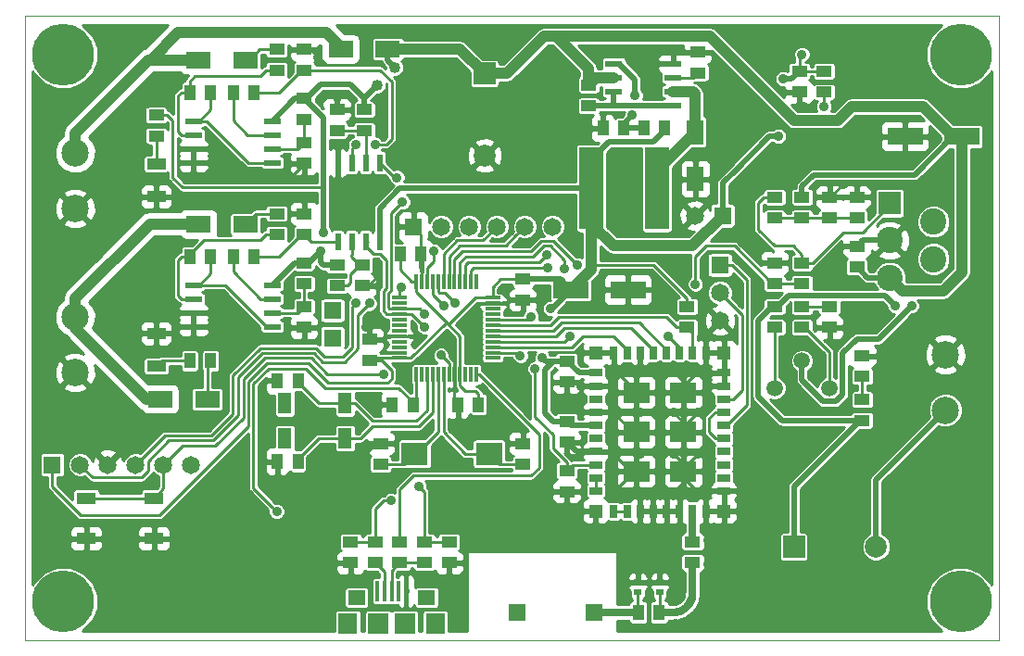
<source format=gtl>
G04 #@! TF.FileFunction,Copper,L1,Top,Signal*
%FSLAX46Y46*%
G04 Gerber Fmt 4.6, Leading zero omitted, Abs format (unit mm)*
G04 Created by KiCad (PCBNEW (2014-jul-16 BZR unknown)-product) date Sun 25 Jan 2015 04:19:58 PM EST*
%MOMM*%
G01*
G04 APERTURE LIST*
%ADD10C,0.100000*%
%ADD11R,1.300000X1.900000*%
%ADD12R,1.000000X1.450000*%
%ADD13R,1.450000X1.000000*%
%ADD14R,2.000000X2.000000*%
%ADD15C,2.000000*%
%ADD16R,2.300000X1.550000*%
%ADD17R,1.550000X2.300000*%
%ADD18R,1.750000X1.050000*%
%ADD19R,0.400000X1.900000*%
%ADD20R,1.600000X1.400000*%
%ADD21R,1.800000X1.900000*%
%ADD22R,1.900000X1.900000*%
%ADD23R,2.200000X7.500000*%
%ADD24R,0.640000X0.600000*%
%ADD25C,5.650000*%
%ADD26R,1.650000X1.650000*%
%ADD27C,1.650000*%
%ADD28C,1.500000*%
%ADD29R,0.300000X1.450000*%
%ADD30R,1.450000X0.300000*%
%ADD31R,1.600000X0.600000*%
%ADD32R,0.600000X1.600000*%
%ADD33R,1.200000X0.700000*%
%ADD34R,0.700000X1.200000*%
%ADD35R,2.400000X1.900000*%
%ADD36R,1.200000X1.200000*%
%ADD37R,2.100000X2.100000*%
%ADD38C,2.400000*%
%ADD39R,2.450000X2.100000*%
%ADD40R,1.500000X1.500000*%
%ADD41R,3.250000X1.650000*%
%ADD42C,2.500000*%
%ADD43R,1.800000X1.100000*%
%ADD44C,0.889000*%
%ADD45C,1.016000*%
%ADD46C,0.508000*%
%ADD47C,0.254000*%
%ADD48C,1.016000*%
%ADD49C,0.711200*%
G04 APERTURE END LIST*
D10*
X60000000Y-108500000D02*
X60000000Y-51500000D01*
X149000000Y-108500000D02*
X60000000Y-108500000D01*
X149000000Y-51500000D02*
X149000000Y-108500000D01*
X60000000Y-51500000D02*
X149000000Y-51500000D01*
D11*
X89250000Y-86900000D03*
X83750000Y-86900000D03*
X83750000Y-90100000D03*
X89250000Y-90100000D03*
D12*
X117950000Y-106000000D03*
X116050000Y-106000000D03*
X101450000Y-87000000D03*
X99550000Y-87000000D03*
D13*
X91500000Y-82950000D03*
X91500000Y-81050000D03*
D12*
X94300000Y-73250000D03*
X96200000Y-73250000D03*
D13*
X98750000Y-101450000D03*
X98750000Y-99550000D03*
X105500000Y-75550000D03*
X105500000Y-77450000D03*
X89750000Y-101450000D03*
X89750000Y-99550000D03*
D12*
X95450000Y-87000000D03*
X93550000Y-87000000D03*
X84950000Y-84800000D03*
X83050000Y-84800000D03*
X84950000Y-92200000D03*
X83050000Y-92200000D03*
D13*
X92500000Y-92450000D03*
X92500000Y-90550000D03*
X105500000Y-92450000D03*
X105500000Y-90550000D03*
D14*
X102000000Y-56750000D03*
D15*
X102000000Y-64250000D03*
D13*
X121500000Y-56700000D03*
X121500000Y-54800000D03*
X109500000Y-88550000D03*
X109500000Y-90450000D03*
X109500000Y-83050000D03*
X109500000Y-84950000D03*
X121000000Y-99550000D03*
X121000000Y-101450000D03*
X130750000Y-56550000D03*
X130750000Y-58450000D03*
X131000000Y-74050000D03*
X131000000Y-75950000D03*
X133500000Y-69950000D03*
X133500000Y-68050000D03*
X133500000Y-78050000D03*
X133500000Y-79950000D03*
X136000000Y-74450000D03*
X136000000Y-72550000D03*
X136500000Y-84450000D03*
X136500000Y-82550000D03*
D14*
X130250000Y-100000000D03*
D15*
X137750000Y-100000000D03*
D16*
X80150000Y-55500000D03*
X75850000Y-55500000D03*
X80150000Y-70500000D03*
X75850000Y-70500000D03*
X88850000Y-54500000D03*
X93150000Y-54500000D03*
D17*
X121250000Y-66400000D03*
X121250000Y-62100000D03*
D16*
X72350000Y-86500000D03*
X76650000Y-86500000D03*
D18*
X72000000Y-83500000D03*
X72000000Y-80500000D03*
X72000000Y-65000000D03*
X72000000Y-68000000D03*
D19*
X92200000Y-104050000D03*
X92850000Y-104050000D03*
X93500000Y-104050000D03*
X94150000Y-104050000D03*
X94800000Y-104050000D03*
D20*
X90300000Y-104650000D03*
X96700000Y-104650000D03*
D21*
X89500000Y-107000000D03*
X97500000Y-107000000D03*
D22*
X92300000Y-107000000D03*
X94700000Y-107000000D03*
D23*
X117750000Y-67250000D03*
X111750000Y-67250000D03*
D24*
X118000000Y-104170000D03*
X118000000Y-103230000D03*
X116000000Y-104170000D03*
X116000000Y-103230000D03*
D25*
X145500000Y-55000000D03*
X63500000Y-105000000D03*
X145500000Y-105000000D03*
X63500000Y-55000000D03*
D26*
X62500000Y-92500000D03*
D27*
X65040000Y-92500000D03*
X67580000Y-92500000D03*
X70120000Y-92500000D03*
X72660000Y-92500000D03*
X75200000Y-92500000D03*
D26*
X95500000Y-70750000D03*
D27*
X98040000Y-70750000D03*
X100580000Y-70750000D03*
X103120000Y-70750000D03*
X105660000Y-70750000D03*
X108200000Y-70750000D03*
D26*
X123500000Y-74250000D03*
D27*
X123500000Y-76790000D03*
X123500000Y-79330000D03*
D13*
X94250000Y-99550000D03*
X94250000Y-101450000D03*
X96500000Y-99550000D03*
X96500000Y-101450000D03*
X92000000Y-99550000D03*
X92000000Y-101450000D03*
X83000000Y-54550000D03*
X83000000Y-56450000D03*
X83000000Y-69550000D03*
X83000000Y-71450000D03*
D12*
X75050000Y-58500000D03*
X76950000Y-58500000D03*
X75050000Y-73500000D03*
X76950000Y-73500000D03*
D13*
X85500000Y-59050000D03*
X85500000Y-60950000D03*
X85500000Y-63050000D03*
X85500000Y-64950000D03*
X85500000Y-74050000D03*
X85500000Y-75950000D03*
X85500000Y-78050000D03*
X85500000Y-79950000D03*
D12*
X80950000Y-58500000D03*
X79050000Y-58500000D03*
X80950000Y-73500000D03*
X79050000Y-73500000D03*
D13*
X85500000Y-54550000D03*
X85500000Y-56450000D03*
X85500000Y-69550000D03*
X85500000Y-71450000D03*
X91000000Y-61950000D03*
X91000000Y-60050000D03*
X88500000Y-60050000D03*
X88500000Y-61950000D03*
X88500000Y-76150000D03*
X88500000Y-74250000D03*
X90800000Y-76150000D03*
X90800000Y-74250000D03*
X111500000Y-57800000D03*
X111500000Y-59700000D03*
D12*
X116550000Y-61750000D03*
X118450000Y-61750000D03*
X112800000Y-61750000D03*
X114700000Y-61750000D03*
X75050000Y-83000000D03*
X76950000Y-83000000D03*
D13*
X72000000Y-62450000D03*
X72000000Y-60550000D03*
X120500000Y-79950000D03*
X120500000Y-78050000D03*
X109500000Y-94950000D03*
X109500000Y-93050000D03*
X133000000Y-58450000D03*
X133000000Y-56550000D03*
X128500000Y-75950000D03*
X128500000Y-74050000D03*
X136000000Y-68050000D03*
X136000000Y-69950000D03*
X128500000Y-69950000D03*
X128500000Y-68050000D03*
X131000000Y-78050000D03*
X131000000Y-79950000D03*
X131000000Y-68050000D03*
X131000000Y-69950000D03*
D28*
X128500000Y-85500000D03*
X131000000Y-83000000D03*
X133500000Y-85500000D03*
D13*
X128500000Y-78050000D03*
X128500000Y-79950000D03*
X136500000Y-88450000D03*
X136500000Y-86550000D03*
D29*
X95750000Y-84250000D03*
X96250000Y-84250000D03*
X96750000Y-84250000D03*
X97250000Y-84250000D03*
X97750000Y-84250000D03*
X98250000Y-84250000D03*
X98750000Y-84250000D03*
X99250000Y-84250000D03*
X99750000Y-84250000D03*
X100250000Y-84250000D03*
X100750000Y-84250000D03*
X101250000Y-84250000D03*
D30*
X102750000Y-82750000D03*
X102750000Y-82250000D03*
X102750000Y-81750000D03*
X102750000Y-81250000D03*
X102750000Y-80750000D03*
X102750000Y-80250000D03*
X102750000Y-79750000D03*
X102750000Y-79250000D03*
X102750000Y-78750000D03*
X102750000Y-78250000D03*
X102750000Y-77750000D03*
X102750000Y-77250000D03*
D29*
X101250000Y-75750000D03*
X100750000Y-75750000D03*
X100250000Y-75750000D03*
X99750000Y-75750000D03*
X99250000Y-75750000D03*
X98750000Y-75750000D03*
X98250000Y-75750000D03*
X97750000Y-75750000D03*
X97250000Y-75750000D03*
X96750000Y-75750000D03*
X96250000Y-75750000D03*
X95750000Y-75750000D03*
D30*
X94250000Y-77250000D03*
X94250000Y-77750000D03*
X94250000Y-78250000D03*
X94250000Y-78750000D03*
X94250000Y-79250000D03*
X94250000Y-79750000D03*
X94250000Y-80250000D03*
X94250000Y-80750000D03*
X94250000Y-81250000D03*
X94250000Y-81750000D03*
X94250000Y-82250000D03*
X94250000Y-82750000D03*
D31*
X75400000Y-61095000D03*
X75400000Y-62365000D03*
X75400000Y-63635000D03*
X75400000Y-64905000D03*
X82600000Y-64905000D03*
X82600000Y-63635000D03*
X82600000Y-62365000D03*
X82600000Y-61095000D03*
X75400000Y-76095000D03*
X75400000Y-77365000D03*
X75400000Y-78635000D03*
X75400000Y-79905000D03*
X82600000Y-79905000D03*
X82600000Y-78635000D03*
X82600000Y-77365000D03*
X82600000Y-76095000D03*
D32*
X92405000Y-64900000D03*
X91135000Y-64900000D03*
X89865000Y-64900000D03*
X88595000Y-64900000D03*
X88595000Y-72100000D03*
X89865000Y-72100000D03*
X91135000Y-72100000D03*
X92405000Y-72100000D03*
D31*
X119200000Y-59655000D03*
X119200000Y-58385000D03*
X119200000Y-57115000D03*
X119200000Y-55845000D03*
X113800000Y-55845000D03*
X113800000Y-57115000D03*
X113800000Y-58385000D03*
X113800000Y-59655000D03*
D33*
X123850000Y-94900000D03*
X123850000Y-93700000D03*
X123850000Y-92500000D03*
X123850000Y-91300000D03*
X123850000Y-90100000D03*
X123850000Y-88900000D03*
X123850000Y-87700000D03*
X123850000Y-86500000D03*
X123850000Y-85300000D03*
X123850000Y-84100000D03*
D34*
X122200000Y-82250000D03*
X121000000Y-82250000D03*
X119800000Y-82250000D03*
X118600000Y-82250000D03*
X117400000Y-82250000D03*
X116200000Y-82250000D03*
X115000000Y-82250000D03*
X113800000Y-82250000D03*
D33*
X112150000Y-84100000D03*
X112150000Y-85300000D03*
X112150000Y-86500000D03*
X112150000Y-87700000D03*
X112150000Y-88900000D03*
X112150000Y-90100000D03*
X112150000Y-91300000D03*
X112150000Y-92500000D03*
X112150000Y-93700000D03*
X112150000Y-94900000D03*
D34*
X113800000Y-96750000D03*
X115000000Y-96750000D03*
X116200000Y-96750000D03*
X117400000Y-96750000D03*
X118600000Y-96750000D03*
X119800000Y-96750000D03*
X121000000Y-96750000D03*
X122200000Y-96750000D03*
D35*
X120150000Y-93100000D03*
X120150000Y-89500000D03*
X120150000Y-85900000D03*
X115850000Y-93100000D03*
X115850000Y-89500000D03*
X115850000Y-85900000D03*
D36*
X123850000Y-96750000D03*
X123850000Y-82250000D03*
X112150000Y-82250000D03*
X112150000Y-96750000D03*
D37*
X139000000Y-68600000D03*
D38*
X143000000Y-70300000D03*
X139000000Y-72000000D03*
X143000000Y-73700000D03*
X139000000Y-75400000D03*
D39*
X95600000Y-91500000D03*
X102400000Y-91500000D03*
D40*
X112000000Y-106000000D03*
X105000000Y-106000000D03*
D41*
X109900000Y-76500000D03*
X115100000Y-76500000D03*
X145600000Y-62500000D03*
X140400000Y-62500000D03*
D26*
X123750000Y-69750000D03*
D27*
X121210000Y-69750000D03*
D42*
X64600000Y-64000000D03*
X64600000Y-69080000D03*
X64600000Y-79000000D03*
X64600000Y-84080000D03*
X144100000Y-87500000D03*
X144100000Y-82420000D03*
D26*
X88100000Y-78400000D03*
X88100000Y-80900000D03*
D43*
X71800000Y-99250000D03*
X65600000Y-99250000D03*
X71800000Y-95550000D03*
X65600000Y-95550000D03*
D44*
X91200000Y-79900000D03*
X114875515Y-104945890D03*
X116000000Y-102100000D03*
X118000000Y-102100000D03*
X119300000Y-104900000D03*
X119900000Y-103900000D03*
X119945890Y-102700000D03*
X119576498Y-101600000D03*
X119600000Y-100500000D03*
X119576498Y-99400000D03*
X114900000Y-107300000D03*
X116000000Y-107423502D03*
X117200000Y-107400000D03*
X118400000Y-107423502D03*
X119477800Y-107054110D03*
X120600000Y-106800000D03*
X121500000Y-106100000D03*
X122100000Y-105100000D03*
X122400000Y-104000000D03*
X122400000Y-102800000D03*
X122423502Y-101600000D03*
X122400000Y-100500000D03*
X122423502Y-99400000D03*
X112100000Y-98300000D03*
X110818988Y-82291744D03*
X110800000Y-85300000D03*
X110800000Y-87700000D03*
X123800000Y-98300000D03*
X122200000Y-98300000D03*
X119800000Y-98300000D03*
X118600000Y-98300000D03*
X117400000Y-98300000D03*
X116200000Y-98300000D03*
X134700000Y-66901710D03*
X139800000Y-64400000D03*
X141100000Y-64400000D03*
X131100000Y-59800000D03*
X128500000Y-55100000D03*
X125500000Y-96750000D03*
X110500000Y-96750000D03*
X121500000Y-95000000D03*
X121500000Y-91500000D03*
X121500000Y-87750000D03*
X121500000Y-84000000D03*
X119250000Y-84000000D03*
X119250000Y-87750000D03*
X119250000Y-91500000D03*
X119250000Y-95000000D03*
X116250000Y-95000000D03*
X113750000Y-95000000D03*
X116250000Y-91500000D03*
X113750000Y-91500000D03*
X116250000Y-87750000D03*
X113750000Y-87750000D03*
X116250000Y-84000000D03*
X114000000Y-84000000D03*
X100750000Y-79000000D03*
X100250000Y-88750000D03*
X90500000Y-92000000D03*
X91750000Y-87000000D03*
X84250000Y-66250000D03*
X88750000Y-66750000D03*
X88500000Y-58943710D03*
X86747498Y-55250000D03*
X72000000Y-79000000D03*
X92225290Y-75300000D03*
X83000000Y-96750000D03*
X128831919Y-62500000D03*
X129250000Y-57250000D03*
X131000000Y-55000000D03*
X108000000Y-78250000D03*
X107250000Y-82750000D03*
X98250000Y-78000000D03*
X96000000Y-94500000D03*
X93475290Y-95750000D03*
X99309591Y-77735103D03*
X87250000Y-71250000D03*
X87000000Y-73000000D03*
D45*
X92191770Y-57808230D03*
X93808230Y-56191770D03*
D44*
X121250000Y-76000000D03*
X105250000Y-82524710D03*
X139500000Y-78000000D03*
X91475290Y-77750000D03*
X94400000Y-76300000D03*
X97347712Y-73000000D03*
X90250000Y-77750000D03*
X98000000Y-82500000D03*
X92750000Y-84250000D03*
X90250000Y-63250000D03*
X92000000Y-63250000D03*
X115750000Y-58750000D03*
X115500000Y-60556710D03*
X106601866Y-83736767D03*
X106250000Y-78955491D03*
X133000000Y-59750000D03*
X110502888Y-74250559D03*
X141000000Y-78000000D03*
X118750000Y-80750000D03*
X109750000Y-80774710D03*
X107750000Y-74500000D03*
X107714550Y-73310170D03*
X109297803Y-74547803D03*
X96500000Y-78700000D03*
X94000000Y-66250000D03*
X94500000Y-68500000D03*
X96500000Y-79900000D03*
D46*
X91358000Y-79900000D02*
X91200000Y-79900000D01*
X91500000Y-80042000D02*
X91358000Y-79900000D01*
X91500000Y-81050000D02*
X91500000Y-80042000D01*
D47*
X116000000Y-103230000D02*
X115426000Y-103230000D01*
X115426000Y-103230000D02*
X114875515Y-103780485D01*
X114875515Y-103780485D02*
X114875515Y-104945890D01*
X116000000Y-103230000D02*
X116000000Y-102100000D01*
X118000000Y-103230000D02*
X118000000Y-102100000D01*
X119900000Y-103900000D02*
X119900000Y-104300000D01*
X119900000Y-104300000D02*
X119300000Y-104900000D01*
X119576498Y-101600000D02*
X119576498Y-102330608D01*
X119576498Y-102330608D02*
X119945890Y-102700000D01*
X119576498Y-99400000D02*
X119576498Y-100476498D01*
X119576498Y-100476498D02*
X119600000Y-100500000D01*
X117200000Y-107400000D02*
X116023502Y-107400000D01*
X116023502Y-107400000D02*
X116000000Y-107423502D01*
X119477800Y-107054110D02*
X118769392Y-107054110D01*
X118769392Y-107054110D02*
X118400000Y-107423502D01*
X121500000Y-106100000D02*
X121300000Y-106100000D01*
X121300000Y-106100000D02*
X120600000Y-106800000D01*
X122400000Y-104000000D02*
X122400000Y-104800000D01*
X122400000Y-104800000D02*
X122100000Y-105100000D01*
X122423502Y-101600000D02*
X122423502Y-102776498D01*
X122423502Y-102776498D02*
X122400000Y-102800000D01*
X122423502Y-99400000D02*
X122423502Y-100476498D01*
X122423502Y-100476498D02*
X122400000Y-100500000D01*
X112150000Y-96750000D02*
X112150000Y-98250000D01*
X112150000Y-98250000D02*
X112100000Y-98300000D01*
X112150000Y-82250000D02*
X110860732Y-82250000D01*
X110860732Y-82250000D02*
X110818988Y-82291744D01*
X112150000Y-85300000D02*
X110800000Y-85300000D01*
X112150000Y-87700000D02*
X110800000Y-87700000D01*
X123850000Y-96750000D02*
X123850000Y-98250000D01*
X123850000Y-98250000D02*
X123800000Y-98300000D01*
X122200000Y-96750000D02*
X122200000Y-98300000D01*
X119800000Y-96750000D02*
X119800000Y-98300000D01*
X118600000Y-96750000D02*
X118600000Y-98300000D01*
X117400000Y-96750000D02*
X117400000Y-98300000D01*
X116200000Y-96750000D02*
X116200000Y-98300000D01*
X133500000Y-68050000D02*
X133551710Y-68050000D01*
X133551710Y-68050000D02*
X134700000Y-66901710D01*
X140400000Y-62500000D02*
X140400000Y-63800000D01*
X140400000Y-63800000D02*
X139800000Y-64400000D01*
X140400000Y-62500000D02*
X140400000Y-63700000D01*
X140400000Y-63700000D02*
X141100000Y-64400000D01*
X130750000Y-58450000D02*
X130750000Y-59450000D01*
X130750000Y-59450000D02*
X131100000Y-59800000D01*
X123850000Y-96750000D02*
X125500000Y-96750000D01*
X112150000Y-96750000D02*
X110500000Y-96750000D01*
X120150000Y-93100000D02*
X120150000Y-93650000D01*
X120150000Y-93650000D02*
X121500000Y-95000000D01*
X120150000Y-93100000D02*
X120150000Y-92850000D01*
X120150000Y-92850000D02*
X121500000Y-91500000D01*
X120150000Y-89500000D02*
X120150000Y-89100000D01*
X120150000Y-89100000D02*
X121500000Y-87750000D01*
X120150000Y-85900000D02*
X120150000Y-85350000D01*
X120150000Y-85350000D02*
X121500000Y-84000000D01*
X120150000Y-85900000D02*
X120150000Y-84900000D01*
X120150000Y-84900000D02*
X119250000Y-84000000D01*
X120150000Y-89500000D02*
X120150000Y-88650000D01*
X120150000Y-88650000D02*
X119250000Y-87750000D01*
X120150000Y-93100000D02*
X120150000Y-92400000D01*
X120150000Y-92400000D02*
X119250000Y-91500000D01*
X120150000Y-93100000D02*
X120150000Y-94100000D01*
X120150000Y-94100000D02*
X119250000Y-95000000D01*
X115850000Y-93100000D02*
X115850000Y-94600000D01*
X115850000Y-94600000D02*
X116250000Y-95000000D01*
X115850000Y-93100000D02*
X115650000Y-93100000D01*
X115650000Y-93100000D02*
X113750000Y-95000000D01*
X115850000Y-93100000D02*
X115850000Y-91900000D01*
X115850000Y-91900000D02*
X116250000Y-91500000D01*
X115850000Y-93100000D02*
X115350000Y-93100000D01*
X115350000Y-93100000D02*
X113750000Y-91500000D01*
X115850000Y-89500000D02*
X115850000Y-88150000D01*
X115850000Y-88150000D02*
X116250000Y-87750000D01*
X115850000Y-89500000D02*
X115500000Y-89500000D01*
X115500000Y-89500000D02*
X113750000Y-87750000D01*
X115850000Y-85900000D02*
X115850000Y-84400000D01*
X115850000Y-84400000D02*
X116250000Y-84000000D01*
X115850000Y-85900000D02*
X115850000Y-85850000D01*
X115850000Y-85850000D02*
X114000000Y-84000000D01*
X99250000Y-84250000D02*
X99250000Y-86700000D01*
X99250000Y-86700000D02*
X99550000Y-87000000D01*
X96200000Y-73250000D02*
X96200000Y-71450000D01*
X96200000Y-71450000D02*
X95500000Y-70750000D01*
X102750000Y-77750000D02*
X101500000Y-77750000D01*
X100750000Y-78500000D02*
X100750000Y-79000000D01*
X101500000Y-77750000D02*
X100750000Y-78500000D01*
X99550000Y-87000000D02*
X99550000Y-88050000D01*
X99550000Y-88050000D02*
X100250000Y-88750000D01*
D46*
X92500000Y-90550000D02*
X91950000Y-90550000D01*
X91950000Y-90550000D02*
X90500000Y-92000000D01*
X93550000Y-87000000D02*
X91750000Y-87000000D01*
X109500000Y-90450000D02*
X110350000Y-91300000D01*
X110350000Y-91300000D02*
X112150000Y-91300000D01*
D47*
X85500000Y-64950000D02*
X85500000Y-65000000D01*
X85500000Y-65000000D02*
X84250000Y-66250000D01*
X88595000Y-64900000D02*
X88595000Y-66595000D01*
X88595000Y-66595000D02*
X88750000Y-66750000D01*
X88500000Y-60050000D02*
X88500000Y-58943710D01*
X85500000Y-54550000D02*
X86047498Y-54550000D01*
X86047498Y-54550000D02*
X86747498Y-55250000D01*
X72000000Y-80500000D02*
X72000000Y-79000000D01*
D48*
X139600000Y-62500000D02*
X140400000Y-62500000D01*
D46*
X139000000Y-72000000D02*
X136550000Y-72000000D01*
X136550000Y-72000000D02*
X136000000Y-72550000D01*
D47*
X91375290Y-76150000D02*
X92225290Y-75300000D01*
X90800000Y-76150000D02*
X91375290Y-76150000D01*
X95450000Y-87000000D02*
X95450000Y-86775000D01*
X95450000Y-86775000D02*
X94156911Y-85481911D01*
X94156911Y-85481911D02*
X87481911Y-85481911D01*
X87481911Y-85481911D02*
X85694799Y-83694799D01*
X85694799Y-83694799D02*
X82244977Y-83694799D01*
X82555501Y-96305501D02*
X83000000Y-96750000D01*
X82244977Y-83694799D02*
X80871628Y-85068148D01*
X80871628Y-85068148D02*
X80871628Y-94621628D01*
X80871628Y-94621628D02*
X82555501Y-96305501D01*
X95750000Y-84250000D02*
X95750000Y-86700000D01*
X95750000Y-86700000D02*
X95450000Y-87000000D01*
X62500000Y-92500000D02*
X62500000Y-94494362D01*
X87724701Y-85024701D02*
X93121857Y-85024701D01*
X62500000Y-94494362D02*
X65105638Y-97100000D01*
X92596558Y-82950000D02*
X92479000Y-82950000D01*
X65105638Y-97100000D02*
X72309698Y-97100000D01*
X72309698Y-97100000D02*
X80414418Y-88995280D01*
X80414418Y-88995280D02*
X80414418Y-84878766D01*
X80414418Y-84878766D02*
X82093184Y-83200000D01*
X82093184Y-83200000D02*
X85900000Y-83200000D01*
X85900000Y-83200000D02*
X87724701Y-85024701D01*
X92479000Y-82950000D02*
X91500000Y-82950000D01*
X93121857Y-85024701D02*
X93524701Y-84621857D01*
X93524701Y-84621857D02*
X93524701Y-83878143D01*
X93524701Y-83878143D02*
X92596558Y-82950000D01*
D46*
X128000000Y-62500000D02*
X124750000Y-65750000D01*
X128831919Y-62500000D02*
X128000000Y-62500000D01*
X123750000Y-66750000D02*
X123750000Y-69750000D01*
X124000000Y-66500000D02*
X123750000Y-66750000D01*
X124750000Y-65750000D02*
X124000000Y-66500000D01*
D48*
X120341000Y-72500000D02*
X121000000Y-72500000D01*
X121000000Y-72500000D02*
X123750000Y-69750000D01*
X111750000Y-70500000D02*
X113750000Y-72500000D01*
X113750000Y-72500000D02*
X120341000Y-72500000D01*
D46*
X128750000Y-62418081D02*
X128831919Y-62500000D01*
X129250000Y-57250000D02*
X130050000Y-57250000D01*
X130050000Y-57250000D02*
X130750000Y-56550000D01*
D47*
X130750000Y-56550000D02*
X130750000Y-55250000D01*
X130750000Y-55250000D02*
X131000000Y-55000000D01*
X133000000Y-56550000D02*
X130750000Y-56550000D01*
X95750000Y-75750000D02*
X95346000Y-75750000D01*
X95346000Y-75750000D02*
X94300000Y-74704000D01*
X94300000Y-74704000D02*
X94300000Y-74229000D01*
X94300000Y-74229000D02*
X94300000Y-73250000D01*
X100250000Y-85750000D02*
X99750000Y-85250000D01*
X99750000Y-85250000D02*
X99750000Y-84250000D01*
X101179000Y-85750000D02*
X100250000Y-85750000D01*
X101450000Y-87000000D02*
X101450000Y-86021000D01*
X101450000Y-86021000D02*
X101179000Y-85750000D01*
X94250000Y-82750000D02*
X95250000Y-82750000D01*
X98521000Y-79500000D02*
X98722897Y-79701897D01*
X95250000Y-82750000D02*
X98500000Y-79500000D01*
X98500000Y-79500000D02*
X98521000Y-79500000D01*
D48*
X111750000Y-67250000D02*
X111750000Y-70500000D01*
D46*
X108000000Y-78250000D02*
X108150000Y-78250000D01*
X108150000Y-78250000D02*
X109900000Y-76500000D01*
X109500000Y-83050000D02*
X107550000Y-83050000D01*
X107550000Y-83050000D02*
X107250000Y-82750000D01*
X109550000Y-83050000D02*
X110600000Y-84100000D01*
X110600000Y-84100000D02*
X112150000Y-84100000D01*
X109500000Y-83050000D02*
X109550000Y-83050000D01*
X111750000Y-67250000D02*
X94250000Y-67250000D01*
X94250000Y-67250000D02*
X92405000Y-69095000D01*
X92405000Y-69095000D02*
X92405000Y-72100000D01*
D47*
X94250000Y-82750000D02*
X91700000Y-82750000D01*
X91700000Y-82750000D02*
X91500000Y-82950000D01*
X102750000Y-77250000D02*
X101174794Y-77250000D01*
X101174794Y-77250000D02*
X98722897Y-79701897D01*
X95750000Y-76729000D02*
X98722897Y-79701897D01*
X98722897Y-79701897D02*
X99750000Y-80729000D01*
X95750000Y-75750000D02*
X95750000Y-76729000D01*
X99750000Y-80729000D02*
X99750000Y-83271000D01*
X99750000Y-83271000D02*
X99750000Y-84250000D01*
X102750000Y-76250000D02*
X103450000Y-75550000D01*
X103450000Y-75550000D02*
X105500000Y-75550000D01*
X102750000Y-77250000D02*
X102750000Y-76250000D01*
D46*
X112150000Y-88900000D02*
X109850000Y-88900000D01*
X109850000Y-88900000D02*
X109500000Y-88550000D01*
X109500000Y-88550000D02*
X108267000Y-88550000D01*
X108267000Y-88550000D02*
X107500000Y-87783000D01*
X107500000Y-87783000D02*
X107500000Y-83817000D01*
X107500000Y-83817000D02*
X108267000Y-83050000D01*
X108267000Y-83050000D02*
X109500000Y-83050000D01*
D47*
X117454000Y-74250000D02*
X111834607Y-74250000D01*
X111834607Y-74250000D02*
X111750000Y-74165393D01*
X120500000Y-78050000D02*
X120500000Y-77296000D01*
X120500000Y-77296000D02*
X117454000Y-74250000D01*
D48*
X111750000Y-67250000D02*
X111750000Y-74165393D01*
X111750000Y-74165393D02*
X111750000Y-74650000D01*
X111750000Y-74650000D02*
X109900000Y-76500000D01*
D46*
X118450000Y-61750000D02*
X118450000Y-61975000D01*
X118450000Y-61975000D02*
X117442000Y-62983000D01*
X117442000Y-62983000D02*
X113367000Y-62983000D01*
X113367000Y-62983000D02*
X111750000Y-64600000D01*
X111750000Y-64600000D02*
X111750000Y-67250000D01*
X109500000Y-76900000D02*
X109900000Y-76500000D01*
X105500000Y-75550000D02*
X108950000Y-75550000D01*
X108950000Y-75550000D02*
X109900000Y-76500000D01*
D47*
X98250000Y-78000000D02*
X97250000Y-77000000D01*
X97250000Y-77000000D02*
X97250000Y-75750000D01*
X96500000Y-99550000D02*
X96500000Y-95000000D01*
X96500000Y-95000000D02*
X96000000Y-94500000D01*
X96500000Y-99550000D02*
X98750000Y-99550000D01*
X92750000Y-95750000D02*
X92000000Y-96500000D01*
X92000000Y-96500000D02*
X92000000Y-99550000D01*
X93475290Y-95750000D02*
X92750000Y-95750000D01*
X97750000Y-75750000D02*
X97750000Y-76729000D01*
X97750000Y-76729000D02*
X97826201Y-76805201D01*
X97826201Y-76805201D02*
X98379689Y-76805201D01*
X98379689Y-76805201D02*
X99309591Y-77735103D01*
X89750000Y-99550000D02*
X92000000Y-99550000D01*
X89250000Y-86900000D02*
X86825000Y-86900000D01*
X86825000Y-86900000D02*
X84950000Y-85025000D01*
X84950000Y-85025000D02*
X84950000Y-84800000D01*
X95769362Y-88500000D02*
X91754000Y-88500000D01*
X91754000Y-88500000D02*
X90154000Y-86900000D01*
X90154000Y-86900000D02*
X89250000Y-86900000D01*
X96750000Y-84250000D02*
X96750000Y-87519362D01*
X96750000Y-87519362D02*
X95769362Y-88500000D01*
X89250000Y-90100000D02*
X86825000Y-90100000D01*
X86825000Y-90100000D02*
X84950000Y-91975000D01*
X84950000Y-91975000D02*
X84950000Y-92200000D01*
X97250000Y-84250000D02*
X97250000Y-87750000D01*
X97250000Y-87750000D02*
X96000000Y-89000000D01*
X96000000Y-89000000D02*
X91750000Y-89000000D01*
X91750000Y-89000000D02*
X90650000Y-90100000D01*
X90650000Y-90100000D02*
X89250000Y-90100000D01*
X97750000Y-84250000D02*
X97750000Y-89525000D01*
X97750000Y-89525000D02*
X95775000Y-91500000D01*
X95775000Y-91500000D02*
X95600000Y-91500000D01*
X92500000Y-92450000D02*
X94650000Y-92450000D01*
X94650000Y-92450000D02*
X95600000Y-91500000D01*
X98250000Y-84250000D02*
X98250000Y-89500000D01*
X98250000Y-89500000D02*
X100250000Y-91500000D01*
X100250000Y-91500000D02*
X102400000Y-91500000D01*
X105500000Y-92450000D02*
X103350000Y-92450000D01*
X103350000Y-92450000D02*
X102400000Y-91500000D01*
D46*
X87000000Y-73000000D02*
X87000000Y-73983000D01*
X87000000Y-73983000D02*
X87267000Y-74250000D01*
X87267000Y-74250000D02*
X88500000Y-74250000D01*
X131000000Y-68050000D02*
X131000000Y-67042000D01*
X132042000Y-66000000D02*
X141300000Y-66000000D01*
X131000000Y-67042000D02*
X132042000Y-66000000D01*
X141300000Y-66000000D02*
X144800000Y-62500000D01*
X91000000Y-59491839D02*
X91000000Y-59042000D01*
X91000000Y-59042000D02*
X89708000Y-57750000D01*
X89708000Y-57750000D02*
X87025000Y-57750000D01*
X87025000Y-57750000D02*
X85725000Y-59050000D01*
X85725000Y-59050000D02*
X85500000Y-59050000D01*
X87250000Y-71250000D02*
X87250000Y-67164519D01*
D47*
X74414519Y-67164519D02*
X87250000Y-67164519D01*
D46*
X87250000Y-67164519D02*
X87250000Y-60800000D01*
D47*
X73500000Y-66250000D02*
X74414519Y-67164519D01*
X73500000Y-61071000D02*
X73500000Y-66250000D01*
X72000000Y-60550000D02*
X72979000Y-60550000D01*
X72979000Y-60550000D02*
X73500000Y-61071000D01*
D46*
X87250000Y-60800000D02*
X85500000Y-59050000D01*
X85500000Y-74050000D02*
X85950000Y-74050000D01*
X85950000Y-74050000D02*
X87000000Y-73000000D01*
X85500000Y-74050000D02*
X84645000Y-74050000D01*
X84645000Y-74050000D02*
X82600000Y-76095000D01*
D48*
X113800000Y-57115000D02*
X112185000Y-57115000D01*
X112185000Y-57115000D02*
X111500000Y-57800000D01*
X107456969Y-53309031D02*
X107991344Y-53309031D01*
X107991344Y-53309031D02*
X122559031Y-53309031D01*
X111500000Y-57800000D02*
X111500000Y-56284000D01*
X111500000Y-56284000D02*
X108525031Y-53309031D01*
X108525031Y-53309031D02*
X107991344Y-53309031D01*
X102000000Y-56750000D02*
X104016000Y-56750000D01*
X104016000Y-56750000D02*
X107456969Y-53309031D01*
X122559031Y-53309031D02*
X130250000Y-61000000D01*
X130250000Y-61000000D02*
X134250000Y-61000000D01*
X134250000Y-61000000D02*
X135500000Y-59750000D01*
X135500000Y-59750000D02*
X142050000Y-59750000D01*
X142050000Y-59750000D02*
X144800000Y-62500000D01*
X102000000Y-56750000D02*
X99750000Y-54500000D01*
X99750000Y-54500000D02*
X95316000Y-54500000D01*
X95316000Y-54500000D02*
X93150000Y-54500000D01*
D46*
X139000000Y-75400000D02*
X136950000Y-75400000D01*
X136950000Y-75400000D02*
X136000000Y-74450000D01*
D48*
X145600000Y-74900000D02*
X143900001Y-76599999D01*
X143900001Y-76599999D02*
X140199999Y-76599999D01*
X140199999Y-76599999D02*
X139000000Y-75400000D01*
X145600000Y-62500000D02*
X145600000Y-74900000D01*
D46*
X144800000Y-62500000D02*
X145600000Y-62500000D01*
X91000000Y-60050000D02*
X91000000Y-59491839D01*
X92191770Y-57808230D02*
X91000000Y-59000000D01*
X91000000Y-59000000D02*
X91000000Y-59491839D01*
X93150000Y-54500000D02*
X93150000Y-55533540D01*
X93150000Y-55533540D02*
X93808230Y-56191770D01*
X82600000Y-61095000D02*
X84645000Y-59050000D01*
X84645000Y-59050000D02*
X85500000Y-59050000D01*
D47*
X119200000Y-57115000D02*
X121085000Y-57115000D01*
X121085000Y-57115000D02*
X121500000Y-56700000D01*
X127521000Y-68050000D02*
X127000000Y-68571000D01*
X128500000Y-68050000D02*
X127521000Y-68050000D01*
X127000000Y-68571000D02*
X127000000Y-71000000D01*
X127000000Y-71000000D02*
X128500000Y-72500000D01*
X130204000Y-72500000D02*
X128500000Y-72500000D01*
X131000000Y-73296000D02*
X130204000Y-72500000D01*
X131000000Y-74050000D02*
X131000000Y-73296000D01*
X139000000Y-68769362D02*
X136519362Y-71250000D01*
X139000000Y-68600000D02*
X139000000Y-68769362D01*
X131979000Y-74050000D02*
X131000000Y-74050000D01*
X134779000Y-71250000D02*
X131979000Y-74050000D01*
X136519362Y-71250000D02*
X134779000Y-71250000D01*
X121250000Y-76000000D02*
X121250000Y-73500000D01*
X121250000Y-73500000D02*
X122250000Y-72500000D01*
X122250000Y-72500000D02*
X124825000Y-72500000D01*
X124825000Y-72500000D02*
X128275000Y-75950000D01*
X128275000Y-75950000D02*
X128500000Y-75950000D01*
X102750000Y-82250000D02*
X104975290Y-82250000D01*
X104975290Y-82250000D02*
X105250000Y-82524710D01*
X131000000Y-75950000D02*
X128500000Y-75950000D01*
X128500000Y-69950000D02*
X131000000Y-69950000D01*
X131000000Y-69950000D02*
X133500000Y-69950000D01*
X133500000Y-69950000D02*
X136000000Y-69950000D01*
X131000000Y-78050000D02*
X133500000Y-78050000D01*
X136500000Y-84450000D02*
X136500000Y-86550000D01*
D46*
X130250000Y-98492000D02*
X130250000Y-100000000D01*
X130250000Y-94475000D02*
X130250000Y-98492000D01*
X136275000Y-88450000D02*
X130250000Y-94475000D01*
X136500000Y-88450000D02*
X136275000Y-88450000D01*
X136500000Y-88450000D02*
X129200000Y-88450000D01*
X129200000Y-88450000D02*
X127000000Y-86250000D01*
X128275000Y-78050000D02*
X128500000Y-78050000D01*
X127000000Y-79325000D02*
X128275000Y-78050000D01*
X127000000Y-86250000D02*
X127000000Y-79325000D01*
X138542000Y-77042000D02*
X139500000Y-78000000D01*
X129733000Y-77042000D02*
X138542000Y-77042000D01*
X128725000Y-78050000D02*
X129733000Y-77042000D01*
X128500000Y-78050000D02*
X128725000Y-78050000D01*
X137750000Y-100000000D02*
X137750000Y-93850000D01*
X137750000Y-93850000D02*
X144100000Y-87500000D01*
D47*
X81450000Y-54550000D02*
X83000000Y-54550000D01*
X80500000Y-55500000D02*
X81450000Y-54550000D01*
X80150000Y-55500000D02*
X80500000Y-55500000D01*
D48*
X71500000Y-55500000D02*
X71300000Y-55500000D01*
X64600000Y-62200000D02*
X64600000Y-64000000D01*
X71300000Y-55500000D02*
X64600000Y-62200000D01*
X71500000Y-55500000D02*
X75850000Y-55500000D01*
X74000000Y-53000000D02*
X71500000Y-55500000D01*
X87500000Y-53000000D02*
X74000000Y-53000000D01*
X88850000Y-54350000D02*
X87500000Y-53000000D01*
X88850000Y-54500000D02*
X88850000Y-54350000D01*
D47*
X83000000Y-69550000D02*
X81100000Y-69550000D01*
X81100000Y-69550000D02*
X80150000Y-70500000D01*
D48*
X64600000Y-79000000D02*
X64600000Y-80000000D01*
X64600000Y-80000000D02*
X71100000Y-86500000D01*
X71100000Y-86500000D02*
X72350000Y-86500000D01*
X71500000Y-70500000D02*
X71400000Y-70500000D01*
X75850000Y-70500000D02*
X71500000Y-70500000D01*
X64600000Y-77300000D02*
X64600000Y-79000000D01*
X71400000Y-70500000D02*
X64600000Y-77300000D01*
X72350000Y-86500000D02*
X71500000Y-86500000D01*
X121250000Y-62100000D02*
X117750000Y-65600000D01*
X117750000Y-65600000D02*
X117750000Y-67250000D01*
X119200000Y-58385000D02*
X121016000Y-58385000D01*
X121016000Y-58385000D02*
X121250000Y-58619000D01*
X121250000Y-58619000D02*
X121250000Y-59934000D01*
X121250000Y-59934000D02*
X121250000Y-62100000D01*
D47*
X76650000Y-83300000D02*
X76950000Y-83000000D01*
X76650000Y-86500000D02*
X76650000Y-83300000D01*
X72500000Y-83000000D02*
X72000000Y-83500000D01*
X75050000Y-83000000D02*
X72500000Y-83000000D01*
X72000000Y-65000000D02*
X72000000Y-62450000D01*
X92850000Y-104050000D02*
X92850000Y-102300000D01*
X92850000Y-102300000D02*
X92000000Y-101450000D01*
X94250000Y-101450000D02*
X96500000Y-101450000D01*
X93500000Y-104050000D02*
X93500000Y-102200000D01*
X93500000Y-102200000D02*
X94250000Y-101450000D01*
X91030791Y-78194499D02*
X91475290Y-77750000D01*
X87200000Y-83100000D02*
X89200000Y-83100000D01*
X70674497Y-93655201D02*
X71275201Y-93054497D01*
X90425299Y-81874701D02*
X90425299Y-78799991D01*
X79500000Y-88000000D02*
X79500000Y-84500000D01*
X71275201Y-93054497D02*
X71275201Y-92175101D01*
X90425299Y-78799991D02*
X91030791Y-78194499D01*
X71275201Y-92175101D02*
X73157512Y-90292790D01*
X79500000Y-84500000D02*
X81714420Y-82285580D01*
X89200000Y-83100000D02*
X90425299Y-81874701D01*
X86385580Y-82285580D02*
X87200000Y-83100000D01*
X77207210Y-90292790D02*
X79500000Y-88000000D01*
X65040000Y-92500000D02*
X66195201Y-93655201D01*
X73157512Y-90292790D02*
X77207210Y-90292790D01*
X66195201Y-93655201D02*
X70674497Y-93655201D01*
X81714420Y-82285580D02*
X86385580Y-82285580D01*
X94250000Y-77250000D02*
X94250000Y-76450000D01*
X94250000Y-76450000D02*
X94400000Y-76300000D01*
X70120000Y-92500000D02*
X72784420Y-89835580D01*
X72784420Y-89835580D02*
X77017828Y-89835580D01*
X89010618Y-82642790D02*
X89900000Y-81753408D01*
X77017828Y-89835580D02*
X79000000Y-87853408D01*
X79000000Y-87853408D02*
X79000000Y-84353408D01*
X79000000Y-84353408D02*
X81525038Y-81828370D01*
X81525038Y-81828370D02*
X86574963Y-81828371D01*
X86574963Y-81828371D02*
X87389382Y-82642790D01*
X87389382Y-82642790D02*
X89010618Y-82642790D01*
X89900000Y-81753408D02*
X89900000Y-78100000D01*
X89900000Y-78100000D02*
X90250000Y-77750000D01*
X96750000Y-75750000D02*
X96750000Y-74519362D01*
X96750000Y-74519362D02*
X97347712Y-73921650D01*
X97347712Y-73921650D02*
X97347712Y-73628617D01*
X97347712Y-73628617D02*
X97347712Y-73000000D01*
X92750000Y-84250000D02*
X87650000Y-84250000D01*
X87650000Y-84250000D02*
X86142790Y-82742790D01*
X74410000Y-90750000D02*
X72660000Y-92500000D01*
X86142790Y-82742790D02*
X81903802Y-82742790D01*
X79957210Y-84689382D02*
X79957209Y-88189383D01*
X81903802Y-82742790D02*
X79957210Y-84689382D01*
X79957209Y-88189383D02*
X77396592Y-90750000D01*
X77396592Y-90750000D02*
X74410000Y-90750000D01*
X72660000Y-92500000D02*
X72660000Y-94690000D01*
X72660000Y-94690000D02*
X71800000Y-95550000D01*
X65600000Y-95550000D02*
X71800000Y-95550000D01*
X98750000Y-84250000D02*
X98750000Y-83250000D01*
X98750000Y-83250000D02*
X98000000Y-82500000D01*
X98250000Y-75750000D02*
X98250000Y-73250000D01*
X98250000Y-73250000D02*
X99500000Y-72000000D01*
X99500000Y-72000000D02*
X101870000Y-72000000D01*
X101870000Y-72000000D02*
X103120000Y-70750000D01*
X98750000Y-75750000D02*
X98750000Y-73500000D01*
X99750000Y-72500000D02*
X103910000Y-72500000D01*
X98750000Y-73500000D02*
X99750000Y-72500000D01*
X103910000Y-72500000D02*
X104835001Y-71574999D01*
X104835001Y-71574999D02*
X105660000Y-70750000D01*
X123500000Y-74250000D02*
X124579000Y-74250000D01*
X124579000Y-74250000D02*
X125957210Y-75628210D01*
X125957210Y-75628210D02*
X125957210Y-87042790D01*
X125957210Y-87042790D02*
X124100000Y-88900000D01*
X124100000Y-88900000D02*
X123850000Y-88900000D01*
X123500000Y-76790000D02*
X125002603Y-78292603D01*
X125500000Y-85704000D02*
X125500000Y-78790000D01*
X125500000Y-78790000D02*
X125002603Y-78292603D01*
X123850000Y-86500000D02*
X124704000Y-86500000D01*
X124704000Y-86500000D02*
X125500000Y-85704000D01*
X101250000Y-84250000D02*
X101500000Y-84250000D01*
X101500000Y-84250000D02*
X107000000Y-89750000D01*
X107000000Y-89750000D02*
X107000000Y-92750000D01*
X107000000Y-92750000D02*
X106250000Y-93500000D01*
X106250000Y-93500000D02*
X95500000Y-93500000D01*
X95500000Y-93500000D02*
X94250000Y-94750000D01*
X94250000Y-94750000D02*
X94250000Y-99550000D01*
X75400000Y-62365000D02*
X74346000Y-62365000D01*
X74346000Y-62365000D02*
X74000000Y-62019000D01*
X74000000Y-62019000D02*
X74000000Y-58796000D01*
X74000000Y-58796000D02*
X74296000Y-58500000D01*
X74296000Y-58500000D02*
X75050000Y-58500000D01*
X83000000Y-56450000D02*
X82021000Y-56450000D01*
X82021000Y-56450000D02*
X81471000Y-57000000D01*
X81471000Y-57000000D02*
X75500000Y-57000000D01*
X75500000Y-57000000D02*
X75050000Y-57450000D01*
X75050000Y-57450000D02*
X75050000Y-58500000D01*
X75400000Y-77365000D02*
X74346000Y-77365000D01*
X74346000Y-77365000D02*
X74000000Y-77019000D01*
X74000000Y-77019000D02*
X74000000Y-73796000D01*
X74000000Y-73796000D02*
X74296000Y-73500000D01*
X74296000Y-73500000D02*
X75050000Y-73500000D01*
X81471000Y-72000000D02*
X76325000Y-72000000D01*
X76325000Y-72000000D02*
X75050000Y-73275000D01*
X75050000Y-73275000D02*
X75050000Y-73500000D01*
X83000000Y-71450000D02*
X82021000Y-71450000D01*
X82021000Y-71450000D02*
X81471000Y-72000000D01*
X80405000Y-64905000D02*
X76595000Y-61095000D01*
X76595000Y-61095000D02*
X75400000Y-61095000D01*
X82600000Y-64905000D02*
X80405000Y-64905000D01*
X76950000Y-58500000D02*
X76950000Y-60045000D01*
X76950000Y-60045000D02*
X75900000Y-61095000D01*
X75900000Y-61095000D02*
X75400000Y-61095000D01*
X82600000Y-79905000D02*
X82100000Y-79905000D01*
X82100000Y-79905000D02*
X78290000Y-76095000D01*
X78290000Y-76095000D02*
X76454000Y-76095000D01*
X76454000Y-76095000D02*
X75400000Y-76095000D01*
X76950000Y-73500000D02*
X76950000Y-75045000D01*
X76950000Y-75045000D02*
X75900000Y-76095000D01*
X75900000Y-76095000D02*
X75400000Y-76095000D01*
X82600000Y-63635000D02*
X84915000Y-63635000D01*
X84915000Y-63635000D02*
X85500000Y-63050000D01*
X85500000Y-60950000D02*
X85500000Y-63050000D01*
X85500000Y-78050000D02*
X85500000Y-75950000D01*
X82600000Y-78635000D02*
X84915000Y-78635000D01*
X84915000Y-78635000D02*
X85500000Y-78050000D01*
X90250000Y-63250000D02*
X89865000Y-63635000D01*
X89865000Y-63635000D02*
X89865000Y-64900000D01*
X93500000Y-62750000D02*
X93000000Y-63250000D01*
X93000000Y-63250000D02*
X92000000Y-63250000D01*
X93500000Y-62500000D02*
X93500000Y-62750000D01*
X93500000Y-57500000D02*
X93500000Y-62500000D01*
X92450000Y-56450000D02*
X93500000Y-57500000D01*
X85500000Y-56450000D02*
X92450000Y-56450000D01*
X85500000Y-56450000D02*
X85725000Y-56450000D01*
X89865000Y-65400000D02*
X89865000Y-64900000D01*
X80950000Y-58500000D02*
X83225000Y-58500000D01*
X83225000Y-58500000D02*
X85275000Y-56450000D01*
X85275000Y-56450000D02*
X85500000Y-56450000D01*
X80365000Y-62365000D02*
X79050000Y-61050000D01*
X79050000Y-61050000D02*
X79050000Y-58500000D01*
X82600000Y-62365000D02*
X80365000Y-62365000D01*
X88595000Y-72100000D02*
X86150000Y-72100000D01*
X86150000Y-72100000D02*
X85500000Y-71450000D01*
X85500000Y-71450000D02*
X85275000Y-71450000D01*
X85275000Y-71450000D02*
X83225000Y-73500000D01*
X83225000Y-73500000D02*
X81704000Y-73500000D01*
X81704000Y-73500000D02*
X80950000Y-73500000D01*
X82600000Y-77365000D02*
X81546000Y-77365000D01*
X81546000Y-77365000D02*
X79050000Y-74869000D01*
X79050000Y-74869000D02*
X79050000Y-74479000D01*
X79050000Y-74479000D02*
X79050000Y-73500000D01*
X88500000Y-61950000D02*
X91000000Y-61950000D01*
X91135000Y-64900000D02*
X91135000Y-62085000D01*
X91135000Y-62085000D02*
X91000000Y-61950000D01*
X88500000Y-76150000D02*
X89479000Y-76150000D01*
X89479000Y-76150000D02*
X89744799Y-75884201D01*
X89744799Y-75884201D02*
X89744799Y-75080201D01*
X89744799Y-75080201D02*
X90575000Y-74250000D01*
X90575000Y-74250000D02*
X90800000Y-74250000D01*
X89865000Y-72100000D02*
X89865000Y-73315000D01*
X89865000Y-73315000D02*
X89821000Y-73359000D01*
X89821000Y-73359000D02*
X89821000Y-73496000D01*
X89821000Y-73496000D02*
X90575000Y-74250000D01*
X91000000Y-74550000D02*
X90775000Y-74550000D01*
X88500000Y-76450000D02*
X88725000Y-76450000D01*
X90625000Y-74550000D02*
X91000000Y-74550000D01*
D46*
X113800000Y-58385000D02*
X113800000Y-59655000D01*
X111500000Y-59700000D02*
X113755000Y-59700000D01*
X113755000Y-59700000D02*
X113800000Y-59655000D01*
X119200000Y-59655000D02*
X113800000Y-59655000D01*
X115750000Y-58750000D02*
X115750000Y-57295000D01*
X115750000Y-57295000D02*
X114300000Y-55845000D01*
X114300000Y-55845000D02*
X113800000Y-55845000D01*
X114700000Y-61750000D02*
X114700000Y-61356710D01*
X114700000Y-61356710D02*
X115500000Y-60556710D01*
X114700000Y-61750000D02*
X116550000Y-61750000D01*
D47*
X102750000Y-79750000D02*
X102769799Y-79730201D01*
X102769799Y-79730201D02*
X108019799Y-79730201D01*
X118571000Y-79000000D02*
X119521000Y-79950000D01*
X108019799Y-79730201D02*
X108750000Y-79000000D01*
X108750000Y-79000000D02*
X118571000Y-79000000D01*
X119521000Y-79950000D02*
X120500000Y-79950000D01*
X121000000Y-82250000D02*
X121000000Y-80450000D01*
X121000000Y-80450000D02*
X120500000Y-79950000D01*
X106601866Y-83736767D02*
X106601866Y-88101866D01*
X106601866Y-88101866D02*
X108250000Y-89750000D01*
X109500000Y-92296000D02*
X109500000Y-93050000D01*
X108250000Y-89750000D02*
X108250000Y-91046000D01*
X108250000Y-91046000D02*
X109500000Y-92296000D01*
X102750000Y-79250000D02*
X105955491Y-79250000D01*
X105955491Y-79250000D02*
X106250000Y-78955491D01*
X112150000Y-92500000D02*
X110050000Y-92500000D01*
X110050000Y-92500000D02*
X109500000Y-93050000D01*
X133000000Y-59750000D02*
X133000000Y-58450000D01*
X108295119Y-72042790D02*
X110502888Y-74250559D01*
X106250000Y-73000000D02*
X107207210Y-72042790D01*
X107207210Y-72042790D02*
X108295119Y-72042790D01*
X99250000Y-75750000D02*
X99250000Y-73750000D01*
X99250000Y-73750000D02*
X100000000Y-73000000D01*
X100000000Y-73000000D02*
X106250000Y-73000000D01*
X131225000Y-79950000D02*
X131000000Y-79950000D01*
X133500000Y-82225000D02*
X131225000Y-79950000D01*
X133500000Y-85500000D02*
X133500000Y-82225000D01*
X128500000Y-85500000D02*
X128500000Y-79950000D01*
D46*
X131000000Y-84060660D02*
X131000000Y-83000000D01*
X132920543Y-86707201D02*
X131000000Y-84786658D01*
X131000000Y-84786658D02*
X131000000Y-84060660D01*
X134079457Y-86707201D02*
X132920543Y-86707201D01*
X134707201Y-86079457D02*
X134079457Y-86707201D01*
X134707201Y-82294837D02*
X134707201Y-86079457D01*
X136002038Y-81000000D02*
X134707201Y-82294837D01*
X138000000Y-81000000D02*
X136002038Y-81000000D01*
X141000000Y-78000000D02*
X138000000Y-81000000D01*
D47*
X102750000Y-81750000D02*
X110000000Y-81750000D01*
X111000000Y-80750000D02*
X113750000Y-80750000D01*
X110000000Y-81750000D02*
X111000000Y-80750000D01*
X113750000Y-80750000D02*
X115000000Y-82000000D01*
X115000000Y-82000000D02*
X115000000Y-82250000D01*
X118750000Y-80750000D02*
X119800000Y-81800000D01*
X119800000Y-81800000D02*
X119800000Y-82250000D01*
X102750000Y-81250000D02*
X109274710Y-81250000D01*
X109274710Y-81250000D02*
X109750000Y-80774710D01*
X102750000Y-80750000D02*
X108500000Y-80750000D01*
X108500000Y-80750000D02*
X109250000Y-80000000D01*
X109250000Y-80000000D02*
X115400000Y-80000000D01*
X115400000Y-80000000D02*
X117400000Y-82000000D01*
X117400000Y-82000000D02*
X117400000Y-82250000D01*
X102750000Y-80250000D02*
X108250000Y-80250000D01*
X108250000Y-80250000D02*
X109000000Y-79500000D01*
X109000000Y-79500000D02*
X116100000Y-79500000D01*
X116100000Y-79500000D02*
X118600000Y-82000000D01*
X118600000Y-82000000D02*
X118600000Y-82250000D01*
X101021000Y-74500000D02*
X107121383Y-74500000D01*
X100750000Y-74771000D02*
X101021000Y-74500000D01*
X100750000Y-75750000D02*
X100750000Y-74771000D01*
X107121383Y-74500000D02*
X107750000Y-74500000D01*
X107270051Y-73754669D02*
X107714550Y-73310170D01*
X107024720Y-74000000D02*
X107270051Y-73754669D01*
X100250000Y-75750000D02*
X100250000Y-74250000D01*
X100500000Y-74000000D02*
X107024720Y-74000000D01*
X100250000Y-74250000D02*
X100500000Y-74000000D01*
X109297803Y-73919186D02*
X109297803Y-74547803D01*
X107396592Y-72500000D02*
X108000000Y-72500000D01*
X100292790Y-73457210D02*
X106439383Y-73457209D01*
X99750000Y-75750000D02*
X99750000Y-74000000D01*
X108000000Y-72500000D02*
X109297803Y-73797803D01*
X106439383Y-73457209D02*
X107396592Y-72500000D01*
X99750000Y-74000000D02*
X100292790Y-73457210D01*
X109297803Y-73797803D02*
X109297803Y-73919186D01*
X96500000Y-78700000D02*
X96050000Y-78250000D01*
X96050000Y-78250000D02*
X94250000Y-78250000D01*
X94000000Y-66250000D02*
X93755000Y-66250000D01*
X93755000Y-66250000D02*
X92405000Y-64900000D01*
X93457210Y-76573428D02*
X93457210Y-69542790D01*
X94250000Y-78250000D02*
X93280638Y-78250000D01*
X93280638Y-78250000D02*
X93194799Y-78164161D01*
X93194799Y-78164161D02*
X93194799Y-76835839D01*
X93457210Y-69542790D02*
X94055501Y-68944499D01*
X93194799Y-76835839D02*
X93457210Y-76573428D01*
X94055501Y-68944499D02*
X94500000Y-68500000D01*
X96500000Y-79900000D02*
X95350000Y-78750000D01*
X95350000Y-78750000D02*
X94250000Y-78750000D01*
X93271000Y-78750000D02*
X94250000Y-78750000D01*
X93050000Y-78750000D02*
X93271000Y-78750000D01*
X93000000Y-76384046D02*
X92737589Y-76646457D01*
X93000000Y-73800000D02*
X93000000Y-76384046D01*
X92430201Y-73230201D02*
X93000000Y-73800000D01*
X91840839Y-73230201D02*
X92430201Y-73230201D01*
X92737589Y-76646457D02*
X92737589Y-78437589D01*
X91100000Y-72489362D02*
X91840839Y-73230201D01*
X91100000Y-72300000D02*
X91100000Y-72489362D01*
X92737589Y-78437589D02*
X93050000Y-78750000D01*
X91300000Y-72100000D02*
X91100000Y-72300000D01*
X91135000Y-72100000D02*
X91300000Y-72100000D01*
X123850000Y-90100000D02*
X123100000Y-90100000D01*
X123050000Y-87700000D02*
X123850000Y-87700000D01*
X122500000Y-88250000D02*
X123050000Y-87700000D01*
X122500000Y-89500000D02*
X122500000Y-88250000D01*
X123100000Y-90100000D02*
X122500000Y-89500000D01*
X112150000Y-94900000D02*
X112150000Y-93700000D01*
X113800000Y-96750000D02*
X115000000Y-96750000D01*
D49*
X121000000Y-96750000D02*
X121000000Y-99550000D01*
X119200000Y-106000000D02*
X119550000Y-106000000D01*
X117950000Y-106000000D02*
X119200000Y-106000000D01*
X121000000Y-104200000D02*
X121000000Y-101450000D01*
X120960000Y-104240000D02*
X121000000Y-104200000D01*
X120960000Y-104590000D02*
X120960000Y-104240000D01*
X120950000Y-104600000D02*
X120960000Y-104590000D01*
X120950000Y-104650000D02*
X120950000Y-104600000D01*
X120930000Y-104670000D02*
X120950000Y-104650000D01*
X120930000Y-104710000D02*
X120930000Y-104670000D01*
X120920000Y-104720000D02*
X120930000Y-104710000D01*
X120920000Y-104760000D02*
X120920000Y-104720000D01*
X120900000Y-104780000D02*
X120920000Y-104760000D01*
X120900000Y-104810000D02*
X120900000Y-104780000D01*
X120880000Y-104830000D02*
X120900000Y-104810000D01*
X120880000Y-104860000D02*
X120880000Y-104830000D01*
X120860000Y-104880000D02*
X120880000Y-104860000D01*
X120860000Y-104910000D02*
X120860000Y-104880000D01*
X120840000Y-104930000D02*
X120860000Y-104910000D01*
X120840000Y-104950000D02*
X120840000Y-104930000D01*
X120820000Y-104970000D02*
X120840000Y-104950000D01*
X120820000Y-105000000D02*
X120820000Y-104970000D01*
X120800000Y-105020000D02*
X120820000Y-105000000D01*
X120800000Y-105030000D02*
X120800000Y-105020000D01*
X120780000Y-105050000D02*
X120800000Y-105030000D01*
X120780000Y-105070000D02*
X120780000Y-105050000D01*
X120750000Y-105100000D02*
X120780000Y-105070000D01*
X120750000Y-105120000D02*
X120750000Y-105100000D01*
X120730000Y-105140000D02*
X120750000Y-105120000D01*
X120730000Y-105160000D02*
X120730000Y-105140000D01*
X120710000Y-105180000D02*
X120730000Y-105160000D01*
X120710000Y-105190000D02*
X120710000Y-105180000D01*
X120680000Y-105220000D02*
X120710000Y-105190000D01*
X120680000Y-105230000D02*
X120680000Y-105220000D01*
X120650000Y-105260000D02*
X120680000Y-105230000D01*
X120650000Y-105270000D02*
X120650000Y-105260000D01*
X120620000Y-105300000D02*
X120650000Y-105270000D01*
X120620000Y-105310000D02*
X120620000Y-105300000D01*
X120600000Y-105330000D02*
X120620000Y-105310000D01*
X120570000Y-105360000D02*
X120600000Y-105330000D01*
X120570000Y-105370000D02*
X120570000Y-105360000D01*
X120530000Y-105410000D02*
X120570000Y-105370000D01*
X120530000Y-105420000D02*
X120530000Y-105410000D01*
X120500000Y-105450000D02*
X120530000Y-105420000D01*
X120470000Y-105480000D02*
X120500000Y-105450000D01*
X120460000Y-105480000D02*
X120470000Y-105480000D01*
X120440000Y-105500000D02*
X120460000Y-105480000D01*
X120420000Y-105520000D02*
X120440000Y-105500000D01*
X120400000Y-105540000D02*
X120420000Y-105520000D01*
X120360000Y-105580000D02*
X120400000Y-105540000D01*
X120350000Y-105580000D02*
X120360000Y-105580000D01*
X120290000Y-105640000D02*
X120350000Y-105580000D01*
X120270000Y-105640000D02*
X120290000Y-105640000D01*
X120220000Y-105690000D02*
X120270000Y-105640000D01*
X120200000Y-105690000D02*
X120220000Y-105690000D01*
X120150000Y-105740000D02*
X120200000Y-105690000D01*
X120110000Y-105740000D02*
X120150000Y-105740000D01*
X120060000Y-105790000D02*
X120110000Y-105740000D01*
X120010000Y-105790000D02*
X120060000Y-105790000D01*
X119960000Y-105840000D02*
X120010000Y-105790000D01*
X119920000Y-105840000D02*
X119960000Y-105840000D01*
X119870000Y-105890000D02*
X119920000Y-105840000D01*
X119760000Y-105890000D02*
X119870000Y-105890000D01*
X119710000Y-105940000D02*
X119760000Y-105890000D01*
X119610000Y-105940000D02*
X119710000Y-105940000D01*
X119550000Y-106000000D02*
X119610000Y-105940000D01*
D47*
X118000000Y-104170000D02*
X118000000Y-105950000D01*
X118000000Y-105950000D02*
X117950000Y-106000000D01*
D49*
X116050000Y-106000000D02*
X112000000Y-106000000D01*
D47*
X116000000Y-104170000D02*
X116000000Y-105950000D01*
X116000000Y-105950000D02*
X116050000Y-106000000D01*
G36*
X86665800Y-66707319D02*
X85373000Y-66707319D01*
X85373000Y-65926250D01*
X85373000Y-65077000D01*
X84298750Y-65077000D01*
X84140000Y-65235750D01*
X84140000Y-65576309D01*
X84236673Y-65809698D01*
X84415301Y-65988327D01*
X84648690Y-66085000D01*
X84901309Y-66085000D01*
X85214250Y-66085000D01*
X85373000Y-65926250D01*
X85373000Y-66707319D01*
X76835000Y-66707319D01*
X76835000Y-65331310D01*
X76835000Y-65190750D01*
X76835000Y-64619250D01*
X76835000Y-64478690D01*
X76748557Y-64270000D01*
X76835000Y-64061310D01*
X76835000Y-63920750D01*
X76676250Y-63762000D01*
X75527000Y-63762000D01*
X75527000Y-64128750D01*
X75527000Y-64411250D01*
X75527000Y-64778000D01*
X76676250Y-64778000D01*
X76835000Y-64619250D01*
X76835000Y-65190750D01*
X76676250Y-65032000D01*
X75527000Y-65032000D01*
X75527000Y-65681250D01*
X75685750Y-65840000D01*
X76326309Y-65840000D01*
X76559698Y-65743327D01*
X76738327Y-65564699D01*
X76835000Y-65331310D01*
X76835000Y-66707319D01*
X75273000Y-66707319D01*
X75273000Y-65681250D01*
X75273000Y-65032000D01*
X75273000Y-64778000D01*
X75273000Y-64411250D01*
X75273000Y-64128750D01*
X75273000Y-63762000D01*
X74123750Y-63762000D01*
X73965000Y-63920750D01*
X73965000Y-64061310D01*
X74051442Y-64270000D01*
X73965000Y-64478690D01*
X73965000Y-64619250D01*
X74123750Y-64778000D01*
X75273000Y-64778000D01*
X75273000Y-65032000D01*
X74123750Y-65032000D01*
X73965000Y-65190750D01*
X73965000Y-65331310D01*
X74061673Y-65564699D01*
X74240302Y-65743327D01*
X74473691Y-65840000D01*
X75114250Y-65840000D01*
X75273000Y-65681250D01*
X75273000Y-66707319D01*
X74603896Y-66707319D01*
X73957200Y-66060622D01*
X73957200Y-62622778D01*
X74022711Y-62688289D01*
X74171037Y-62787398D01*
X74236546Y-62800428D01*
X74061673Y-62975301D01*
X73965000Y-63208690D01*
X73965000Y-63349250D01*
X74123750Y-63508000D01*
X75273000Y-63508000D01*
X75273000Y-63488000D01*
X75527000Y-63488000D01*
X75527000Y-63508000D01*
X76676250Y-63508000D01*
X76835000Y-63349250D01*
X76835000Y-63208690D01*
X76738327Y-62975301D01*
X76559698Y-62796673D01*
X76514054Y-62777766D01*
X76536669Y-62665000D01*
X76536669Y-62065000D01*
X76512241Y-61939096D01*
X76439550Y-61828438D01*
X76329813Y-61754364D01*
X76208459Y-61730027D01*
X76325904Y-61707241D01*
X76436562Y-61634550D01*
X76457279Y-61603857D01*
X80081711Y-65228289D01*
X80230037Y-65327398D01*
X80405000Y-65362200D01*
X81508317Y-65362200D01*
X81560450Y-65441562D01*
X81670187Y-65515636D01*
X81800000Y-65541669D01*
X83400000Y-65541669D01*
X83525904Y-65517241D01*
X83636562Y-65444550D01*
X83710636Y-65334813D01*
X83736669Y-65205000D01*
X83736669Y-64605000D01*
X83712241Y-64479096D01*
X83639550Y-64368438D01*
X83529813Y-64294364D01*
X83408459Y-64270027D01*
X83525904Y-64247241D01*
X83636562Y-64174550D01*
X83692149Y-64092200D01*
X84235886Y-64092200D01*
X84140000Y-64323691D01*
X84140000Y-64664250D01*
X84298750Y-64823000D01*
X85373000Y-64823000D01*
X85373000Y-64803000D01*
X85627000Y-64803000D01*
X85627000Y-64823000D01*
X85647000Y-64823000D01*
X85647000Y-65077000D01*
X85627000Y-65077000D01*
X85627000Y-65926250D01*
X85785750Y-66085000D01*
X86098691Y-66085000D01*
X86351310Y-66085000D01*
X86584699Y-65988327D01*
X86665800Y-65907225D01*
X86665800Y-66707319D01*
X86665800Y-66707319D01*
G37*
X86665800Y-66707319D02*
X85373000Y-66707319D01*
X85373000Y-65926250D01*
X85373000Y-65077000D01*
X84298750Y-65077000D01*
X84140000Y-65235750D01*
X84140000Y-65576309D01*
X84236673Y-65809698D01*
X84415301Y-65988327D01*
X84648690Y-66085000D01*
X84901309Y-66085000D01*
X85214250Y-66085000D01*
X85373000Y-65926250D01*
X85373000Y-66707319D01*
X76835000Y-66707319D01*
X76835000Y-65331310D01*
X76835000Y-65190750D01*
X76835000Y-64619250D01*
X76835000Y-64478690D01*
X76748557Y-64270000D01*
X76835000Y-64061310D01*
X76835000Y-63920750D01*
X76676250Y-63762000D01*
X75527000Y-63762000D01*
X75527000Y-64128750D01*
X75527000Y-64411250D01*
X75527000Y-64778000D01*
X76676250Y-64778000D01*
X76835000Y-64619250D01*
X76835000Y-65190750D01*
X76676250Y-65032000D01*
X75527000Y-65032000D01*
X75527000Y-65681250D01*
X75685750Y-65840000D01*
X76326309Y-65840000D01*
X76559698Y-65743327D01*
X76738327Y-65564699D01*
X76835000Y-65331310D01*
X76835000Y-66707319D01*
X75273000Y-66707319D01*
X75273000Y-65681250D01*
X75273000Y-65032000D01*
X75273000Y-64778000D01*
X75273000Y-64411250D01*
X75273000Y-64128750D01*
X75273000Y-63762000D01*
X74123750Y-63762000D01*
X73965000Y-63920750D01*
X73965000Y-64061310D01*
X74051442Y-64270000D01*
X73965000Y-64478690D01*
X73965000Y-64619250D01*
X74123750Y-64778000D01*
X75273000Y-64778000D01*
X75273000Y-65032000D01*
X74123750Y-65032000D01*
X73965000Y-65190750D01*
X73965000Y-65331310D01*
X74061673Y-65564699D01*
X74240302Y-65743327D01*
X74473691Y-65840000D01*
X75114250Y-65840000D01*
X75273000Y-65681250D01*
X75273000Y-66707319D01*
X74603896Y-66707319D01*
X73957200Y-66060622D01*
X73957200Y-62622778D01*
X74022711Y-62688289D01*
X74171037Y-62787398D01*
X74236546Y-62800428D01*
X74061673Y-62975301D01*
X73965000Y-63208690D01*
X73965000Y-63349250D01*
X74123750Y-63508000D01*
X75273000Y-63508000D01*
X75273000Y-63488000D01*
X75527000Y-63488000D01*
X75527000Y-63508000D01*
X76676250Y-63508000D01*
X76835000Y-63349250D01*
X76835000Y-63208690D01*
X76738327Y-62975301D01*
X76559698Y-62796673D01*
X76514054Y-62777766D01*
X76536669Y-62665000D01*
X76536669Y-62065000D01*
X76512241Y-61939096D01*
X76439550Y-61828438D01*
X76329813Y-61754364D01*
X76208459Y-61730027D01*
X76325904Y-61707241D01*
X76436562Y-61634550D01*
X76457279Y-61603857D01*
X80081711Y-65228289D01*
X80230037Y-65327398D01*
X80405000Y-65362200D01*
X81508317Y-65362200D01*
X81560450Y-65441562D01*
X81670187Y-65515636D01*
X81800000Y-65541669D01*
X83400000Y-65541669D01*
X83525904Y-65517241D01*
X83636562Y-65444550D01*
X83710636Y-65334813D01*
X83736669Y-65205000D01*
X83736669Y-64605000D01*
X83712241Y-64479096D01*
X83639550Y-64368438D01*
X83529813Y-64294364D01*
X83408459Y-64270027D01*
X83525904Y-64247241D01*
X83636562Y-64174550D01*
X83692149Y-64092200D01*
X84235886Y-64092200D01*
X84140000Y-64323691D01*
X84140000Y-64664250D01*
X84298750Y-64823000D01*
X85373000Y-64823000D01*
X85373000Y-64803000D01*
X85627000Y-64803000D01*
X85627000Y-64823000D01*
X85647000Y-64823000D01*
X85647000Y-65077000D01*
X85627000Y-65077000D01*
X85627000Y-65926250D01*
X85785750Y-66085000D01*
X86098691Y-66085000D01*
X86351310Y-66085000D01*
X86584699Y-65988327D01*
X86665800Y-65907225D01*
X86665800Y-66707319D01*
G36*
X93042800Y-62560622D02*
X92810622Y-62792800D01*
X92638233Y-62792800D01*
X92439405Y-62593624D01*
X92154773Y-62475435D01*
X92056585Y-62475349D01*
X92061669Y-62450000D01*
X92061669Y-61450000D01*
X92037241Y-61324096D01*
X91964550Y-61213438D01*
X91854813Y-61139364D01*
X91725000Y-61113331D01*
X90275000Y-61113331D01*
X90149096Y-61137759D01*
X90038438Y-61210450D01*
X89964364Y-61320187D01*
X89938331Y-61450000D01*
X89938331Y-61492800D01*
X89561669Y-61492800D01*
X89561669Y-61450000D01*
X89537241Y-61324096D01*
X89464550Y-61213438D01*
X89395378Y-61166746D01*
X89584699Y-61088327D01*
X89763327Y-60909698D01*
X89860000Y-60676309D01*
X89860000Y-60335750D01*
X89860000Y-59764250D01*
X89860000Y-59423691D01*
X89763327Y-59190302D01*
X89584699Y-59011673D01*
X89351310Y-58915000D01*
X89098691Y-58915000D01*
X88785750Y-58915000D01*
X88627000Y-59073750D01*
X88627000Y-59923000D01*
X89701250Y-59923000D01*
X89860000Y-59764250D01*
X89860000Y-60335750D01*
X89701250Y-60177000D01*
X88627000Y-60177000D01*
X88627000Y-60197000D01*
X88373000Y-60197000D01*
X88373000Y-60177000D01*
X88353000Y-60177000D01*
X88353000Y-59923000D01*
X88373000Y-59923000D01*
X88373000Y-59073750D01*
X88214250Y-58915000D01*
X87901309Y-58915000D01*
X87648690Y-58915000D01*
X87415301Y-59011673D01*
X87236673Y-59190302D01*
X87140000Y-59423691D01*
X87140000Y-59764250D01*
X87298748Y-59922998D01*
X87199181Y-59922998D01*
X86561669Y-59285485D01*
X86561669Y-59039515D01*
X87266984Y-58334200D01*
X89466016Y-58334200D01*
X90345147Y-59213331D01*
X90275000Y-59213331D01*
X90149096Y-59237759D01*
X90038438Y-59310450D01*
X89964364Y-59420187D01*
X89938331Y-59550000D01*
X89938331Y-60550000D01*
X89962759Y-60675904D01*
X90035450Y-60786562D01*
X90145187Y-60860636D01*
X90275000Y-60886669D01*
X91725000Y-60886669D01*
X91850904Y-60862241D01*
X91961562Y-60789550D01*
X92035636Y-60679813D01*
X92061669Y-60550000D01*
X92061669Y-59550000D01*
X92037241Y-59424096D01*
X91964550Y-59313438D01*
X91854813Y-59239364D01*
X91725000Y-59213331D01*
X91612853Y-59213331D01*
X92179764Y-58646419D01*
X92357767Y-58646575D01*
X92665952Y-58519235D01*
X92901947Y-58283652D01*
X93029824Y-57975690D01*
X93030084Y-57676662D01*
X93042800Y-57689378D01*
X93042800Y-62500000D01*
X93042800Y-62560622D01*
X93042800Y-62560622D01*
G37*
X93042800Y-62560622D02*
X92810622Y-62792800D01*
X92638233Y-62792800D01*
X92439405Y-62593624D01*
X92154773Y-62475435D01*
X92056585Y-62475349D01*
X92061669Y-62450000D01*
X92061669Y-61450000D01*
X92037241Y-61324096D01*
X91964550Y-61213438D01*
X91854813Y-61139364D01*
X91725000Y-61113331D01*
X90275000Y-61113331D01*
X90149096Y-61137759D01*
X90038438Y-61210450D01*
X89964364Y-61320187D01*
X89938331Y-61450000D01*
X89938331Y-61492800D01*
X89561669Y-61492800D01*
X89561669Y-61450000D01*
X89537241Y-61324096D01*
X89464550Y-61213438D01*
X89395378Y-61166746D01*
X89584699Y-61088327D01*
X89763327Y-60909698D01*
X89860000Y-60676309D01*
X89860000Y-60335750D01*
X89860000Y-59764250D01*
X89860000Y-59423691D01*
X89763327Y-59190302D01*
X89584699Y-59011673D01*
X89351310Y-58915000D01*
X89098691Y-58915000D01*
X88785750Y-58915000D01*
X88627000Y-59073750D01*
X88627000Y-59923000D01*
X89701250Y-59923000D01*
X89860000Y-59764250D01*
X89860000Y-60335750D01*
X89701250Y-60177000D01*
X88627000Y-60177000D01*
X88627000Y-60197000D01*
X88373000Y-60197000D01*
X88373000Y-60177000D01*
X88353000Y-60177000D01*
X88353000Y-59923000D01*
X88373000Y-59923000D01*
X88373000Y-59073750D01*
X88214250Y-58915000D01*
X87901309Y-58915000D01*
X87648690Y-58915000D01*
X87415301Y-59011673D01*
X87236673Y-59190302D01*
X87140000Y-59423691D01*
X87140000Y-59764250D01*
X87298748Y-59922998D01*
X87199181Y-59922998D01*
X86561669Y-59285485D01*
X86561669Y-59039515D01*
X87266984Y-58334200D01*
X89466016Y-58334200D01*
X90345147Y-59213331D01*
X90275000Y-59213331D01*
X90149096Y-59237759D01*
X90038438Y-59310450D01*
X89964364Y-59420187D01*
X89938331Y-59550000D01*
X89938331Y-60550000D01*
X89962759Y-60675904D01*
X90035450Y-60786562D01*
X90145187Y-60860636D01*
X90275000Y-60886669D01*
X91725000Y-60886669D01*
X91850904Y-60862241D01*
X91961562Y-60789550D01*
X92035636Y-60679813D01*
X92061669Y-60550000D01*
X92061669Y-59550000D01*
X92037241Y-59424096D01*
X91964550Y-59313438D01*
X91854813Y-59239364D01*
X91725000Y-59213331D01*
X91612853Y-59213331D01*
X92179764Y-58646419D01*
X92357767Y-58646575D01*
X92665952Y-58519235D01*
X92901947Y-58283652D01*
X93029824Y-57975690D01*
X93030084Y-57676662D01*
X93042800Y-57689378D01*
X93042800Y-62500000D01*
X93042800Y-62560622D01*
G36*
X93697000Y-87127000D02*
X93677000Y-87127000D01*
X93677000Y-87147000D01*
X93423000Y-87147000D01*
X93423000Y-87127000D01*
X92573750Y-87127000D01*
X92415000Y-87285750D01*
X92415000Y-87598691D01*
X92415000Y-87851310D01*
X92494317Y-88042800D01*
X91943378Y-88042800D01*
X90477289Y-86576711D01*
X90328963Y-86477602D01*
X90236669Y-86459243D01*
X90236669Y-85950000D01*
X90234556Y-85939111D01*
X92501810Y-85939111D01*
X92415000Y-86148690D01*
X92415000Y-86401309D01*
X92415000Y-86714250D01*
X92573750Y-86873000D01*
X93423000Y-86873000D01*
X93423000Y-86853000D01*
X93677000Y-86853000D01*
X93677000Y-86873000D01*
X93697000Y-86873000D01*
X93697000Y-87127000D01*
X93697000Y-87127000D01*
G37*
X93697000Y-87127000D02*
X93677000Y-87127000D01*
X93677000Y-87147000D01*
X93423000Y-87147000D01*
X93423000Y-87127000D01*
X92573750Y-87127000D01*
X92415000Y-87285750D01*
X92415000Y-87598691D01*
X92415000Y-87851310D01*
X92494317Y-88042800D01*
X91943378Y-88042800D01*
X90477289Y-86576711D01*
X90328963Y-86477602D01*
X90236669Y-86459243D01*
X90236669Y-85950000D01*
X90234556Y-85939111D01*
X92501810Y-85939111D01*
X92415000Y-86148690D01*
X92415000Y-86401309D01*
X92415000Y-86714250D01*
X92573750Y-86873000D01*
X93423000Y-86873000D01*
X93423000Y-86853000D01*
X93677000Y-86853000D01*
X93677000Y-86873000D01*
X93697000Y-86873000D01*
X93697000Y-87127000D01*
G36*
X93706750Y-66967065D02*
X91991908Y-68681908D01*
X91865270Y-68871436D01*
X91820800Y-69095000D01*
X91820800Y-71131023D01*
X91794364Y-71170187D01*
X91770027Y-71291540D01*
X91747241Y-71174096D01*
X91674550Y-71063438D01*
X91564813Y-70989364D01*
X91435000Y-70963331D01*
X90835000Y-70963331D01*
X90709096Y-70987759D01*
X90598438Y-71060450D01*
X90524364Y-71170187D01*
X90500027Y-71291540D01*
X90477241Y-71174096D01*
X90404550Y-71063438D01*
X90294813Y-70989364D01*
X90165000Y-70963331D01*
X89565000Y-70963331D01*
X89439096Y-70987759D01*
X89328438Y-71060450D01*
X89254364Y-71170187D01*
X89230027Y-71291540D01*
X89207241Y-71174096D01*
X89134550Y-71063438D01*
X89024813Y-70989364D01*
X88895000Y-70963331D01*
X88295000Y-70963331D01*
X88169096Y-70987759D01*
X88058438Y-71060450D01*
X88024822Y-71110250D01*
X88024834Y-71096579D01*
X87907141Y-70811741D01*
X87834200Y-70738672D01*
X87834200Y-67164519D01*
X87834200Y-66137225D01*
X87935301Y-66238327D01*
X88168690Y-66335000D01*
X88309250Y-66335000D01*
X88468000Y-66176250D01*
X88468000Y-65027000D01*
X88448000Y-65027000D01*
X88448000Y-64773000D01*
X88468000Y-64773000D01*
X88468000Y-63623750D01*
X88309250Y-63465000D01*
X88168690Y-63465000D01*
X87935301Y-63561673D01*
X87834200Y-63662774D01*
X87834200Y-62786669D01*
X89225000Y-62786669D01*
X89350904Y-62762241D01*
X89461562Y-62689550D01*
X89535636Y-62579813D01*
X89561669Y-62450000D01*
X89561669Y-62407200D01*
X89938331Y-62407200D01*
X89938331Y-62450000D01*
X89954596Y-62533832D01*
X89811741Y-62592859D01*
X89593624Y-62810595D01*
X89475435Y-63095227D01*
X89475166Y-63403421D01*
X89477178Y-63408290D01*
X89442602Y-63460037D01*
X89407800Y-63635000D01*
X89407800Y-63714774D01*
X89254699Y-63561673D01*
X89021310Y-63465000D01*
X88880750Y-63465000D01*
X88722000Y-63623750D01*
X88722000Y-64773000D01*
X88742000Y-64773000D01*
X88742000Y-65027000D01*
X88722000Y-65027000D01*
X88722000Y-66176250D01*
X88880750Y-66335000D01*
X89021310Y-66335000D01*
X89254699Y-66238327D01*
X89433327Y-66059698D01*
X89452233Y-66014054D01*
X89565000Y-66036669D01*
X90165000Y-66036669D01*
X90290904Y-66012241D01*
X90401562Y-65939550D01*
X90475636Y-65829813D01*
X90499972Y-65708459D01*
X90522759Y-65825904D01*
X90595450Y-65936562D01*
X90705187Y-66010636D01*
X90835000Y-66036669D01*
X91435000Y-66036669D01*
X91560904Y-66012241D01*
X91671562Y-65939550D01*
X91745636Y-65829813D01*
X91769972Y-65708459D01*
X91792759Y-65825904D01*
X91865450Y-65936562D01*
X91975187Y-66010636D01*
X92105000Y-66036669D01*
X92705000Y-66036669D01*
X92830904Y-66012241D01*
X92854900Y-65996478D01*
X93225197Y-66366775D01*
X93225166Y-66403421D01*
X93342859Y-66688259D01*
X93560595Y-66906376D01*
X93706750Y-66967065D01*
X93706750Y-66967065D01*
G37*
X93706750Y-66967065D02*
X91991908Y-68681908D01*
X91865270Y-68871436D01*
X91820800Y-69095000D01*
X91820800Y-71131023D01*
X91794364Y-71170187D01*
X91770027Y-71291540D01*
X91747241Y-71174096D01*
X91674550Y-71063438D01*
X91564813Y-70989364D01*
X91435000Y-70963331D01*
X90835000Y-70963331D01*
X90709096Y-70987759D01*
X90598438Y-71060450D01*
X90524364Y-71170187D01*
X90500027Y-71291540D01*
X90477241Y-71174096D01*
X90404550Y-71063438D01*
X90294813Y-70989364D01*
X90165000Y-70963331D01*
X89565000Y-70963331D01*
X89439096Y-70987759D01*
X89328438Y-71060450D01*
X89254364Y-71170187D01*
X89230027Y-71291540D01*
X89207241Y-71174096D01*
X89134550Y-71063438D01*
X89024813Y-70989364D01*
X88895000Y-70963331D01*
X88295000Y-70963331D01*
X88169096Y-70987759D01*
X88058438Y-71060450D01*
X88024822Y-71110250D01*
X88024834Y-71096579D01*
X87907141Y-70811741D01*
X87834200Y-70738672D01*
X87834200Y-67164519D01*
X87834200Y-66137225D01*
X87935301Y-66238327D01*
X88168690Y-66335000D01*
X88309250Y-66335000D01*
X88468000Y-66176250D01*
X88468000Y-65027000D01*
X88448000Y-65027000D01*
X88448000Y-64773000D01*
X88468000Y-64773000D01*
X88468000Y-63623750D01*
X88309250Y-63465000D01*
X88168690Y-63465000D01*
X87935301Y-63561673D01*
X87834200Y-63662774D01*
X87834200Y-62786669D01*
X89225000Y-62786669D01*
X89350904Y-62762241D01*
X89461562Y-62689550D01*
X89535636Y-62579813D01*
X89561669Y-62450000D01*
X89561669Y-62407200D01*
X89938331Y-62407200D01*
X89938331Y-62450000D01*
X89954596Y-62533832D01*
X89811741Y-62592859D01*
X89593624Y-62810595D01*
X89475435Y-63095227D01*
X89475166Y-63403421D01*
X89477178Y-63408290D01*
X89442602Y-63460037D01*
X89407800Y-63635000D01*
X89407800Y-63714774D01*
X89254699Y-63561673D01*
X89021310Y-63465000D01*
X88880750Y-63465000D01*
X88722000Y-63623750D01*
X88722000Y-64773000D01*
X88742000Y-64773000D01*
X88742000Y-65027000D01*
X88722000Y-65027000D01*
X88722000Y-66176250D01*
X88880750Y-66335000D01*
X89021310Y-66335000D01*
X89254699Y-66238327D01*
X89433327Y-66059698D01*
X89452233Y-66014054D01*
X89565000Y-66036669D01*
X90165000Y-66036669D01*
X90290904Y-66012241D01*
X90401562Y-65939550D01*
X90475636Y-65829813D01*
X90499972Y-65708459D01*
X90522759Y-65825904D01*
X90595450Y-65936562D01*
X90705187Y-66010636D01*
X90835000Y-66036669D01*
X91435000Y-66036669D01*
X91560904Y-66012241D01*
X91671562Y-65939550D01*
X91745636Y-65829813D01*
X91769972Y-65708459D01*
X91792759Y-65825904D01*
X91865450Y-65936562D01*
X91975187Y-66010636D01*
X92105000Y-66036669D01*
X92705000Y-66036669D01*
X92830904Y-66012241D01*
X92854900Y-65996478D01*
X93225197Y-66366775D01*
X93225166Y-66403421D01*
X93342859Y-66688259D01*
X93560595Y-66906376D01*
X93706750Y-66967065D01*
G36*
X96347000Y-73377000D02*
X96327000Y-73377000D01*
X96327000Y-74347425D01*
X96318531Y-74390000D01*
X96292800Y-74519362D01*
X96292800Y-74890096D01*
X96289364Y-74895187D01*
X96263331Y-75025000D01*
X96263331Y-75897000D01*
X96236669Y-75897000D01*
X96236669Y-75025000D01*
X96212241Y-74899096D01*
X96175000Y-74842403D01*
X96175000Y-74548750D01*
X96073000Y-74446750D01*
X96073000Y-74390000D01*
X96073000Y-73377000D01*
X96053000Y-73377000D01*
X96053000Y-73123000D01*
X96073000Y-73123000D01*
X96073000Y-73103000D01*
X96327000Y-73103000D01*
X96327000Y-73123000D01*
X96347000Y-73123000D01*
X96347000Y-73377000D01*
X96347000Y-73377000D01*
G37*
X96347000Y-73377000D02*
X96327000Y-73377000D01*
X96327000Y-74347425D01*
X96318531Y-74390000D01*
X96292800Y-74519362D01*
X96292800Y-74890096D01*
X96289364Y-74895187D01*
X96263331Y-75025000D01*
X96263331Y-75897000D01*
X96236669Y-75897000D01*
X96236669Y-75025000D01*
X96212241Y-74899096D01*
X96175000Y-74842403D01*
X96175000Y-74548750D01*
X96073000Y-74446750D01*
X96073000Y-74390000D01*
X96073000Y-73377000D01*
X96053000Y-73377000D01*
X96053000Y-73123000D01*
X96073000Y-73123000D01*
X96073000Y-73103000D01*
X96327000Y-73103000D01*
X96327000Y-73123000D01*
X96347000Y-73123000D01*
X96347000Y-73377000D01*
G36*
X96696309Y-80657112D02*
X95542555Y-81810866D01*
X95513327Y-81740302D01*
X95334699Y-81561673D01*
X95301570Y-81547950D01*
X95291946Y-81498347D01*
X95301200Y-81452202D01*
X95334699Y-81438327D01*
X95513327Y-81259698D01*
X95610000Y-81026309D01*
X95610000Y-80983750D01*
X95451250Y-80825000D01*
X95157605Y-80825000D01*
X95104813Y-80789364D01*
X94975000Y-80763331D01*
X93525000Y-80763331D01*
X93399096Y-80787759D01*
X93342403Y-80825000D01*
X93048750Y-80825000D01*
X92890000Y-80983750D01*
X92890000Y-81026309D01*
X92986673Y-81259698D01*
X93165301Y-81438327D01*
X93198429Y-81452049D01*
X93208053Y-81501652D01*
X93198799Y-81547797D01*
X93165301Y-81561673D01*
X92986673Y-81740302D01*
X92890000Y-81973691D01*
X92890000Y-82016250D01*
X93048750Y-82175000D01*
X93342394Y-82175000D01*
X93395187Y-82210636D01*
X93525000Y-82236669D01*
X94397000Y-82236669D01*
X94397000Y-82263331D01*
X93525000Y-82263331D01*
X93399096Y-82287759D01*
X93391422Y-82292800D01*
X92516682Y-82292800D01*
X92464550Y-82213438D01*
X92395378Y-82166746D01*
X92584699Y-82088327D01*
X92763327Y-81909698D01*
X92860000Y-81676309D01*
X92860000Y-81335750D01*
X92860000Y-80764250D01*
X92860000Y-80423691D01*
X92763327Y-80190302D01*
X92584699Y-80011673D01*
X92351310Y-79915000D01*
X92098691Y-79915000D01*
X91785750Y-79915000D01*
X91627000Y-80073750D01*
X91627000Y-80923000D01*
X92701250Y-80923000D01*
X92860000Y-80764250D01*
X92860000Y-81335750D01*
X92701250Y-81177000D01*
X91627000Y-81177000D01*
X91627000Y-81197000D01*
X91373000Y-81197000D01*
X91373000Y-81177000D01*
X91353000Y-81177000D01*
X91353000Y-80923000D01*
X91373000Y-80923000D01*
X91373000Y-80073750D01*
X91214250Y-79915000D01*
X90901309Y-79915000D01*
X90882499Y-79915000D01*
X90882499Y-78989369D01*
X91347279Y-78524588D01*
X91628711Y-78524834D01*
X91913549Y-78407141D01*
X92131666Y-78189405D01*
X92249855Y-77904773D01*
X92250124Y-77596579D01*
X92132431Y-77311741D01*
X91947020Y-77126005D01*
X92063327Y-77009698D01*
X92160000Y-76776309D01*
X92160000Y-76435750D01*
X92001250Y-76277000D01*
X90927000Y-76277000D01*
X90927000Y-76297000D01*
X90673000Y-76297000D01*
X90673000Y-76277000D01*
X90653000Y-76277000D01*
X90653000Y-76023000D01*
X90673000Y-76023000D01*
X90673000Y-76003000D01*
X90927000Y-76003000D01*
X90927000Y-76023000D01*
X92001250Y-76023000D01*
X92160000Y-75864250D01*
X92160000Y-75523691D01*
X92063327Y-75290302D01*
X91884699Y-75111673D01*
X91695165Y-75033165D01*
X91761562Y-74989550D01*
X91835636Y-74879813D01*
X91861669Y-74750000D01*
X91861669Y-73750000D01*
X91849523Y-73687401D01*
X92240822Y-73687401D01*
X92542800Y-73989378D01*
X92542800Y-76194668D01*
X92414300Y-76323168D01*
X92315191Y-76471494D01*
X92280389Y-76646457D01*
X92280389Y-78437589D01*
X92315191Y-78612552D01*
X92414300Y-78760878D01*
X92726711Y-79073289D01*
X92875037Y-79172398D01*
X93050000Y-79207200D01*
X93188331Y-79207200D01*
X93188331Y-79400000D01*
X93208053Y-79501652D01*
X93188331Y-79600000D01*
X93188331Y-79900000D01*
X93208053Y-80001652D01*
X93198799Y-80047797D01*
X93165301Y-80061673D01*
X92986673Y-80240302D01*
X92890000Y-80473691D01*
X92890000Y-80516250D01*
X93048750Y-80675000D01*
X93342394Y-80675000D01*
X93395187Y-80710636D01*
X93525000Y-80736669D01*
X94975000Y-80736669D01*
X95100904Y-80712241D01*
X95157596Y-80675000D01*
X95451250Y-80675000D01*
X95610000Y-80516250D01*
X95610000Y-80473691D01*
X95513327Y-80240302D01*
X95334699Y-80061673D01*
X95301570Y-80047950D01*
X95291946Y-79998347D01*
X95311669Y-79900000D01*
X95311669Y-79600000D01*
X95291946Y-79498347D01*
X95311669Y-79400000D01*
X95311669Y-79358247D01*
X95725411Y-79771990D01*
X95725166Y-80053421D01*
X95842859Y-80338259D01*
X96060595Y-80556376D01*
X96345227Y-80674565D01*
X96653421Y-80674834D01*
X96696309Y-80657112D01*
X96696309Y-80657112D01*
G37*
X96696309Y-80657112D02*
X95542555Y-81810866D01*
X95513327Y-81740302D01*
X95334699Y-81561673D01*
X95301570Y-81547950D01*
X95291946Y-81498347D01*
X95301200Y-81452202D01*
X95334699Y-81438327D01*
X95513327Y-81259698D01*
X95610000Y-81026309D01*
X95610000Y-80983750D01*
X95451250Y-80825000D01*
X95157605Y-80825000D01*
X95104813Y-80789364D01*
X94975000Y-80763331D01*
X93525000Y-80763331D01*
X93399096Y-80787759D01*
X93342403Y-80825000D01*
X93048750Y-80825000D01*
X92890000Y-80983750D01*
X92890000Y-81026309D01*
X92986673Y-81259698D01*
X93165301Y-81438327D01*
X93198429Y-81452049D01*
X93208053Y-81501652D01*
X93198799Y-81547797D01*
X93165301Y-81561673D01*
X92986673Y-81740302D01*
X92890000Y-81973691D01*
X92890000Y-82016250D01*
X93048750Y-82175000D01*
X93342394Y-82175000D01*
X93395187Y-82210636D01*
X93525000Y-82236669D01*
X94397000Y-82236669D01*
X94397000Y-82263331D01*
X93525000Y-82263331D01*
X93399096Y-82287759D01*
X93391422Y-82292800D01*
X92516682Y-82292800D01*
X92464550Y-82213438D01*
X92395378Y-82166746D01*
X92584699Y-82088327D01*
X92763327Y-81909698D01*
X92860000Y-81676309D01*
X92860000Y-81335750D01*
X92860000Y-80764250D01*
X92860000Y-80423691D01*
X92763327Y-80190302D01*
X92584699Y-80011673D01*
X92351310Y-79915000D01*
X92098691Y-79915000D01*
X91785750Y-79915000D01*
X91627000Y-80073750D01*
X91627000Y-80923000D01*
X92701250Y-80923000D01*
X92860000Y-80764250D01*
X92860000Y-81335750D01*
X92701250Y-81177000D01*
X91627000Y-81177000D01*
X91627000Y-81197000D01*
X91373000Y-81197000D01*
X91373000Y-81177000D01*
X91353000Y-81177000D01*
X91353000Y-80923000D01*
X91373000Y-80923000D01*
X91373000Y-80073750D01*
X91214250Y-79915000D01*
X90901309Y-79915000D01*
X90882499Y-79915000D01*
X90882499Y-78989369D01*
X91347279Y-78524588D01*
X91628711Y-78524834D01*
X91913549Y-78407141D01*
X92131666Y-78189405D01*
X92249855Y-77904773D01*
X92250124Y-77596579D01*
X92132431Y-77311741D01*
X91947020Y-77126005D01*
X92063327Y-77009698D01*
X92160000Y-76776309D01*
X92160000Y-76435750D01*
X92001250Y-76277000D01*
X90927000Y-76277000D01*
X90927000Y-76297000D01*
X90673000Y-76297000D01*
X90673000Y-76277000D01*
X90653000Y-76277000D01*
X90653000Y-76023000D01*
X90673000Y-76023000D01*
X90673000Y-76003000D01*
X90927000Y-76003000D01*
X90927000Y-76023000D01*
X92001250Y-76023000D01*
X92160000Y-75864250D01*
X92160000Y-75523691D01*
X92063327Y-75290302D01*
X91884699Y-75111673D01*
X91695165Y-75033165D01*
X91761562Y-74989550D01*
X91835636Y-74879813D01*
X91861669Y-74750000D01*
X91861669Y-73750000D01*
X91849523Y-73687401D01*
X92240822Y-73687401D01*
X92542800Y-73989378D01*
X92542800Y-76194668D01*
X92414300Y-76323168D01*
X92315191Y-76471494D01*
X92280389Y-76646457D01*
X92280389Y-78437589D01*
X92315191Y-78612552D01*
X92414300Y-78760878D01*
X92726711Y-79073289D01*
X92875037Y-79172398D01*
X93050000Y-79207200D01*
X93188331Y-79207200D01*
X93188331Y-79400000D01*
X93208053Y-79501652D01*
X93188331Y-79600000D01*
X93188331Y-79900000D01*
X93208053Y-80001652D01*
X93198799Y-80047797D01*
X93165301Y-80061673D01*
X92986673Y-80240302D01*
X92890000Y-80473691D01*
X92890000Y-80516250D01*
X93048750Y-80675000D01*
X93342394Y-80675000D01*
X93395187Y-80710636D01*
X93525000Y-80736669D01*
X94975000Y-80736669D01*
X95100904Y-80712241D01*
X95157596Y-80675000D01*
X95451250Y-80675000D01*
X95610000Y-80516250D01*
X95610000Y-80473691D01*
X95513327Y-80240302D01*
X95334699Y-80061673D01*
X95301570Y-80047950D01*
X95291946Y-79998347D01*
X95311669Y-79900000D01*
X95311669Y-79600000D01*
X95291946Y-79498347D01*
X95311669Y-79400000D01*
X95311669Y-79358247D01*
X95725411Y-79771990D01*
X95725166Y-80053421D01*
X95842859Y-80338259D01*
X96060595Y-80556376D01*
X96345227Y-80674565D01*
X96653421Y-80674834D01*
X96696309Y-80657112D01*
G36*
X99493422Y-85640000D02*
X99422998Y-85640000D01*
X99422998Y-85798748D01*
X99264250Y-85640000D01*
X98923691Y-85640000D01*
X98707200Y-85729673D01*
X98707200Y-85480225D01*
X98740301Y-85513327D01*
X98973690Y-85610000D01*
X99016250Y-85610000D01*
X99175000Y-85451250D01*
X99175000Y-85157605D01*
X99210636Y-85104813D01*
X99236669Y-84975000D01*
X99236669Y-83525000D01*
X99212241Y-83399096D01*
X99207200Y-83391422D01*
X99207200Y-83250000D01*
X99175000Y-83088118D01*
X99175000Y-83048750D01*
X99114223Y-82987973D01*
X99073289Y-82926711D01*
X99036578Y-82890000D01*
X98774588Y-82628010D01*
X98774834Y-82346579D01*
X98657141Y-82061741D01*
X98439405Y-81843624D01*
X98154773Y-81725435D01*
X97846579Y-81725166D01*
X97561741Y-81842859D01*
X97343624Y-82060595D01*
X97225435Y-82345227D01*
X97225166Y-82653421D01*
X97342859Y-82938259D01*
X97560595Y-83156376D01*
X97637551Y-83188331D01*
X97600000Y-83188331D01*
X97498347Y-83208053D01*
X97400000Y-83188331D01*
X97100000Y-83188331D01*
X96998347Y-83208053D01*
X96900000Y-83188331D01*
X96600000Y-83188331D01*
X96498347Y-83208053D01*
X96400000Y-83188331D01*
X96100000Y-83188331D01*
X95998347Y-83208053D01*
X95900000Y-83188331D01*
X95600000Y-83188331D01*
X95474096Y-83212759D01*
X95363438Y-83285450D01*
X95289364Y-83395187D01*
X95263331Y-83525000D01*
X95263331Y-84975000D01*
X95287759Y-85100904D01*
X95292800Y-85108577D01*
X95292800Y-85938331D01*
X95259909Y-85938331D01*
X94480200Y-85158622D01*
X94331874Y-85059513D01*
X94156911Y-85024711D01*
X93768425Y-85024711D01*
X93847990Y-84945147D01*
X93847990Y-84945146D01*
X93947099Y-84796820D01*
X93981900Y-84621857D01*
X93981901Y-84621857D01*
X93981901Y-83878143D01*
X93947099Y-83703180D01*
X93847990Y-83554854D01*
X93847990Y-83554853D01*
X93529805Y-83236669D01*
X94975000Y-83236669D01*
X95100904Y-83212241D01*
X95108577Y-83207200D01*
X95250000Y-83207200D01*
X95424963Y-83172398D01*
X95573289Y-83073289D01*
X98510500Y-80136078D01*
X99292800Y-80918378D01*
X99292800Y-82890000D01*
X99292800Y-83271000D01*
X99292800Y-83390096D01*
X99289364Y-83395187D01*
X99263331Y-83525000D01*
X99263331Y-84975000D01*
X99287759Y-85100904D01*
X99292800Y-85108577D01*
X99292800Y-85250000D01*
X99325000Y-85411881D01*
X99325000Y-85451250D01*
X99385776Y-85512026D01*
X99426711Y-85573289D01*
X99463422Y-85610000D01*
X99493422Y-85640000D01*
X99493422Y-85640000D01*
G37*
X99493422Y-85640000D02*
X99422998Y-85640000D01*
X99422998Y-85798748D01*
X99264250Y-85640000D01*
X98923691Y-85640000D01*
X98707200Y-85729673D01*
X98707200Y-85480225D01*
X98740301Y-85513327D01*
X98973690Y-85610000D01*
X99016250Y-85610000D01*
X99175000Y-85451250D01*
X99175000Y-85157605D01*
X99210636Y-85104813D01*
X99236669Y-84975000D01*
X99236669Y-83525000D01*
X99212241Y-83399096D01*
X99207200Y-83391422D01*
X99207200Y-83250000D01*
X99175000Y-83088118D01*
X99175000Y-83048750D01*
X99114223Y-82987973D01*
X99073289Y-82926711D01*
X99036578Y-82890000D01*
X98774588Y-82628010D01*
X98774834Y-82346579D01*
X98657141Y-82061741D01*
X98439405Y-81843624D01*
X98154773Y-81725435D01*
X97846579Y-81725166D01*
X97561741Y-81842859D01*
X97343624Y-82060595D01*
X97225435Y-82345227D01*
X97225166Y-82653421D01*
X97342859Y-82938259D01*
X97560595Y-83156376D01*
X97637551Y-83188331D01*
X97600000Y-83188331D01*
X97498347Y-83208053D01*
X97400000Y-83188331D01*
X97100000Y-83188331D01*
X96998347Y-83208053D01*
X96900000Y-83188331D01*
X96600000Y-83188331D01*
X96498347Y-83208053D01*
X96400000Y-83188331D01*
X96100000Y-83188331D01*
X95998347Y-83208053D01*
X95900000Y-83188331D01*
X95600000Y-83188331D01*
X95474096Y-83212759D01*
X95363438Y-83285450D01*
X95289364Y-83395187D01*
X95263331Y-83525000D01*
X95263331Y-84975000D01*
X95287759Y-85100904D01*
X95292800Y-85108577D01*
X95292800Y-85938331D01*
X95259909Y-85938331D01*
X94480200Y-85158622D01*
X94331874Y-85059513D01*
X94156911Y-85024711D01*
X93768425Y-85024711D01*
X93847990Y-84945147D01*
X93847990Y-84945146D01*
X93947099Y-84796820D01*
X93981900Y-84621857D01*
X93981901Y-84621857D01*
X93981901Y-83878143D01*
X93947099Y-83703180D01*
X93847990Y-83554854D01*
X93847990Y-83554853D01*
X93529805Y-83236669D01*
X94975000Y-83236669D01*
X95100904Y-83212241D01*
X95108577Y-83207200D01*
X95250000Y-83207200D01*
X95424963Y-83172398D01*
X95573289Y-83073289D01*
X98510500Y-80136078D01*
X99292800Y-80918378D01*
X99292800Y-82890000D01*
X99292800Y-83271000D01*
X99292800Y-83390096D01*
X99289364Y-83395187D01*
X99263331Y-83525000D01*
X99263331Y-84975000D01*
X99287759Y-85100904D01*
X99292800Y-85108577D01*
X99292800Y-85250000D01*
X99325000Y-85411881D01*
X99325000Y-85451250D01*
X99385776Y-85512026D01*
X99426711Y-85573289D01*
X99463422Y-85610000D01*
X99493422Y-85640000D01*
G36*
X106018421Y-89415000D02*
X105785750Y-89415000D01*
X105627000Y-89573750D01*
X105627000Y-90423000D01*
X105647000Y-90423000D01*
X105647000Y-90677000D01*
X105627000Y-90677000D01*
X105627000Y-90697000D01*
X105373000Y-90697000D01*
X105373000Y-90677000D01*
X105373000Y-90423000D01*
X105373000Y-89573750D01*
X105214250Y-89415000D01*
X104901309Y-89415000D01*
X104648690Y-89415000D01*
X104415301Y-89511673D01*
X104236673Y-89690302D01*
X104140000Y-89923691D01*
X104140000Y-90264250D01*
X104298750Y-90423000D01*
X105373000Y-90423000D01*
X105373000Y-90677000D01*
X104298750Y-90677000D01*
X104140000Y-90835750D01*
X104140000Y-91176309D01*
X104236673Y-91409698D01*
X104415301Y-91588327D01*
X104604834Y-91666834D01*
X104538438Y-91710450D01*
X104464364Y-91820187D01*
X104438331Y-91950000D01*
X104438331Y-91992800D01*
X103961669Y-91992800D01*
X103961669Y-90450000D01*
X103937241Y-90324096D01*
X103864550Y-90213438D01*
X103754813Y-90139364D01*
X103625000Y-90113331D01*
X101175000Y-90113331D01*
X101049096Y-90137759D01*
X100938438Y-90210450D01*
X100864364Y-90320187D01*
X100838331Y-90450000D01*
X100838331Y-91042800D01*
X100439378Y-91042800D01*
X98707200Y-89310622D01*
X98707200Y-88270326D01*
X98923691Y-88360000D01*
X99264250Y-88360000D01*
X99423000Y-88201250D01*
X99423000Y-87127000D01*
X99403000Y-87127000D01*
X99403000Y-86873000D01*
X99423000Y-86873000D01*
X99423000Y-86853000D01*
X99677000Y-86853000D01*
X99677000Y-86873000D01*
X99697000Y-86873000D01*
X99697000Y-87127000D01*
X99677000Y-87127000D01*
X99677000Y-88201250D01*
X99835750Y-88360000D01*
X100176309Y-88360000D01*
X100409698Y-88263327D01*
X100588327Y-88084699D01*
X100666834Y-87895165D01*
X100710450Y-87961562D01*
X100820187Y-88035636D01*
X100950000Y-88061669D01*
X101950000Y-88061669D01*
X102075904Y-88037241D01*
X102186562Y-87964550D01*
X102260636Y-87854813D01*
X102286669Y-87725000D01*
X102286669Y-86275000D01*
X102262241Y-86149096D01*
X102189550Y-86038438D01*
X102079813Y-85964364D01*
X101950000Y-85938331D01*
X101890756Y-85938331D01*
X101872398Y-85846037D01*
X101773289Y-85697711D01*
X101502289Y-85426711D01*
X101353963Y-85327602D01*
X101273861Y-85311669D01*
X101400000Y-85311669D01*
X101525904Y-85287241D01*
X101636562Y-85214550D01*
X101709668Y-85106246D01*
X106018421Y-89415000D01*
X106018421Y-89415000D01*
G37*
X106018421Y-89415000D02*
X105785750Y-89415000D01*
X105627000Y-89573750D01*
X105627000Y-90423000D01*
X105647000Y-90423000D01*
X105647000Y-90677000D01*
X105627000Y-90677000D01*
X105627000Y-90697000D01*
X105373000Y-90697000D01*
X105373000Y-90677000D01*
X105373000Y-90423000D01*
X105373000Y-89573750D01*
X105214250Y-89415000D01*
X104901309Y-89415000D01*
X104648690Y-89415000D01*
X104415301Y-89511673D01*
X104236673Y-89690302D01*
X104140000Y-89923691D01*
X104140000Y-90264250D01*
X104298750Y-90423000D01*
X105373000Y-90423000D01*
X105373000Y-90677000D01*
X104298750Y-90677000D01*
X104140000Y-90835750D01*
X104140000Y-91176309D01*
X104236673Y-91409698D01*
X104415301Y-91588327D01*
X104604834Y-91666834D01*
X104538438Y-91710450D01*
X104464364Y-91820187D01*
X104438331Y-91950000D01*
X104438331Y-91992800D01*
X103961669Y-91992800D01*
X103961669Y-90450000D01*
X103937241Y-90324096D01*
X103864550Y-90213438D01*
X103754813Y-90139364D01*
X103625000Y-90113331D01*
X101175000Y-90113331D01*
X101049096Y-90137759D01*
X100938438Y-90210450D01*
X100864364Y-90320187D01*
X100838331Y-90450000D01*
X100838331Y-91042800D01*
X100439378Y-91042800D01*
X98707200Y-89310622D01*
X98707200Y-88270326D01*
X98923691Y-88360000D01*
X99264250Y-88360000D01*
X99423000Y-88201250D01*
X99423000Y-87127000D01*
X99403000Y-87127000D01*
X99403000Y-86873000D01*
X99423000Y-86873000D01*
X99423000Y-86853000D01*
X99677000Y-86853000D01*
X99677000Y-86873000D01*
X99697000Y-86873000D01*
X99697000Y-87127000D01*
X99677000Y-87127000D01*
X99677000Y-88201250D01*
X99835750Y-88360000D01*
X100176309Y-88360000D01*
X100409698Y-88263327D01*
X100588327Y-88084699D01*
X100666834Y-87895165D01*
X100710450Y-87961562D01*
X100820187Y-88035636D01*
X100950000Y-88061669D01*
X101950000Y-88061669D01*
X102075904Y-88037241D01*
X102186562Y-87964550D01*
X102260636Y-87854813D01*
X102286669Y-87725000D01*
X102286669Y-86275000D01*
X102262241Y-86149096D01*
X102189550Y-86038438D01*
X102079813Y-85964364D01*
X101950000Y-85938331D01*
X101890756Y-85938331D01*
X101872398Y-85846037D01*
X101773289Y-85697711D01*
X101502289Y-85426711D01*
X101353963Y-85327602D01*
X101273861Y-85311669D01*
X101400000Y-85311669D01*
X101525904Y-85287241D01*
X101636562Y-85214550D01*
X101709668Y-85106246D01*
X106018421Y-89415000D01*
G36*
X108078653Y-79024768D02*
X107830421Y-79273001D01*
X106956990Y-79273001D01*
X107024565Y-79110264D01*
X107024834Y-78802070D01*
X106907141Y-78517232D01*
X106731620Y-78341404D01*
X106763327Y-78309698D01*
X106860000Y-78076309D01*
X106860000Y-77735750D01*
X106701250Y-77577000D01*
X105627000Y-77577000D01*
X105627000Y-78426250D01*
X105655283Y-78454533D01*
X105593624Y-78516086D01*
X105478722Y-78792800D01*
X105373000Y-78792800D01*
X105373000Y-78426250D01*
X105373000Y-77577000D01*
X104298750Y-77577000D01*
X104140000Y-77735750D01*
X104140000Y-78076309D01*
X104236673Y-78309698D01*
X104415301Y-78488327D01*
X104648690Y-78585000D01*
X104901309Y-78585000D01*
X105214250Y-78585000D01*
X105373000Y-78426250D01*
X105373000Y-78792800D01*
X103811669Y-78792800D01*
X103811669Y-78600000D01*
X103791946Y-78498347D01*
X103801200Y-78452202D01*
X103834699Y-78438327D01*
X104013327Y-78259698D01*
X104110000Y-78026309D01*
X104110000Y-77983750D01*
X103951250Y-77825000D01*
X103657605Y-77825000D01*
X103604813Y-77789364D01*
X103475000Y-77763331D01*
X102025000Y-77763331D01*
X101899096Y-77787759D01*
X101842403Y-77825000D01*
X101548750Y-77825000D01*
X101390000Y-77983750D01*
X101390000Y-78026309D01*
X101486673Y-78259698D01*
X101665301Y-78438327D01*
X101698429Y-78452049D01*
X101708053Y-78501652D01*
X101688331Y-78600000D01*
X101688331Y-78900000D01*
X101708053Y-79001652D01*
X101688331Y-79100000D01*
X101688331Y-79400000D01*
X101708053Y-79501652D01*
X101688331Y-79600000D01*
X101688331Y-79900000D01*
X101708053Y-80001652D01*
X101688331Y-80100000D01*
X101688331Y-80400000D01*
X101708053Y-80501652D01*
X101688331Y-80600000D01*
X101688331Y-80900000D01*
X101708053Y-81001652D01*
X101688331Y-81100000D01*
X101688331Y-81400000D01*
X101708053Y-81501652D01*
X101688331Y-81600000D01*
X101688331Y-81900000D01*
X101708053Y-82001652D01*
X101688331Y-82100000D01*
X101688331Y-82400000D01*
X101708053Y-82501652D01*
X101688331Y-82600000D01*
X101688331Y-82900000D01*
X101712759Y-83025904D01*
X101785450Y-83136562D01*
X101895187Y-83210636D01*
X102025000Y-83236669D01*
X103475000Y-83236669D01*
X103600904Y-83212241D01*
X103711562Y-83139550D01*
X103785636Y-83029813D01*
X103811669Y-82900000D01*
X103811669Y-82707200D01*
X104487177Y-82707200D01*
X104592859Y-82962969D01*
X104810595Y-83181086D01*
X105095227Y-83299275D01*
X105403421Y-83299544D01*
X105688259Y-83181851D01*
X105906376Y-82964115D01*
X106024565Y-82679483D01*
X106024834Y-82371289D01*
X105957033Y-82207200D01*
X106697199Y-82207200D01*
X106593624Y-82310595D01*
X106475435Y-82595227D01*
X106475166Y-82903421D01*
X106499361Y-82961977D01*
X106448445Y-82961933D01*
X106163607Y-83079626D01*
X105945490Y-83297362D01*
X105827301Y-83581994D01*
X105827032Y-83890188D01*
X105944725Y-84175026D01*
X106144666Y-84375316D01*
X106144666Y-88101866D01*
X106179468Y-88276829D01*
X106191671Y-88295092D01*
X101823289Y-83926711D01*
X101736669Y-83868832D01*
X101736669Y-83525000D01*
X101712241Y-83399096D01*
X101639550Y-83288438D01*
X101529813Y-83214364D01*
X101400000Y-83188331D01*
X101100000Y-83188331D01*
X100998347Y-83208053D01*
X100900000Y-83188331D01*
X100600000Y-83188331D01*
X100498347Y-83208053D01*
X100400000Y-83188331D01*
X100207200Y-83188331D01*
X100207200Y-80729000D01*
X100172398Y-80554037D01*
X100073289Y-80405711D01*
X99369475Y-79701896D01*
X101364172Y-77707200D01*
X101890096Y-77707200D01*
X101895187Y-77710636D01*
X102025000Y-77736669D01*
X103475000Y-77736669D01*
X103600904Y-77712241D01*
X103657596Y-77675000D01*
X103951250Y-77675000D01*
X104110000Y-77516250D01*
X104110000Y-77473691D01*
X104013327Y-77240302D01*
X103834699Y-77061673D01*
X103801570Y-77047950D01*
X103787241Y-76974096D01*
X103714550Y-76863438D01*
X103604813Y-76789364D01*
X103475000Y-76763331D01*
X103207200Y-76763331D01*
X103207200Y-76439378D01*
X103639378Y-76007200D01*
X104438331Y-76007200D01*
X104438331Y-76050000D01*
X104462759Y-76175904D01*
X104535450Y-76286562D01*
X104604621Y-76333253D01*
X104415301Y-76411673D01*
X104236673Y-76590302D01*
X104140000Y-76823691D01*
X104140000Y-77164250D01*
X104298750Y-77323000D01*
X105373000Y-77323000D01*
X105373000Y-77303000D01*
X105627000Y-77303000D01*
X105627000Y-77323000D01*
X106701250Y-77323000D01*
X106860000Y-77164250D01*
X106860000Y-76823691D01*
X106763327Y-76590302D01*
X106584699Y-76411673D01*
X106395165Y-76333165D01*
X106461562Y-76289550D01*
X106535636Y-76179813D01*
X106544783Y-76134200D01*
X107938331Y-76134200D01*
X107938331Y-77325000D01*
X107962759Y-77450904D01*
X107978772Y-77475281D01*
X107846579Y-77475166D01*
X107561741Y-77592859D01*
X107343624Y-77810595D01*
X107225435Y-78095227D01*
X107225166Y-78403421D01*
X107342859Y-78688259D01*
X107560595Y-78906376D01*
X107845227Y-79024565D01*
X108078653Y-79024768D01*
X108078653Y-79024768D01*
G37*
X108078653Y-79024768D02*
X107830421Y-79273001D01*
X106956990Y-79273001D01*
X107024565Y-79110264D01*
X107024834Y-78802070D01*
X106907141Y-78517232D01*
X106731620Y-78341404D01*
X106763327Y-78309698D01*
X106860000Y-78076309D01*
X106860000Y-77735750D01*
X106701250Y-77577000D01*
X105627000Y-77577000D01*
X105627000Y-78426250D01*
X105655283Y-78454533D01*
X105593624Y-78516086D01*
X105478722Y-78792800D01*
X105373000Y-78792800D01*
X105373000Y-78426250D01*
X105373000Y-77577000D01*
X104298750Y-77577000D01*
X104140000Y-77735750D01*
X104140000Y-78076309D01*
X104236673Y-78309698D01*
X104415301Y-78488327D01*
X104648690Y-78585000D01*
X104901309Y-78585000D01*
X105214250Y-78585000D01*
X105373000Y-78426250D01*
X105373000Y-78792800D01*
X103811669Y-78792800D01*
X103811669Y-78600000D01*
X103791946Y-78498347D01*
X103801200Y-78452202D01*
X103834699Y-78438327D01*
X104013327Y-78259698D01*
X104110000Y-78026309D01*
X104110000Y-77983750D01*
X103951250Y-77825000D01*
X103657605Y-77825000D01*
X103604813Y-77789364D01*
X103475000Y-77763331D01*
X102025000Y-77763331D01*
X101899096Y-77787759D01*
X101842403Y-77825000D01*
X101548750Y-77825000D01*
X101390000Y-77983750D01*
X101390000Y-78026309D01*
X101486673Y-78259698D01*
X101665301Y-78438327D01*
X101698429Y-78452049D01*
X101708053Y-78501652D01*
X101688331Y-78600000D01*
X101688331Y-78900000D01*
X101708053Y-79001652D01*
X101688331Y-79100000D01*
X101688331Y-79400000D01*
X101708053Y-79501652D01*
X101688331Y-79600000D01*
X101688331Y-79900000D01*
X101708053Y-80001652D01*
X101688331Y-80100000D01*
X101688331Y-80400000D01*
X101708053Y-80501652D01*
X101688331Y-80600000D01*
X101688331Y-80900000D01*
X101708053Y-81001652D01*
X101688331Y-81100000D01*
X101688331Y-81400000D01*
X101708053Y-81501652D01*
X101688331Y-81600000D01*
X101688331Y-81900000D01*
X101708053Y-82001652D01*
X101688331Y-82100000D01*
X101688331Y-82400000D01*
X101708053Y-82501652D01*
X101688331Y-82600000D01*
X101688331Y-82900000D01*
X101712759Y-83025904D01*
X101785450Y-83136562D01*
X101895187Y-83210636D01*
X102025000Y-83236669D01*
X103475000Y-83236669D01*
X103600904Y-83212241D01*
X103711562Y-83139550D01*
X103785636Y-83029813D01*
X103811669Y-82900000D01*
X103811669Y-82707200D01*
X104487177Y-82707200D01*
X104592859Y-82962969D01*
X104810595Y-83181086D01*
X105095227Y-83299275D01*
X105403421Y-83299544D01*
X105688259Y-83181851D01*
X105906376Y-82964115D01*
X106024565Y-82679483D01*
X106024834Y-82371289D01*
X105957033Y-82207200D01*
X106697199Y-82207200D01*
X106593624Y-82310595D01*
X106475435Y-82595227D01*
X106475166Y-82903421D01*
X106499361Y-82961977D01*
X106448445Y-82961933D01*
X106163607Y-83079626D01*
X105945490Y-83297362D01*
X105827301Y-83581994D01*
X105827032Y-83890188D01*
X105944725Y-84175026D01*
X106144666Y-84375316D01*
X106144666Y-88101866D01*
X106179468Y-88276829D01*
X106191671Y-88295092D01*
X101823289Y-83926711D01*
X101736669Y-83868832D01*
X101736669Y-83525000D01*
X101712241Y-83399096D01*
X101639550Y-83288438D01*
X101529813Y-83214364D01*
X101400000Y-83188331D01*
X101100000Y-83188331D01*
X100998347Y-83208053D01*
X100900000Y-83188331D01*
X100600000Y-83188331D01*
X100498347Y-83208053D01*
X100400000Y-83188331D01*
X100207200Y-83188331D01*
X100207200Y-80729000D01*
X100172398Y-80554037D01*
X100073289Y-80405711D01*
X99369475Y-79701896D01*
X101364172Y-77707200D01*
X101890096Y-77707200D01*
X101895187Y-77710636D01*
X102025000Y-77736669D01*
X103475000Y-77736669D01*
X103600904Y-77712241D01*
X103657596Y-77675000D01*
X103951250Y-77675000D01*
X104110000Y-77516250D01*
X104110000Y-77473691D01*
X104013327Y-77240302D01*
X103834699Y-77061673D01*
X103801570Y-77047950D01*
X103787241Y-76974096D01*
X103714550Y-76863438D01*
X103604813Y-76789364D01*
X103475000Y-76763331D01*
X103207200Y-76763331D01*
X103207200Y-76439378D01*
X103639378Y-76007200D01*
X104438331Y-76007200D01*
X104438331Y-76050000D01*
X104462759Y-76175904D01*
X104535450Y-76286562D01*
X104604621Y-76333253D01*
X104415301Y-76411673D01*
X104236673Y-76590302D01*
X104140000Y-76823691D01*
X104140000Y-77164250D01*
X104298750Y-77323000D01*
X105373000Y-77323000D01*
X105373000Y-77303000D01*
X105627000Y-77303000D01*
X105627000Y-77323000D01*
X106701250Y-77323000D01*
X106860000Y-77164250D01*
X106860000Y-76823691D01*
X106763327Y-76590302D01*
X106584699Y-76411673D01*
X106395165Y-76333165D01*
X106461562Y-76289550D01*
X106535636Y-76179813D01*
X106544783Y-76134200D01*
X107938331Y-76134200D01*
X107938331Y-77325000D01*
X107962759Y-77450904D01*
X107978772Y-77475281D01*
X107846579Y-77475166D01*
X107561741Y-77592859D01*
X107343624Y-77810595D01*
X107225435Y-78095227D01*
X107225166Y-78403421D01*
X107342859Y-78688259D01*
X107560595Y-78906376D01*
X107845227Y-79024565D01*
X108078653Y-79024768D01*
G36*
X110911800Y-73581521D02*
X110657661Y-73475994D01*
X110374653Y-73475746D01*
X108694508Y-71795601D01*
X108853514Y-71729902D01*
X109178760Y-71405223D01*
X109354999Y-70980792D01*
X109355400Y-70521225D01*
X109179902Y-70096486D01*
X108855223Y-69771240D01*
X108430792Y-69595001D01*
X107971225Y-69594600D01*
X107546486Y-69770098D01*
X107221240Y-70094777D01*
X107045001Y-70519208D01*
X107044600Y-70978775D01*
X107220098Y-71403514D01*
X107401856Y-71585590D01*
X107207210Y-71585590D01*
X107032247Y-71620392D01*
X106883921Y-71719501D01*
X106060622Y-72542800D01*
X104513777Y-72542800D01*
X105158290Y-71898288D01*
X105233036Y-71823541D01*
X105429208Y-71904999D01*
X105888775Y-71905400D01*
X106313514Y-71729902D01*
X106638760Y-71405223D01*
X106814999Y-70980792D01*
X106815400Y-70521225D01*
X106639902Y-70096486D01*
X106315223Y-69771240D01*
X105890792Y-69595001D01*
X105431225Y-69594600D01*
X105006486Y-69770098D01*
X104681240Y-70094777D01*
X104505001Y-70519208D01*
X104504600Y-70978775D01*
X104586480Y-71176941D01*
X104511712Y-71251710D01*
X103720622Y-72042800D01*
X102473778Y-72042800D01*
X102693036Y-71823541D01*
X102889208Y-71904999D01*
X103348775Y-71905400D01*
X103773514Y-71729902D01*
X104098760Y-71405223D01*
X104274999Y-70980792D01*
X104275400Y-70521225D01*
X104099902Y-70096486D01*
X103775223Y-69771240D01*
X103350792Y-69595001D01*
X102891225Y-69594600D01*
X102466486Y-69770098D01*
X102141240Y-70094777D01*
X101965001Y-70519208D01*
X101964600Y-70978775D01*
X102046480Y-71176941D01*
X101680622Y-71542800D01*
X101420942Y-71542800D01*
X101558760Y-71405223D01*
X101734999Y-70980792D01*
X101735400Y-70521225D01*
X101559902Y-70096486D01*
X101235223Y-69771240D01*
X100810792Y-69595001D01*
X100351225Y-69594600D01*
X99926486Y-69770098D01*
X99601240Y-70094777D01*
X99425001Y-70519208D01*
X99424600Y-70978775D01*
X99600098Y-71403514D01*
X99739141Y-71542800D01*
X99500000Y-71542800D01*
X99325037Y-71577602D01*
X99176711Y-71676711D01*
X98088716Y-72764705D01*
X98004853Y-72561741D01*
X97787117Y-72343624D01*
X97502485Y-72225435D01*
X97263148Y-72225226D01*
X97238327Y-72165301D01*
X97059698Y-71986673D01*
X96873709Y-71909633D01*
X96960000Y-71701310D01*
X96960000Y-71448691D01*
X96960000Y-71161257D01*
X97060098Y-71403514D01*
X97384777Y-71728760D01*
X97809208Y-71904999D01*
X98268775Y-71905400D01*
X98693514Y-71729902D01*
X99018760Y-71405223D01*
X99194999Y-70980792D01*
X99195400Y-70521225D01*
X99019902Y-70096486D01*
X98695223Y-69771240D01*
X98270792Y-69595001D01*
X97811225Y-69594600D01*
X97386486Y-69770098D01*
X97061240Y-70094777D01*
X96960000Y-70338590D01*
X96960000Y-70051309D01*
X96960000Y-69798690D01*
X96863327Y-69565301D01*
X96684698Y-69386673D01*
X96451309Y-69290000D01*
X95785750Y-69290000D01*
X95627000Y-69448750D01*
X95627000Y-70623000D01*
X95647000Y-70623000D01*
X95647000Y-70877000D01*
X95627000Y-70877000D01*
X95627000Y-70897000D01*
X95373000Y-70897000D01*
X95373000Y-70877000D01*
X95373000Y-70623000D01*
X95373000Y-69448750D01*
X95214250Y-69290000D01*
X94548691Y-69290000D01*
X94315302Y-69386673D01*
X94136673Y-69565301D01*
X94040000Y-69798690D01*
X94040000Y-70051309D01*
X94040000Y-70464250D01*
X94198750Y-70623000D01*
X95373000Y-70623000D01*
X95373000Y-70877000D01*
X94198750Y-70877000D01*
X94040000Y-71035750D01*
X94040000Y-71448691D01*
X94040000Y-71701310D01*
X94136673Y-71934699D01*
X94315302Y-72113327D01*
X94496377Y-72188331D01*
X93914410Y-72188331D01*
X93914410Y-69732168D01*
X94371989Y-69274588D01*
X94653421Y-69274834D01*
X94938259Y-69157141D01*
X95156376Y-68939405D01*
X95274565Y-68654773D01*
X95274834Y-68346579D01*
X95157141Y-68061741D01*
X94939405Y-67843624D01*
X94916709Y-67834200D01*
X110313331Y-67834200D01*
X110313331Y-71000000D01*
X110337759Y-71125904D01*
X110410450Y-71236562D01*
X110520187Y-71310636D01*
X110650000Y-71336669D01*
X110911800Y-71336669D01*
X110911800Y-73581521D01*
X110911800Y-73581521D01*
G37*
X110911800Y-73581521D02*
X110657661Y-73475994D01*
X110374653Y-73475746D01*
X108694508Y-71795601D01*
X108853514Y-71729902D01*
X109178760Y-71405223D01*
X109354999Y-70980792D01*
X109355400Y-70521225D01*
X109179902Y-70096486D01*
X108855223Y-69771240D01*
X108430792Y-69595001D01*
X107971225Y-69594600D01*
X107546486Y-69770098D01*
X107221240Y-70094777D01*
X107045001Y-70519208D01*
X107044600Y-70978775D01*
X107220098Y-71403514D01*
X107401856Y-71585590D01*
X107207210Y-71585590D01*
X107032247Y-71620392D01*
X106883921Y-71719501D01*
X106060622Y-72542800D01*
X104513777Y-72542800D01*
X105158290Y-71898288D01*
X105233036Y-71823541D01*
X105429208Y-71904999D01*
X105888775Y-71905400D01*
X106313514Y-71729902D01*
X106638760Y-71405223D01*
X106814999Y-70980792D01*
X106815400Y-70521225D01*
X106639902Y-70096486D01*
X106315223Y-69771240D01*
X105890792Y-69595001D01*
X105431225Y-69594600D01*
X105006486Y-69770098D01*
X104681240Y-70094777D01*
X104505001Y-70519208D01*
X104504600Y-70978775D01*
X104586480Y-71176941D01*
X104511712Y-71251710D01*
X103720622Y-72042800D01*
X102473778Y-72042800D01*
X102693036Y-71823541D01*
X102889208Y-71904999D01*
X103348775Y-71905400D01*
X103773514Y-71729902D01*
X104098760Y-71405223D01*
X104274999Y-70980792D01*
X104275400Y-70521225D01*
X104099902Y-70096486D01*
X103775223Y-69771240D01*
X103350792Y-69595001D01*
X102891225Y-69594600D01*
X102466486Y-69770098D01*
X102141240Y-70094777D01*
X101965001Y-70519208D01*
X101964600Y-70978775D01*
X102046480Y-71176941D01*
X101680622Y-71542800D01*
X101420942Y-71542800D01*
X101558760Y-71405223D01*
X101734999Y-70980792D01*
X101735400Y-70521225D01*
X101559902Y-70096486D01*
X101235223Y-69771240D01*
X100810792Y-69595001D01*
X100351225Y-69594600D01*
X99926486Y-69770098D01*
X99601240Y-70094777D01*
X99425001Y-70519208D01*
X99424600Y-70978775D01*
X99600098Y-71403514D01*
X99739141Y-71542800D01*
X99500000Y-71542800D01*
X99325037Y-71577602D01*
X99176711Y-71676711D01*
X98088716Y-72764705D01*
X98004853Y-72561741D01*
X97787117Y-72343624D01*
X97502485Y-72225435D01*
X97263148Y-72225226D01*
X97238327Y-72165301D01*
X97059698Y-71986673D01*
X96873709Y-71909633D01*
X96960000Y-71701310D01*
X96960000Y-71448691D01*
X96960000Y-71161257D01*
X97060098Y-71403514D01*
X97384777Y-71728760D01*
X97809208Y-71904999D01*
X98268775Y-71905400D01*
X98693514Y-71729902D01*
X99018760Y-71405223D01*
X99194999Y-70980792D01*
X99195400Y-70521225D01*
X99019902Y-70096486D01*
X98695223Y-69771240D01*
X98270792Y-69595001D01*
X97811225Y-69594600D01*
X97386486Y-69770098D01*
X97061240Y-70094777D01*
X96960000Y-70338590D01*
X96960000Y-70051309D01*
X96960000Y-69798690D01*
X96863327Y-69565301D01*
X96684698Y-69386673D01*
X96451309Y-69290000D01*
X95785750Y-69290000D01*
X95627000Y-69448750D01*
X95627000Y-70623000D01*
X95647000Y-70623000D01*
X95647000Y-70877000D01*
X95627000Y-70877000D01*
X95627000Y-70897000D01*
X95373000Y-70897000D01*
X95373000Y-70877000D01*
X95373000Y-70623000D01*
X95373000Y-69448750D01*
X95214250Y-69290000D01*
X94548691Y-69290000D01*
X94315302Y-69386673D01*
X94136673Y-69565301D01*
X94040000Y-69798690D01*
X94040000Y-70051309D01*
X94040000Y-70464250D01*
X94198750Y-70623000D01*
X95373000Y-70623000D01*
X95373000Y-70877000D01*
X94198750Y-70877000D01*
X94040000Y-71035750D01*
X94040000Y-71448691D01*
X94040000Y-71701310D01*
X94136673Y-71934699D01*
X94315302Y-72113327D01*
X94496377Y-72188331D01*
X93914410Y-72188331D01*
X93914410Y-69732168D01*
X94371989Y-69274588D01*
X94653421Y-69274834D01*
X94938259Y-69157141D01*
X95156376Y-68939405D01*
X95274565Y-68654773D01*
X95274834Y-68346579D01*
X95157141Y-68061741D01*
X94939405Y-67843624D01*
X94916709Y-67834200D01*
X110313331Y-67834200D01*
X110313331Y-71000000D01*
X110337759Y-71125904D01*
X110410450Y-71236562D01*
X110520187Y-71310636D01*
X110650000Y-71336669D01*
X110911800Y-71336669D01*
X110911800Y-73581521D01*
G36*
X114793009Y-60239200D02*
X114725435Y-60401937D01*
X114725344Y-60505181D01*
X114542195Y-60688331D01*
X114200000Y-60688331D01*
X114074096Y-60712759D01*
X113963438Y-60785450D01*
X113916746Y-60854621D01*
X113838327Y-60665301D01*
X113659698Y-60486673D01*
X113426309Y-60390000D01*
X113085750Y-60390000D01*
X112927000Y-60548750D01*
X112927000Y-61623000D01*
X112947000Y-61623000D01*
X112947000Y-61877000D01*
X112927000Y-61877000D01*
X112927000Y-61897000D01*
X112673000Y-61897000D01*
X112673000Y-61877000D01*
X111823750Y-61877000D01*
X111665000Y-62035750D01*
X111665000Y-62348691D01*
X111665000Y-62601310D01*
X111761673Y-62834699D01*
X111940302Y-63013327D01*
X112173691Y-63110000D01*
X112413816Y-63110000D01*
X112360485Y-63163331D01*
X110650000Y-63163331D01*
X110524096Y-63187759D01*
X110413438Y-63260450D01*
X110339364Y-63370187D01*
X110313331Y-63500000D01*
X110313331Y-66665800D01*
X103645908Y-66665800D01*
X103645908Y-64514539D01*
X103621856Y-63864540D01*
X103419387Y-63375736D01*
X103152532Y-63277073D01*
X102972927Y-63456678D01*
X102972927Y-63097468D01*
X102874264Y-62830613D01*
X102264539Y-62604092D01*
X101614540Y-62628144D01*
X101125736Y-62830613D01*
X101027073Y-63097468D01*
X102000000Y-64070395D01*
X102972927Y-63097468D01*
X102972927Y-63456678D01*
X102179605Y-64250000D01*
X103152532Y-65222927D01*
X103419387Y-65124264D01*
X103645908Y-64514539D01*
X103645908Y-66665800D01*
X102972927Y-66665800D01*
X102972927Y-65402532D01*
X102000000Y-64429605D01*
X101820395Y-64609210D01*
X101820395Y-64250000D01*
X100847468Y-63277073D01*
X100580613Y-63375736D01*
X100354092Y-63985461D01*
X100378144Y-64635460D01*
X100580613Y-65124264D01*
X100847468Y-65222927D01*
X101820395Y-64250000D01*
X101820395Y-64609210D01*
X101027073Y-65402532D01*
X101125736Y-65669387D01*
X101735461Y-65895908D01*
X102385460Y-65871856D01*
X102874264Y-65669387D01*
X102972927Y-65402532D01*
X102972927Y-66665800D01*
X94666177Y-66665800D01*
X94774565Y-66404773D01*
X94774834Y-66096579D01*
X94657141Y-65811741D01*
X94439405Y-65593624D01*
X94154773Y-65475435D01*
X93846579Y-65475166D01*
X93691019Y-65539441D01*
X93041669Y-64890091D01*
X93041669Y-64100000D01*
X93017241Y-63974096D01*
X92944550Y-63863438D01*
X92834813Y-63789364D01*
X92705000Y-63763331D01*
X92582320Y-63763331D01*
X92638549Y-63707200D01*
X93000000Y-63707200D01*
X93174963Y-63672398D01*
X93323289Y-63573289D01*
X93823289Y-63073289D01*
X93922398Y-62924963D01*
X93957200Y-62750000D01*
X93957200Y-62500000D01*
X93957200Y-57500000D01*
X93922398Y-57325037D01*
X93823289Y-57176711D01*
X93676433Y-57029855D01*
X93974227Y-57030115D01*
X94282412Y-56902775D01*
X94518407Y-56667192D01*
X94646284Y-56359230D01*
X94646575Y-56025773D01*
X94519235Y-55717588D01*
X94395084Y-55593220D01*
X94425904Y-55587241D01*
X94536562Y-55514550D01*
X94610636Y-55404813D01*
X94623994Y-55338200D01*
X95316000Y-55338200D01*
X99402806Y-55338200D01*
X100663331Y-56598725D01*
X100663331Y-57750000D01*
X100687759Y-57875904D01*
X100760450Y-57986562D01*
X100870187Y-58060636D01*
X101000000Y-58086669D01*
X103000000Y-58086669D01*
X103125904Y-58062241D01*
X103236562Y-57989550D01*
X103310636Y-57879813D01*
X103336669Y-57750000D01*
X103336669Y-57588200D01*
X104016000Y-57588200D01*
X104336765Y-57524396D01*
X104336766Y-57524396D01*
X104608697Y-57342697D01*
X107804163Y-54147231D01*
X107991344Y-54147231D01*
X108177837Y-54147231D01*
X110661800Y-56631194D01*
X110661800Y-56985294D01*
X110649096Y-56987759D01*
X110538438Y-57060450D01*
X110464364Y-57170187D01*
X110438331Y-57300000D01*
X110438331Y-58300000D01*
X110462759Y-58425904D01*
X110535450Y-58536562D01*
X110645187Y-58610636D01*
X110775000Y-58636669D01*
X111492303Y-58636669D01*
X111500000Y-58638200D01*
X111507696Y-58636669D01*
X112225000Y-58636669D01*
X112350904Y-58612241D01*
X112461562Y-58539550D01*
X112535636Y-58429813D01*
X112561669Y-58300000D01*
X112561669Y-57953200D01*
X112690705Y-57953200D01*
X112689364Y-57955187D01*
X112663331Y-58085000D01*
X112663331Y-58685000D01*
X112687759Y-58810904D01*
X112760450Y-58921562D01*
X112870187Y-58995636D01*
X112991540Y-59019972D01*
X112874096Y-59042759D01*
X112763438Y-59115450D01*
X112763201Y-59115800D01*
X112545332Y-59115800D01*
X112537241Y-59074096D01*
X112464550Y-58963438D01*
X112354813Y-58889364D01*
X112225000Y-58863331D01*
X110775000Y-58863331D01*
X110649096Y-58887759D01*
X110538438Y-58960450D01*
X110464364Y-59070187D01*
X110438331Y-59200000D01*
X110438331Y-60200000D01*
X110462759Y-60325904D01*
X110535450Y-60436562D01*
X110645187Y-60510636D01*
X110775000Y-60536669D01*
X111890305Y-60536669D01*
X111761673Y-60665301D01*
X111665000Y-60898690D01*
X111665000Y-61151309D01*
X111665000Y-61464250D01*
X111823750Y-61623000D01*
X112673000Y-61623000D01*
X112673000Y-60548750D01*
X112514250Y-60390000D01*
X112495008Y-60390000D01*
X112535636Y-60329813D01*
X112544783Y-60284200D01*
X112962755Y-60284200D01*
X113000000Y-60291669D01*
X114600000Y-60291669D01*
X114725904Y-60267241D01*
X114768591Y-60239200D01*
X114793009Y-60239200D01*
X114793009Y-60239200D01*
G37*
X114793009Y-60239200D02*
X114725435Y-60401937D01*
X114725344Y-60505181D01*
X114542195Y-60688331D01*
X114200000Y-60688331D01*
X114074096Y-60712759D01*
X113963438Y-60785450D01*
X113916746Y-60854621D01*
X113838327Y-60665301D01*
X113659698Y-60486673D01*
X113426309Y-60390000D01*
X113085750Y-60390000D01*
X112927000Y-60548750D01*
X112927000Y-61623000D01*
X112947000Y-61623000D01*
X112947000Y-61877000D01*
X112927000Y-61877000D01*
X112927000Y-61897000D01*
X112673000Y-61897000D01*
X112673000Y-61877000D01*
X111823750Y-61877000D01*
X111665000Y-62035750D01*
X111665000Y-62348691D01*
X111665000Y-62601310D01*
X111761673Y-62834699D01*
X111940302Y-63013327D01*
X112173691Y-63110000D01*
X112413816Y-63110000D01*
X112360485Y-63163331D01*
X110650000Y-63163331D01*
X110524096Y-63187759D01*
X110413438Y-63260450D01*
X110339364Y-63370187D01*
X110313331Y-63500000D01*
X110313331Y-66665800D01*
X103645908Y-66665800D01*
X103645908Y-64514539D01*
X103621856Y-63864540D01*
X103419387Y-63375736D01*
X103152532Y-63277073D01*
X102972927Y-63456678D01*
X102972927Y-63097468D01*
X102874264Y-62830613D01*
X102264539Y-62604092D01*
X101614540Y-62628144D01*
X101125736Y-62830613D01*
X101027073Y-63097468D01*
X102000000Y-64070395D01*
X102972927Y-63097468D01*
X102972927Y-63456678D01*
X102179605Y-64250000D01*
X103152532Y-65222927D01*
X103419387Y-65124264D01*
X103645908Y-64514539D01*
X103645908Y-66665800D01*
X102972927Y-66665800D01*
X102972927Y-65402532D01*
X102000000Y-64429605D01*
X101820395Y-64609210D01*
X101820395Y-64250000D01*
X100847468Y-63277073D01*
X100580613Y-63375736D01*
X100354092Y-63985461D01*
X100378144Y-64635460D01*
X100580613Y-65124264D01*
X100847468Y-65222927D01*
X101820395Y-64250000D01*
X101820395Y-64609210D01*
X101027073Y-65402532D01*
X101125736Y-65669387D01*
X101735461Y-65895908D01*
X102385460Y-65871856D01*
X102874264Y-65669387D01*
X102972927Y-65402532D01*
X102972927Y-66665800D01*
X94666177Y-66665800D01*
X94774565Y-66404773D01*
X94774834Y-66096579D01*
X94657141Y-65811741D01*
X94439405Y-65593624D01*
X94154773Y-65475435D01*
X93846579Y-65475166D01*
X93691019Y-65539441D01*
X93041669Y-64890091D01*
X93041669Y-64100000D01*
X93017241Y-63974096D01*
X92944550Y-63863438D01*
X92834813Y-63789364D01*
X92705000Y-63763331D01*
X92582320Y-63763331D01*
X92638549Y-63707200D01*
X93000000Y-63707200D01*
X93174963Y-63672398D01*
X93323289Y-63573289D01*
X93823289Y-63073289D01*
X93922398Y-62924963D01*
X93957200Y-62750000D01*
X93957200Y-62500000D01*
X93957200Y-57500000D01*
X93922398Y-57325037D01*
X93823289Y-57176711D01*
X93676433Y-57029855D01*
X93974227Y-57030115D01*
X94282412Y-56902775D01*
X94518407Y-56667192D01*
X94646284Y-56359230D01*
X94646575Y-56025773D01*
X94519235Y-55717588D01*
X94395084Y-55593220D01*
X94425904Y-55587241D01*
X94536562Y-55514550D01*
X94610636Y-55404813D01*
X94623994Y-55338200D01*
X95316000Y-55338200D01*
X99402806Y-55338200D01*
X100663331Y-56598725D01*
X100663331Y-57750000D01*
X100687759Y-57875904D01*
X100760450Y-57986562D01*
X100870187Y-58060636D01*
X101000000Y-58086669D01*
X103000000Y-58086669D01*
X103125904Y-58062241D01*
X103236562Y-57989550D01*
X103310636Y-57879813D01*
X103336669Y-57750000D01*
X103336669Y-57588200D01*
X104016000Y-57588200D01*
X104336765Y-57524396D01*
X104336766Y-57524396D01*
X104608697Y-57342697D01*
X107804163Y-54147231D01*
X107991344Y-54147231D01*
X108177837Y-54147231D01*
X110661800Y-56631194D01*
X110661800Y-56985294D01*
X110649096Y-56987759D01*
X110538438Y-57060450D01*
X110464364Y-57170187D01*
X110438331Y-57300000D01*
X110438331Y-58300000D01*
X110462759Y-58425904D01*
X110535450Y-58536562D01*
X110645187Y-58610636D01*
X110775000Y-58636669D01*
X111492303Y-58636669D01*
X111500000Y-58638200D01*
X111507696Y-58636669D01*
X112225000Y-58636669D01*
X112350904Y-58612241D01*
X112461562Y-58539550D01*
X112535636Y-58429813D01*
X112561669Y-58300000D01*
X112561669Y-57953200D01*
X112690705Y-57953200D01*
X112689364Y-57955187D01*
X112663331Y-58085000D01*
X112663331Y-58685000D01*
X112687759Y-58810904D01*
X112760450Y-58921562D01*
X112870187Y-58995636D01*
X112991540Y-59019972D01*
X112874096Y-59042759D01*
X112763438Y-59115450D01*
X112763201Y-59115800D01*
X112545332Y-59115800D01*
X112537241Y-59074096D01*
X112464550Y-58963438D01*
X112354813Y-58889364D01*
X112225000Y-58863331D01*
X110775000Y-58863331D01*
X110649096Y-58887759D01*
X110538438Y-58960450D01*
X110464364Y-59070187D01*
X110438331Y-59200000D01*
X110438331Y-60200000D01*
X110462759Y-60325904D01*
X110535450Y-60436562D01*
X110645187Y-60510636D01*
X110775000Y-60536669D01*
X111890305Y-60536669D01*
X111761673Y-60665301D01*
X111665000Y-60898690D01*
X111665000Y-61151309D01*
X111665000Y-61464250D01*
X111823750Y-61623000D01*
X112673000Y-61623000D01*
X112673000Y-60548750D01*
X112514250Y-60390000D01*
X112495008Y-60390000D01*
X112535636Y-60329813D01*
X112544783Y-60284200D01*
X112962755Y-60284200D01*
X113000000Y-60291669D01*
X114600000Y-60291669D01*
X114725904Y-60267241D01*
X114768591Y-60239200D01*
X114793009Y-60239200D01*
G36*
X144761800Y-74552806D02*
X144530465Y-74784141D01*
X144530465Y-73396960D01*
X144530465Y-69996960D01*
X144297997Y-69434344D01*
X143867920Y-69003516D01*
X143305711Y-68770067D01*
X142696960Y-68769535D01*
X142134344Y-69002003D01*
X141703516Y-69432080D01*
X141470067Y-69994289D01*
X141469535Y-70603040D01*
X141702003Y-71165656D01*
X142132080Y-71596484D01*
X142694289Y-71829933D01*
X143303040Y-71830465D01*
X143865656Y-71597997D01*
X144296484Y-71167920D01*
X144529933Y-70605711D01*
X144530465Y-69996960D01*
X144530465Y-73396960D01*
X144297997Y-72834344D01*
X143867920Y-72403516D01*
X143305711Y-72170067D01*
X142696960Y-72169535D01*
X142134344Y-72402003D01*
X141703516Y-72832080D01*
X141470067Y-73394289D01*
X141469535Y-74003040D01*
X141702003Y-74565656D01*
X142132080Y-74996484D01*
X142694289Y-75229933D01*
X143303040Y-75230465D01*
X143865656Y-74997997D01*
X144296484Y-74567920D01*
X144529933Y-74005711D01*
X144530465Y-73396960D01*
X144530465Y-74784141D01*
X143552807Y-75761799D01*
X140844707Y-75761799D01*
X140844707Y-72312266D01*
X140823786Y-71582557D01*
X140584788Y-71005565D01*
X140297175Y-70882430D01*
X140117570Y-71062035D01*
X139179605Y-72000000D01*
X140297175Y-73117570D01*
X140584788Y-72994435D01*
X140844707Y-72312266D01*
X140844707Y-75761799D01*
X140547193Y-75761799D01*
X140518540Y-75733146D01*
X140529933Y-75705711D01*
X140530465Y-75096960D01*
X140297997Y-74534344D01*
X140117570Y-74353601D01*
X140117570Y-73297175D01*
X139000000Y-72179605D01*
X137882430Y-73297175D01*
X138005565Y-73584788D01*
X138687734Y-73844707D01*
X139417443Y-73823786D01*
X139994435Y-73584788D01*
X140117570Y-73297175D01*
X140117570Y-74353601D01*
X139867920Y-74103516D01*
X139305711Y-73870067D01*
X138696960Y-73869535D01*
X138134344Y-74102003D01*
X137703516Y-74532080D01*
X137585705Y-74815800D01*
X137191984Y-74815800D01*
X137061669Y-74685485D01*
X137061669Y-73950000D01*
X137037241Y-73824096D01*
X136964550Y-73713438D01*
X136895378Y-73666746D01*
X137084699Y-73588327D01*
X137263327Y-73409698D01*
X137360000Y-73176309D01*
X137360000Y-72861141D01*
X137415212Y-72994435D01*
X137702825Y-73117570D01*
X138820395Y-72000000D01*
X138806252Y-71985857D01*
X138985857Y-71806252D01*
X139000000Y-71820395D01*
X140117570Y-70702825D01*
X139994435Y-70415212D01*
X139312266Y-70155293D01*
X138582557Y-70176214D01*
X138005565Y-70415212D01*
X137882430Y-70702822D01*
X137797773Y-70618165D01*
X138429271Y-69986669D01*
X140050000Y-69986669D01*
X140175904Y-69962241D01*
X140286562Y-69889550D01*
X140360636Y-69779813D01*
X140386669Y-69650000D01*
X140386669Y-67550000D01*
X140362241Y-67424096D01*
X140289550Y-67313438D01*
X140179813Y-67239364D01*
X140050000Y-67213331D01*
X137950000Y-67213331D01*
X137824096Y-67237759D01*
X137713438Y-67310450D01*
X137639364Y-67420187D01*
X137613331Y-67550000D01*
X137613331Y-69509453D01*
X137061669Y-70061115D01*
X137061669Y-69450000D01*
X137037241Y-69324096D01*
X136964550Y-69213438D01*
X136895378Y-69166746D01*
X137084699Y-69088327D01*
X137263327Y-68909698D01*
X137360000Y-68676309D01*
X137360000Y-68335750D01*
X137360000Y-67764250D01*
X137360000Y-67423691D01*
X137263327Y-67190302D01*
X137084699Y-67011673D01*
X136851310Y-66915000D01*
X136598691Y-66915000D01*
X136285750Y-66915000D01*
X136127000Y-67073750D01*
X136127000Y-67923000D01*
X137201250Y-67923000D01*
X137360000Y-67764250D01*
X137360000Y-68335750D01*
X137201250Y-68177000D01*
X136127000Y-68177000D01*
X136127000Y-68197000D01*
X135873000Y-68197000D01*
X135873000Y-68177000D01*
X135873000Y-67923000D01*
X135873000Y-67073750D01*
X135714250Y-66915000D01*
X135401309Y-66915000D01*
X135148690Y-66915000D01*
X134915301Y-67011673D01*
X134750000Y-67176974D01*
X134584699Y-67011673D01*
X134351310Y-66915000D01*
X134098691Y-66915000D01*
X133785750Y-66915000D01*
X133627000Y-67073750D01*
X133627000Y-67923000D01*
X134701250Y-67923000D01*
X134750000Y-67874250D01*
X134798750Y-67923000D01*
X135873000Y-67923000D01*
X135873000Y-68177000D01*
X134798750Y-68177000D01*
X134750000Y-68225750D01*
X134701250Y-68177000D01*
X133627000Y-68177000D01*
X133627000Y-68197000D01*
X133373000Y-68197000D01*
X133373000Y-68177000D01*
X133373000Y-67923000D01*
X133373000Y-67073750D01*
X133214250Y-66915000D01*
X132901309Y-66915000D01*
X132648690Y-66915000D01*
X132415301Y-67011673D01*
X132236673Y-67190302D01*
X132140000Y-67423691D01*
X132140000Y-67764250D01*
X132298750Y-67923000D01*
X133373000Y-67923000D01*
X133373000Y-68177000D01*
X132298750Y-68177000D01*
X132140000Y-68335750D01*
X132140000Y-68676309D01*
X132236673Y-68909698D01*
X132415301Y-69088327D01*
X132604834Y-69166834D01*
X132538438Y-69210450D01*
X132464364Y-69320187D01*
X132438331Y-69450000D01*
X132438331Y-69492800D01*
X132061669Y-69492800D01*
X132061669Y-69450000D01*
X132037241Y-69324096D01*
X131964550Y-69213438D01*
X131854813Y-69139364D01*
X131725000Y-69113331D01*
X130275000Y-69113331D01*
X130149096Y-69137759D01*
X130038438Y-69210450D01*
X129964364Y-69320187D01*
X129938331Y-69450000D01*
X129938331Y-69492800D01*
X129561669Y-69492800D01*
X129561669Y-69450000D01*
X129537241Y-69324096D01*
X129464550Y-69213438D01*
X129354813Y-69139364D01*
X129225000Y-69113331D01*
X127775000Y-69113331D01*
X127649096Y-69137759D01*
X127538438Y-69210450D01*
X127464364Y-69320187D01*
X127457200Y-69355910D01*
X127457200Y-68760378D01*
X127494045Y-68723532D01*
X127535450Y-68786562D01*
X127645187Y-68860636D01*
X127775000Y-68886669D01*
X129225000Y-68886669D01*
X129350904Y-68862241D01*
X129461562Y-68789550D01*
X129535636Y-68679813D01*
X129561669Y-68550000D01*
X129561669Y-67550000D01*
X129537241Y-67424096D01*
X129464550Y-67313438D01*
X129354813Y-67239364D01*
X129225000Y-67213331D01*
X127775000Y-67213331D01*
X127649096Y-67237759D01*
X127538438Y-67310450D01*
X127464364Y-67420187D01*
X127438331Y-67550000D01*
X127438331Y-67609243D01*
X127346037Y-67627602D01*
X127197711Y-67726711D01*
X126676711Y-68247711D01*
X126577602Y-68396037D01*
X126542800Y-68571000D01*
X126542800Y-71000000D01*
X126577602Y-71174963D01*
X126676711Y-71323289D01*
X128176711Y-72823289D01*
X128325037Y-72922398D01*
X128372998Y-72931937D01*
X128372998Y-73073748D01*
X128214250Y-72915000D01*
X127901309Y-72915000D01*
X127648690Y-72915000D01*
X127415301Y-73011673D01*
X127236673Y-73190302D01*
X127140000Y-73423691D01*
X127140000Y-73764250D01*
X127298750Y-73923000D01*
X128373000Y-73923000D01*
X128373000Y-73903000D01*
X128627000Y-73903000D01*
X128627000Y-73923000D01*
X129701250Y-73923000D01*
X129860000Y-73764250D01*
X129860000Y-73423691D01*
X129763327Y-73190302D01*
X129584699Y-73011673D01*
X129453189Y-72957200D01*
X130014622Y-72957200D01*
X130271443Y-73214021D01*
X130149096Y-73237759D01*
X130038438Y-73310450D01*
X129964364Y-73420187D01*
X129938331Y-73550000D01*
X129938331Y-74550000D01*
X129962759Y-74675904D01*
X130035450Y-74786562D01*
X130145187Y-74860636D01*
X130275000Y-74886669D01*
X131725000Y-74886669D01*
X131850904Y-74862241D01*
X131961562Y-74789550D01*
X132035636Y-74679813D01*
X132061669Y-74550000D01*
X132061669Y-74490756D01*
X132153963Y-74472398D01*
X132302289Y-74373289D01*
X134640000Y-72035578D01*
X134640000Y-72264250D01*
X134798750Y-72423000D01*
X135873000Y-72423000D01*
X135873000Y-72403000D01*
X136127000Y-72403000D01*
X136127000Y-72423000D01*
X136147000Y-72423000D01*
X136147000Y-72677000D01*
X136127000Y-72677000D01*
X136127000Y-72697000D01*
X135873000Y-72697000D01*
X135873000Y-72677000D01*
X134798750Y-72677000D01*
X134640000Y-72835750D01*
X134640000Y-73176309D01*
X134736673Y-73409698D01*
X134915301Y-73588327D01*
X135104834Y-73666834D01*
X135038438Y-73710450D01*
X134964364Y-73820187D01*
X134938331Y-73950000D01*
X134938331Y-74950000D01*
X134962759Y-75075904D01*
X135035450Y-75186562D01*
X135145187Y-75260636D01*
X135275000Y-75286669D01*
X136010485Y-75286669D01*
X136536908Y-75813092D01*
X136726436Y-75939730D01*
X136726437Y-75939730D01*
X136950000Y-75984200D01*
X137585707Y-75984200D01*
X137702003Y-76265656D01*
X137893812Y-76457800D01*
X132060104Y-76457800D01*
X132061669Y-76450000D01*
X132061669Y-75450000D01*
X132037241Y-75324096D01*
X131964550Y-75213438D01*
X131854813Y-75139364D01*
X131725000Y-75113331D01*
X130275000Y-75113331D01*
X130149096Y-75137759D01*
X130038438Y-75210450D01*
X129964364Y-75320187D01*
X129938331Y-75450000D01*
X129938331Y-75492800D01*
X129561669Y-75492800D01*
X129561669Y-75450000D01*
X129537241Y-75324096D01*
X129464550Y-75213438D01*
X129395378Y-75166746D01*
X129584699Y-75088327D01*
X129763327Y-74909698D01*
X129860000Y-74676309D01*
X129860000Y-74335750D01*
X129701250Y-74177000D01*
X128627000Y-74177000D01*
X128627000Y-74197000D01*
X128373000Y-74197000D01*
X128373000Y-74177000D01*
X127298750Y-74177000D01*
X127223664Y-74252086D01*
X125148289Y-72176711D01*
X124999963Y-72077602D01*
X124825000Y-72042800D01*
X122642594Y-72042800D01*
X123773725Y-70911669D01*
X124575000Y-70911669D01*
X124700904Y-70887241D01*
X124811562Y-70814550D01*
X124885636Y-70704813D01*
X124911669Y-70575000D01*
X124911669Y-68925000D01*
X124887241Y-68799096D01*
X124814550Y-68688438D01*
X124704813Y-68614364D01*
X124575000Y-68588331D01*
X124334200Y-68588331D01*
X124334200Y-66991984D01*
X124413092Y-66913092D01*
X125163092Y-66163092D01*
X128241984Y-63084200D01*
X128320464Y-63084200D01*
X128392514Y-63156376D01*
X128677146Y-63274565D01*
X128985340Y-63274834D01*
X129270178Y-63157141D01*
X129488295Y-62939405D01*
X129606484Y-62654773D01*
X129606753Y-62346579D01*
X129489060Y-62061741D01*
X129271324Y-61843624D01*
X128986692Y-61725435D01*
X128678498Y-61725166D01*
X128393660Y-61842859D01*
X128320591Y-61915800D01*
X128000000Y-61915800D01*
X127776436Y-61960270D01*
X127586908Y-62086908D01*
X124336908Y-65336908D01*
X123586908Y-66086908D01*
X123336908Y-66336908D01*
X123210270Y-66526436D01*
X123165800Y-66750000D01*
X123165800Y-68588331D01*
X122925000Y-68588331D01*
X122799096Y-68612759D01*
X122688438Y-68685450D01*
X122660000Y-68727579D01*
X122660000Y-67676309D01*
X122660000Y-66685750D01*
X122660000Y-66114250D01*
X122660000Y-65123691D01*
X122563327Y-64890302D01*
X122384699Y-64711673D01*
X122151310Y-64615000D01*
X121898691Y-64615000D01*
X121535750Y-64615000D01*
X121377000Y-64773750D01*
X121377000Y-66273000D01*
X122501250Y-66273000D01*
X122660000Y-66114250D01*
X122660000Y-66685750D01*
X122501250Y-66527000D01*
X121377000Y-66527000D01*
X121377000Y-68026250D01*
X121535750Y-68185000D01*
X121898691Y-68185000D01*
X122151310Y-68185000D01*
X122384699Y-68088327D01*
X122563327Y-67909698D01*
X122660000Y-67676309D01*
X122660000Y-68727579D01*
X122614364Y-68795187D01*
X122588331Y-68925000D01*
X122588331Y-69231474D01*
X122484563Y-68980956D01*
X122235853Y-68903752D01*
X122056248Y-69083357D01*
X122056248Y-68724147D01*
X121979044Y-68475437D01*
X121432750Y-68278157D01*
X121123000Y-68292461D01*
X121123000Y-68026250D01*
X121123000Y-66527000D01*
X121123000Y-66273000D01*
X121123000Y-64773750D01*
X120964250Y-64615000D01*
X120601309Y-64615000D01*
X120348690Y-64615000D01*
X120115301Y-64711673D01*
X119936673Y-64890302D01*
X119840000Y-65123691D01*
X119840000Y-66114250D01*
X119998750Y-66273000D01*
X121123000Y-66273000D01*
X121123000Y-66527000D01*
X119998750Y-66527000D01*
X119840000Y-66685750D01*
X119840000Y-67676309D01*
X119936673Y-67909698D01*
X120115301Y-68088327D01*
X120348690Y-68185000D01*
X120601309Y-68185000D01*
X120964250Y-68185000D01*
X121123000Y-68026250D01*
X121123000Y-68292461D01*
X120852544Y-68304952D01*
X120440956Y-68475437D01*
X120363752Y-68724147D01*
X121210000Y-69570395D01*
X122056248Y-68724147D01*
X122056248Y-69083357D01*
X121389605Y-69750000D01*
X121403747Y-69764142D01*
X121224142Y-69943747D01*
X121210000Y-69929605D01*
X121030395Y-70109210D01*
X121030395Y-69750000D01*
X120184147Y-68903752D01*
X119935437Y-68980956D01*
X119738157Y-69527250D01*
X119764952Y-70107456D01*
X119935437Y-70519044D01*
X120184147Y-70596248D01*
X121030395Y-69750000D01*
X121030395Y-70109210D01*
X120363752Y-70775853D01*
X120440956Y-71024563D01*
X120987250Y-71221843D01*
X121097871Y-71216734D01*
X120652806Y-71661800D01*
X120341000Y-71661800D01*
X114097194Y-71661800D01*
X113186669Y-70751275D01*
X113186669Y-63989515D01*
X113608984Y-63567200D01*
X116313331Y-63567200D01*
X116313331Y-71000000D01*
X116337759Y-71125904D01*
X116410450Y-71236562D01*
X116520187Y-71310636D01*
X116650000Y-71336669D01*
X118850000Y-71336669D01*
X118975904Y-71312241D01*
X119086562Y-71239550D01*
X119160636Y-71129813D01*
X119186669Y-71000000D01*
X119186669Y-65348725D01*
X120948725Y-63586669D01*
X122025000Y-63586669D01*
X122150904Y-63562241D01*
X122261562Y-63489550D01*
X122335636Y-63379813D01*
X122361669Y-63250000D01*
X122361669Y-60950000D01*
X122337241Y-60824096D01*
X122264550Y-60713438D01*
X122154813Y-60639364D01*
X122088200Y-60626005D01*
X122088200Y-59934000D01*
X122088200Y-58619000D01*
X122024396Y-58298235D01*
X122024396Y-58298234D01*
X121842697Y-58026303D01*
X121608697Y-57792303D01*
X121336766Y-57610604D01*
X121114347Y-57566362D01*
X121259963Y-57537398D01*
X121261054Y-57536669D01*
X122225000Y-57536669D01*
X122350904Y-57512241D01*
X122461562Y-57439550D01*
X122535636Y-57329813D01*
X122561669Y-57200000D01*
X122561669Y-56200000D01*
X122537241Y-56074096D01*
X122464550Y-55963438D01*
X122395378Y-55916746D01*
X122584699Y-55838327D01*
X122763327Y-55659698D01*
X122860000Y-55426309D01*
X122860000Y-55085750D01*
X122701250Y-54927000D01*
X121627000Y-54927000D01*
X121627000Y-54947000D01*
X121373000Y-54947000D01*
X121373000Y-54927000D01*
X120298750Y-54927000D01*
X120260263Y-54965486D01*
X120126309Y-54910000D01*
X119485750Y-54910000D01*
X119327000Y-55068750D01*
X119327000Y-55718000D01*
X119347000Y-55718000D01*
X119347000Y-55972000D01*
X119327000Y-55972000D01*
X119327000Y-55992000D01*
X119073000Y-55992000D01*
X119073000Y-55972000D01*
X119073000Y-55718000D01*
X119073000Y-55068750D01*
X118914250Y-54910000D01*
X118273691Y-54910000D01*
X118040302Y-55006673D01*
X117861673Y-55185301D01*
X117765000Y-55418690D01*
X117765000Y-55559250D01*
X117923750Y-55718000D01*
X119073000Y-55718000D01*
X119073000Y-55972000D01*
X117923750Y-55972000D01*
X117765000Y-56130750D01*
X117765000Y-56271310D01*
X117861673Y-56504699D01*
X118040302Y-56683327D01*
X118085945Y-56702233D01*
X118063331Y-56815000D01*
X118063331Y-57415000D01*
X118087759Y-57540904D01*
X118160450Y-57651562D01*
X118270187Y-57725636D01*
X118391540Y-57749972D01*
X118274096Y-57772759D01*
X118163438Y-57845450D01*
X118089364Y-57955187D01*
X118063331Y-58085000D01*
X118063331Y-58685000D01*
X118087759Y-58810904D01*
X118160450Y-58921562D01*
X118270187Y-58995636D01*
X118391540Y-59019972D01*
X118274096Y-59042759D01*
X118231408Y-59070800D01*
X116455624Y-59070800D01*
X116524565Y-58904773D01*
X116524834Y-58596579D01*
X116407141Y-58311741D01*
X116334200Y-58238672D01*
X116334200Y-57295005D01*
X116334200Y-57295000D01*
X116334201Y-57295000D01*
X116289731Y-57071437D01*
X116289730Y-57071436D01*
X116163092Y-56881908D01*
X114936669Y-55655485D01*
X114936669Y-55545000D01*
X114912241Y-55419096D01*
X114839550Y-55308438D01*
X114729813Y-55234364D01*
X114600000Y-55208331D01*
X113000000Y-55208331D01*
X112874096Y-55232759D01*
X112763438Y-55305450D01*
X112689364Y-55415187D01*
X112663331Y-55545000D01*
X112663331Y-56145000D01*
X112687759Y-56270904D01*
X112691632Y-56276800D01*
X112336767Y-56276800D01*
X112274396Y-55963235D01*
X112092697Y-55691303D01*
X110548625Y-54147231D01*
X120150960Y-54147231D01*
X120140000Y-54173691D01*
X120140000Y-54514250D01*
X120298750Y-54673000D01*
X121373000Y-54673000D01*
X121373000Y-54653000D01*
X121627000Y-54653000D01*
X121627000Y-54673000D01*
X122701250Y-54673000D01*
X122719428Y-54654822D01*
X129657303Y-61592697D01*
X129929235Y-61774396D01*
X130250000Y-61838200D01*
X134250000Y-61838200D01*
X134570765Y-61774396D01*
X134570766Y-61774396D01*
X134842697Y-61592697D01*
X135847194Y-60588200D01*
X141702806Y-60588200D01*
X142156937Y-61042331D01*
X142151309Y-61040000D01*
X140685750Y-61040000D01*
X140527000Y-61198750D01*
X140527000Y-62373000D01*
X142501250Y-62373000D01*
X142660000Y-62214250D01*
X142660000Y-61801309D01*
X142660000Y-61548690D01*
X142657669Y-61543063D01*
X143638331Y-62523725D01*
X143638331Y-62835485D01*
X142660000Y-63813816D01*
X142660000Y-63451310D01*
X142660000Y-63198691D01*
X142660000Y-62785750D01*
X142501250Y-62627000D01*
X140527000Y-62627000D01*
X140527000Y-63801250D01*
X140685750Y-63960000D01*
X142151309Y-63960000D01*
X142384698Y-63863327D01*
X142563327Y-63684699D01*
X142660000Y-63451310D01*
X142660000Y-63813816D01*
X141058016Y-65415800D01*
X140273000Y-65415800D01*
X140273000Y-63801250D01*
X140273000Y-62627000D01*
X140273000Y-62373000D01*
X140273000Y-61198750D01*
X140114250Y-61040000D01*
X138648691Y-61040000D01*
X138415302Y-61136673D01*
X138236673Y-61315301D01*
X138140000Y-61548690D01*
X138140000Y-61801309D01*
X138140000Y-62214250D01*
X138298750Y-62373000D01*
X140273000Y-62373000D01*
X140273000Y-62627000D01*
X138298750Y-62627000D01*
X138140000Y-62785750D01*
X138140000Y-63198691D01*
X138140000Y-63451310D01*
X138236673Y-63684699D01*
X138415302Y-63863327D01*
X138648691Y-63960000D01*
X140114250Y-63960000D01*
X140273000Y-63801250D01*
X140273000Y-65415800D01*
X132042005Y-65415800D01*
X132042000Y-65415799D01*
X131818437Y-65460269D01*
X131755547Y-65502290D01*
X131628908Y-65586908D01*
X131628905Y-65586911D01*
X130586908Y-66628908D01*
X130460270Y-66818436D01*
X130415800Y-67042000D01*
X130415800Y-67213331D01*
X130275000Y-67213331D01*
X130149096Y-67237759D01*
X130038438Y-67310450D01*
X129964364Y-67420187D01*
X129938331Y-67550000D01*
X129938331Y-68550000D01*
X129962759Y-68675904D01*
X130035450Y-68786562D01*
X130145187Y-68860636D01*
X130275000Y-68886669D01*
X131725000Y-68886669D01*
X131850904Y-68862241D01*
X131961562Y-68789550D01*
X132035636Y-68679813D01*
X132061669Y-68550000D01*
X132061669Y-67550000D01*
X132037241Y-67424096D01*
X131964550Y-67313438D01*
X131854813Y-67239364D01*
X131725000Y-67213331D01*
X131654852Y-67213331D01*
X132283983Y-66584200D01*
X141300000Y-66584200D01*
X141523563Y-66539730D01*
X141523564Y-66539730D01*
X141713092Y-66413092D01*
X144464514Y-63661669D01*
X144761800Y-63661669D01*
X144761800Y-74552806D01*
X144761800Y-74552806D01*
G37*
X144761800Y-74552806D02*
X144530465Y-74784141D01*
X144530465Y-73396960D01*
X144530465Y-69996960D01*
X144297997Y-69434344D01*
X143867920Y-69003516D01*
X143305711Y-68770067D01*
X142696960Y-68769535D01*
X142134344Y-69002003D01*
X141703516Y-69432080D01*
X141470067Y-69994289D01*
X141469535Y-70603040D01*
X141702003Y-71165656D01*
X142132080Y-71596484D01*
X142694289Y-71829933D01*
X143303040Y-71830465D01*
X143865656Y-71597997D01*
X144296484Y-71167920D01*
X144529933Y-70605711D01*
X144530465Y-69996960D01*
X144530465Y-73396960D01*
X144297997Y-72834344D01*
X143867920Y-72403516D01*
X143305711Y-72170067D01*
X142696960Y-72169535D01*
X142134344Y-72402003D01*
X141703516Y-72832080D01*
X141470067Y-73394289D01*
X141469535Y-74003040D01*
X141702003Y-74565656D01*
X142132080Y-74996484D01*
X142694289Y-75229933D01*
X143303040Y-75230465D01*
X143865656Y-74997997D01*
X144296484Y-74567920D01*
X144529933Y-74005711D01*
X144530465Y-73396960D01*
X144530465Y-74784141D01*
X143552807Y-75761799D01*
X140844707Y-75761799D01*
X140844707Y-72312266D01*
X140823786Y-71582557D01*
X140584788Y-71005565D01*
X140297175Y-70882430D01*
X140117570Y-71062035D01*
X139179605Y-72000000D01*
X140297175Y-73117570D01*
X140584788Y-72994435D01*
X140844707Y-72312266D01*
X140844707Y-75761799D01*
X140547193Y-75761799D01*
X140518540Y-75733146D01*
X140529933Y-75705711D01*
X140530465Y-75096960D01*
X140297997Y-74534344D01*
X140117570Y-74353601D01*
X140117570Y-73297175D01*
X139000000Y-72179605D01*
X137882430Y-73297175D01*
X138005565Y-73584788D01*
X138687734Y-73844707D01*
X139417443Y-73823786D01*
X139994435Y-73584788D01*
X140117570Y-73297175D01*
X140117570Y-74353601D01*
X139867920Y-74103516D01*
X139305711Y-73870067D01*
X138696960Y-73869535D01*
X138134344Y-74102003D01*
X137703516Y-74532080D01*
X137585705Y-74815800D01*
X137191984Y-74815800D01*
X137061669Y-74685485D01*
X137061669Y-73950000D01*
X137037241Y-73824096D01*
X136964550Y-73713438D01*
X136895378Y-73666746D01*
X137084699Y-73588327D01*
X137263327Y-73409698D01*
X137360000Y-73176309D01*
X137360000Y-72861141D01*
X137415212Y-72994435D01*
X137702825Y-73117570D01*
X138820395Y-72000000D01*
X138806252Y-71985857D01*
X138985857Y-71806252D01*
X139000000Y-71820395D01*
X140117570Y-70702825D01*
X139994435Y-70415212D01*
X139312266Y-70155293D01*
X138582557Y-70176214D01*
X138005565Y-70415212D01*
X137882430Y-70702822D01*
X137797773Y-70618165D01*
X138429271Y-69986669D01*
X140050000Y-69986669D01*
X140175904Y-69962241D01*
X140286562Y-69889550D01*
X140360636Y-69779813D01*
X140386669Y-69650000D01*
X140386669Y-67550000D01*
X140362241Y-67424096D01*
X140289550Y-67313438D01*
X140179813Y-67239364D01*
X140050000Y-67213331D01*
X137950000Y-67213331D01*
X137824096Y-67237759D01*
X137713438Y-67310450D01*
X137639364Y-67420187D01*
X137613331Y-67550000D01*
X137613331Y-69509453D01*
X137061669Y-70061115D01*
X137061669Y-69450000D01*
X137037241Y-69324096D01*
X136964550Y-69213438D01*
X136895378Y-69166746D01*
X137084699Y-69088327D01*
X137263327Y-68909698D01*
X137360000Y-68676309D01*
X137360000Y-68335750D01*
X137360000Y-67764250D01*
X137360000Y-67423691D01*
X137263327Y-67190302D01*
X137084699Y-67011673D01*
X136851310Y-66915000D01*
X136598691Y-66915000D01*
X136285750Y-66915000D01*
X136127000Y-67073750D01*
X136127000Y-67923000D01*
X137201250Y-67923000D01*
X137360000Y-67764250D01*
X137360000Y-68335750D01*
X137201250Y-68177000D01*
X136127000Y-68177000D01*
X136127000Y-68197000D01*
X135873000Y-68197000D01*
X135873000Y-68177000D01*
X135873000Y-67923000D01*
X135873000Y-67073750D01*
X135714250Y-66915000D01*
X135401309Y-66915000D01*
X135148690Y-66915000D01*
X134915301Y-67011673D01*
X134750000Y-67176974D01*
X134584699Y-67011673D01*
X134351310Y-66915000D01*
X134098691Y-66915000D01*
X133785750Y-66915000D01*
X133627000Y-67073750D01*
X133627000Y-67923000D01*
X134701250Y-67923000D01*
X134750000Y-67874250D01*
X134798750Y-67923000D01*
X135873000Y-67923000D01*
X135873000Y-68177000D01*
X134798750Y-68177000D01*
X134750000Y-68225750D01*
X134701250Y-68177000D01*
X133627000Y-68177000D01*
X133627000Y-68197000D01*
X133373000Y-68197000D01*
X133373000Y-68177000D01*
X133373000Y-67923000D01*
X133373000Y-67073750D01*
X133214250Y-66915000D01*
X132901309Y-66915000D01*
X132648690Y-66915000D01*
X132415301Y-67011673D01*
X132236673Y-67190302D01*
X132140000Y-67423691D01*
X132140000Y-67764250D01*
X132298750Y-67923000D01*
X133373000Y-67923000D01*
X133373000Y-68177000D01*
X132298750Y-68177000D01*
X132140000Y-68335750D01*
X132140000Y-68676309D01*
X132236673Y-68909698D01*
X132415301Y-69088327D01*
X132604834Y-69166834D01*
X132538438Y-69210450D01*
X132464364Y-69320187D01*
X132438331Y-69450000D01*
X132438331Y-69492800D01*
X132061669Y-69492800D01*
X132061669Y-69450000D01*
X132037241Y-69324096D01*
X131964550Y-69213438D01*
X131854813Y-69139364D01*
X131725000Y-69113331D01*
X130275000Y-69113331D01*
X130149096Y-69137759D01*
X130038438Y-69210450D01*
X129964364Y-69320187D01*
X129938331Y-69450000D01*
X129938331Y-69492800D01*
X129561669Y-69492800D01*
X129561669Y-69450000D01*
X129537241Y-69324096D01*
X129464550Y-69213438D01*
X129354813Y-69139364D01*
X129225000Y-69113331D01*
X127775000Y-69113331D01*
X127649096Y-69137759D01*
X127538438Y-69210450D01*
X127464364Y-69320187D01*
X127457200Y-69355910D01*
X127457200Y-68760378D01*
X127494045Y-68723532D01*
X127535450Y-68786562D01*
X127645187Y-68860636D01*
X127775000Y-68886669D01*
X129225000Y-68886669D01*
X129350904Y-68862241D01*
X129461562Y-68789550D01*
X129535636Y-68679813D01*
X129561669Y-68550000D01*
X129561669Y-67550000D01*
X129537241Y-67424096D01*
X129464550Y-67313438D01*
X129354813Y-67239364D01*
X129225000Y-67213331D01*
X127775000Y-67213331D01*
X127649096Y-67237759D01*
X127538438Y-67310450D01*
X127464364Y-67420187D01*
X127438331Y-67550000D01*
X127438331Y-67609243D01*
X127346037Y-67627602D01*
X127197711Y-67726711D01*
X126676711Y-68247711D01*
X126577602Y-68396037D01*
X126542800Y-68571000D01*
X126542800Y-71000000D01*
X126577602Y-71174963D01*
X126676711Y-71323289D01*
X128176711Y-72823289D01*
X128325037Y-72922398D01*
X128372998Y-72931937D01*
X128372998Y-73073748D01*
X128214250Y-72915000D01*
X127901309Y-72915000D01*
X127648690Y-72915000D01*
X127415301Y-73011673D01*
X127236673Y-73190302D01*
X127140000Y-73423691D01*
X127140000Y-73764250D01*
X127298750Y-73923000D01*
X128373000Y-73923000D01*
X128373000Y-73903000D01*
X128627000Y-73903000D01*
X128627000Y-73923000D01*
X129701250Y-73923000D01*
X129860000Y-73764250D01*
X129860000Y-73423691D01*
X129763327Y-73190302D01*
X129584699Y-73011673D01*
X129453189Y-72957200D01*
X130014622Y-72957200D01*
X130271443Y-73214021D01*
X130149096Y-73237759D01*
X130038438Y-73310450D01*
X129964364Y-73420187D01*
X129938331Y-73550000D01*
X129938331Y-74550000D01*
X129962759Y-74675904D01*
X130035450Y-74786562D01*
X130145187Y-74860636D01*
X130275000Y-74886669D01*
X131725000Y-74886669D01*
X131850904Y-74862241D01*
X131961562Y-74789550D01*
X132035636Y-74679813D01*
X132061669Y-74550000D01*
X132061669Y-74490756D01*
X132153963Y-74472398D01*
X132302289Y-74373289D01*
X134640000Y-72035578D01*
X134640000Y-72264250D01*
X134798750Y-72423000D01*
X135873000Y-72423000D01*
X135873000Y-72403000D01*
X136127000Y-72403000D01*
X136127000Y-72423000D01*
X136147000Y-72423000D01*
X136147000Y-72677000D01*
X136127000Y-72677000D01*
X136127000Y-72697000D01*
X135873000Y-72697000D01*
X135873000Y-72677000D01*
X134798750Y-72677000D01*
X134640000Y-72835750D01*
X134640000Y-73176309D01*
X134736673Y-73409698D01*
X134915301Y-73588327D01*
X135104834Y-73666834D01*
X135038438Y-73710450D01*
X134964364Y-73820187D01*
X134938331Y-73950000D01*
X134938331Y-74950000D01*
X134962759Y-75075904D01*
X135035450Y-75186562D01*
X135145187Y-75260636D01*
X135275000Y-75286669D01*
X136010485Y-75286669D01*
X136536908Y-75813092D01*
X136726436Y-75939730D01*
X136726437Y-75939730D01*
X136950000Y-75984200D01*
X137585707Y-75984200D01*
X137702003Y-76265656D01*
X137893812Y-76457800D01*
X132060104Y-76457800D01*
X132061669Y-76450000D01*
X132061669Y-75450000D01*
X132037241Y-75324096D01*
X131964550Y-75213438D01*
X131854813Y-75139364D01*
X131725000Y-75113331D01*
X130275000Y-75113331D01*
X130149096Y-75137759D01*
X130038438Y-75210450D01*
X129964364Y-75320187D01*
X129938331Y-75450000D01*
X129938331Y-75492800D01*
X129561669Y-75492800D01*
X129561669Y-75450000D01*
X129537241Y-75324096D01*
X129464550Y-75213438D01*
X129395378Y-75166746D01*
X129584699Y-75088327D01*
X129763327Y-74909698D01*
X129860000Y-74676309D01*
X129860000Y-74335750D01*
X129701250Y-74177000D01*
X128627000Y-74177000D01*
X128627000Y-74197000D01*
X128373000Y-74197000D01*
X128373000Y-74177000D01*
X127298750Y-74177000D01*
X127223664Y-74252086D01*
X125148289Y-72176711D01*
X124999963Y-72077602D01*
X124825000Y-72042800D01*
X122642594Y-72042800D01*
X123773725Y-70911669D01*
X124575000Y-70911669D01*
X124700904Y-70887241D01*
X124811562Y-70814550D01*
X124885636Y-70704813D01*
X124911669Y-70575000D01*
X124911669Y-68925000D01*
X124887241Y-68799096D01*
X124814550Y-68688438D01*
X124704813Y-68614364D01*
X124575000Y-68588331D01*
X124334200Y-68588331D01*
X124334200Y-66991984D01*
X124413092Y-66913092D01*
X125163092Y-66163092D01*
X128241984Y-63084200D01*
X128320464Y-63084200D01*
X128392514Y-63156376D01*
X128677146Y-63274565D01*
X128985340Y-63274834D01*
X129270178Y-63157141D01*
X129488295Y-62939405D01*
X129606484Y-62654773D01*
X129606753Y-62346579D01*
X129489060Y-62061741D01*
X129271324Y-61843624D01*
X128986692Y-61725435D01*
X128678498Y-61725166D01*
X128393660Y-61842859D01*
X128320591Y-61915800D01*
X128000000Y-61915800D01*
X127776436Y-61960270D01*
X127586908Y-62086908D01*
X124336908Y-65336908D01*
X123586908Y-66086908D01*
X123336908Y-66336908D01*
X123210270Y-66526436D01*
X123165800Y-66750000D01*
X123165800Y-68588331D01*
X122925000Y-68588331D01*
X122799096Y-68612759D01*
X122688438Y-68685450D01*
X122660000Y-68727579D01*
X122660000Y-67676309D01*
X122660000Y-66685750D01*
X122660000Y-66114250D01*
X122660000Y-65123691D01*
X122563327Y-64890302D01*
X122384699Y-64711673D01*
X122151310Y-64615000D01*
X121898691Y-64615000D01*
X121535750Y-64615000D01*
X121377000Y-64773750D01*
X121377000Y-66273000D01*
X122501250Y-66273000D01*
X122660000Y-66114250D01*
X122660000Y-66685750D01*
X122501250Y-66527000D01*
X121377000Y-66527000D01*
X121377000Y-68026250D01*
X121535750Y-68185000D01*
X121898691Y-68185000D01*
X122151310Y-68185000D01*
X122384699Y-68088327D01*
X122563327Y-67909698D01*
X122660000Y-67676309D01*
X122660000Y-68727579D01*
X122614364Y-68795187D01*
X122588331Y-68925000D01*
X122588331Y-69231474D01*
X122484563Y-68980956D01*
X122235853Y-68903752D01*
X122056248Y-69083357D01*
X122056248Y-68724147D01*
X121979044Y-68475437D01*
X121432750Y-68278157D01*
X121123000Y-68292461D01*
X121123000Y-68026250D01*
X121123000Y-66527000D01*
X121123000Y-66273000D01*
X121123000Y-64773750D01*
X120964250Y-64615000D01*
X120601309Y-64615000D01*
X120348690Y-64615000D01*
X120115301Y-64711673D01*
X119936673Y-64890302D01*
X119840000Y-65123691D01*
X119840000Y-66114250D01*
X119998750Y-66273000D01*
X121123000Y-66273000D01*
X121123000Y-66527000D01*
X119998750Y-66527000D01*
X119840000Y-66685750D01*
X119840000Y-67676309D01*
X119936673Y-67909698D01*
X120115301Y-68088327D01*
X120348690Y-68185000D01*
X120601309Y-68185000D01*
X120964250Y-68185000D01*
X121123000Y-68026250D01*
X121123000Y-68292461D01*
X120852544Y-68304952D01*
X120440956Y-68475437D01*
X120363752Y-68724147D01*
X121210000Y-69570395D01*
X122056248Y-68724147D01*
X122056248Y-69083357D01*
X121389605Y-69750000D01*
X121403747Y-69764142D01*
X121224142Y-69943747D01*
X121210000Y-69929605D01*
X121030395Y-70109210D01*
X121030395Y-69750000D01*
X120184147Y-68903752D01*
X119935437Y-68980956D01*
X119738157Y-69527250D01*
X119764952Y-70107456D01*
X119935437Y-70519044D01*
X120184147Y-70596248D01*
X121030395Y-69750000D01*
X121030395Y-70109210D01*
X120363752Y-70775853D01*
X120440956Y-71024563D01*
X120987250Y-71221843D01*
X121097871Y-71216734D01*
X120652806Y-71661800D01*
X120341000Y-71661800D01*
X114097194Y-71661800D01*
X113186669Y-70751275D01*
X113186669Y-63989515D01*
X113608984Y-63567200D01*
X116313331Y-63567200D01*
X116313331Y-71000000D01*
X116337759Y-71125904D01*
X116410450Y-71236562D01*
X116520187Y-71310636D01*
X116650000Y-71336669D01*
X118850000Y-71336669D01*
X118975904Y-71312241D01*
X119086562Y-71239550D01*
X119160636Y-71129813D01*
X119186669Y-71000000D01*
X119186669Y-65348725D01*
X120948725Y-63586669D01*
X122025000Y-63586669D01*
X122150904Y-63562241D01*
X122261562Y-63489550D01*
X122335636Y-63379813D01*
X122361669Y-63250000D01*
X122361669Y-60950000D01*
X122337241Y-60824096D01*
X122264550Y-60713438D01*
X122154813Y-60639364D01*
X122088200Y-60626005D01*
X122088200Y-59934000D01*
X122088200Y-58619000D01*
X122024396Y-58298235D01*
X122024396Y-58298234D01*
X121842697Y-58026303D01*
X121608697Y-57792303D01*
X121336766Y-57610604D01*
X121114347Y-57566362D01*
X121259963Y-57537398D01*
X121261054Y-57536669D01*
X122225000Y-57536669D01*
X122350904Y-57512241D01*
X122461562Y-57439550D01*
X122535636Y-57329813D01*
X122561669Y-57200000D01*
X122561669Y-56200000D01*
X122537241Y-56074096D01*
X122464550Y-55963438D01*
X122395378Y-55916746D01*
X122584699Y-55838327D01*
X122763327Y-55659698D01*
X122860000Y-55426309D01*
X122860000Y-55085750D01*
X122701250Y-54927000D01*
X121627000Y-54927000D01*
X121627000Y-54947000D01*
X121373000Y-54947000D01*
X121373000Y-54927000D01*
X120298750Y-54927000D01*
X120260263Y-54965486D01*
X120126309Y-54910000D01*
X119485750Y-54910000D01*
X119327000Y-55068750D01*
X119327000Y-55718000D01*
X119347000Y-55718000D01*
X119347000Y-55972000D01*
X119327000Y-55972000D01*
X119327000Y-55992000D01*
X119073000Y-55992000D01*
X119073000Y-55972000D01*
X119073000Y-55718000D01*
X119073000Y-55068750D01*
X118914250Y-54910000D01*
X118273691Y-54910000D01*
X118040302Y-55006673D01*
X117861673Y-55185301D01*
X117765000Y-55418690D01*
X117765000Y-55559250D01*
X117923750Y-55718000D01*
X119073000Y-55718000D01*
X119073000Y-55972000D01*
X117923750Y-55972000D01*
X117765000Y-56130750D01*
X117765000Y-56271310D01*
X117861673Y-56504699D01*
X118040302Y-56683327D01*
X118085945Y-56702233D01*
X118063331Y-56815000D01*
X118063331Y-57415000D01*
X118087759Y-57540904D01*
X118160450Y-57651562D01*
X118270187Y-57725636D01*
X118391540Y-57749972D01*
X118274096Y-57772759D01*
X118163438Y-57845450D01*
X118089364Y-57955187D01*
X118063331Y-58085000D01*
X118063331Y-58685000D01*
X118087759Y-58810904D01*
X118160450Y-58921562D01*
X118270187Y-58995636D01*
X118391540Y-59019972D01*
X118274096Y-59042759D01*
X118231408Y-59070800D01*
X116455624Y-59070800D01*
X116524565Y-58904773D01*
X116524834Y-58596579D01*
X116407141Y-58311741D01*
X116334200Y-58238672D01*
X116334200Y-57295005D01*
X116334200Y-57295000D01*
X116334201Y-57295000D01*
X116289731Y-57071437D01*
X116289730Y-57071436D01*
X116163092Y-56881908D01*
X114936669Y-55655485D01*
X114936669Y-55545000D01*
X114912241Y-55419096D01*
X114839550Y-55308438D01*
X114729813Y-55234364D01*
X114600000Y-55208331D01*
X113000000Y-55208331D01*
X112874096Y-55232759D01*
X112763438Y-55305450D01*
X112689364Y-55415187D01*
X112663331Y-55545000D01*
X112663331Y-56145000D01*
X112687759Y-56270904D01*
X112691632Y-56276800D01*
X112336767Y-56276800D01*
X112274396Y-55963235D01*
X112092697Y-55691303D01*
X110548625Y-54147231D01*
X120150960Y-54147231D01*
X120140000Y-54173691D01*
X120140000Y-54514250D01*
X120298750Y-54673000D01*
X121373000Y-54673000D01*
X121373000Y-54653000D01*
X121627000Y-54653000D01*
X121627000Y-54673000D01*
X122701250Y-54673000D01*
X122719428Y-54654822D01*
X129657303Y-61592697D01*
X129929235Y-61774396D01*
X130250000Y-61838200D01*
X134250000Y-61838200D01*
X134570765Y-61774396D01*
X134570766Y-61774396D01*
X134842697Y-61592697D01*
X135847194Y-60588200D01*
X141702806Y-60588200D01*
X142156937Y-61042331D01*
X142151309Y-61040000D01*
X140685750Y-61040000D01*
X140527000Y-61198750D01*
X140527000Y-62373000D01*
X142501250Y-62373000D01*
X142660000Y-62214250D01*
X142660000Y-61801309D01*
X142660000Y-61548690D01*
X142657669Y-61543063D01*
X143638331Y-62523725D01*
X143638331Y-62835485D01*
X142660000Y-63813816D01*
X142660000Y-63451310D01*
X142660000Y-63198691D01*
X142660000Y-62785750D01*
X142501250Y-62627000D01*
X140527000Y-62627000D01*
X140527000Y-63801250D01*
X140685750Y-63960000D01*
X142151309Y-63960000D01*
X142384698Y-63863327D01*
X142563327Y-63684699D01*
X142660000Y-63451310D01*
X142660000Y-63813816D01*
X141058016Y-65415800D01*
X140273000Y-65415800D01*
X140273000Y-63801250D01*
X140273000Y-62627000D01*
X140273000Y-62373000D01*
X140273000Y-61198750D01*
X140114250Y-61040000D01*
X138648691Y-61040000D01*
X138415302Y-61136673D01*
X138236673Y-61315301D01*
X138140000Y-61548690D01*
X138140000Y-61801309D01*
X138140000Y-62214250D01*
X138298750Y-62373000D01*
X140273000Y-62373000D01*
X140273000Y-62627000D01*
X138298750Y-62627000D01*
X138140000Y-62785750D01*
X138140000Y-63198691D01*
X138140000Y-63451310D01*
X138236673Y-63684699D01*
X138415302Y-63863327D01*
X138648691Y-63960000D01*
X140114250Y-63960000D01*
X140273000Y-63801250D01*
X140273000Y-65415800D01*
X132042005Y-65415800D01*
X132042000Y-65415799D01*
X131818437Y-65460269D01*
X131755547Y-65502290D01*
X131628908Y-65586908D01*
X131628905Y-65586911D01*
X130586908Y-66628908D01*
X130460270Y-66818436D01*
X130415800Y-67042000D01*
X130415800Y-67213331D01*
X130275000Y-67213331D01*
X130149096Y-67237759D01*
X130038438Y-67310450D01*
X129964364Y-67420187D01*
X129938331Y-67550000D01*
X129938331Y-68550000D01*
X129962759Y-68675904D01*
X130035450Y-68786562D01*
X130145187Y-68860636D01*
X130275000Y-68886669D01*
X131725000Y-68886669D01*
X131850904Y-68862241D01*
X131961562Y-68789550D01*
X132035636Y-68679813D01*
X132061669Y-68550000D01*
X132061669Y-67550000D01*
X132037241Y-67424096D01*
X131964550Y-67313438D01*
X131854813Y-67239364D01*
X131725000Y-67213331D01*
X131654852Y-67213331D01*
X132283983Y-66584200D01*
X141300000Y-66584200D01*
X141523563Y-66539730D01*
X141523564Y-66539730D01*
X141713092Y-66413092D01*
X144464514Y-63661669D01*
X144761800Y-63661669D01*
X144761800Y-74552806D01*
G36*
X148273000Y-103448828D02*
X148176408Y-103215058D01*
X147289611Y-102326711D01*
X146130361Y-101845349D01*
X145994388Y-101845230D01*
X145994388Y-82744194D01*
X145974250Y-81994565D01*
X145726123Y-81395533D01*
X145433320Y-81266285D01*
X145253715Y-81445890D01*
X145253715Y-81086680D01*
X145124467Y-80793877D01*
X144424194Y-80525612D01*
X143674565Y-80545750D01*
X143075533Y-80793877D01*
X142946285Y-81086680D01*
X144100000Y-82240395D01*
X145253715Y-81086680D01*
X145253715Y-81445890D01*
X144279605Y-82420000D01*
X145433320Y-83573715D01*
X145726123Y-83444467D01*
X145994388Y-82744194D01*
X145994388Y-101845230D01*
X145680474Y-101844956D01*
X145680474Y-87187058D01*
X145440410Y-86606058D01*
X145253715Y-86419037D01*
X145253715Y-83753320D01*
X144100000Y-82599605D01*
X143920395Y-82779210D01*
X143920395Y-82420000D01*
X142766680Y-81266285D01*
X142473877Y-81395533D01*
X142205612Y-82095806D01*
X142225750Y-82845435D01*
X142473877Y-83444467D01*
X142766680Y-83573715D01*
X143920395Y-82420000D01*
X143920395Y-82779210D01*
X142946285Y-83753320D01*
X143075533Y-84046123D01*
X143775806Y-84314388D01*
X144525435Y-84294250D01*
X145124467Y-84046123D01*
X145253715Y-83753320D01*
X145253715Y-86419037D01*
X144996280Y-86161153D01*
X144415700Y-85920075D01*
X143787058Y-85919526D01*
X143206058Y-86159590D01*
X142761153Y-86603720D01*
X142520075Y-87184300D01*
X142519526Y-87812942D01*
X142648568Y-88125247D01*
X137336908Y-93436908D01*
X137210270Y-93626436D01*
X137165800Y-93850000D01*
X137165800Y-98802108D01*
X136997487Y-98871654D01*
X136622969Y-99245519D01*
X136420032Y-99734246D01*
X136419570Y-100263432D01*
X136621654Y-100752513D01*
X136995519Y-101127031D01*
X137484246Y-101329968D01*
X138013432Y-101330430D01*
X138502513Y-101128346D01*
X138877031Y-100754481D01*
X139079968Y-100265754D01*
X139080430Y-99736568D01*
X138878346Y-99247487D01*
X138504481Y-98872969D01*
X138334200Y-98802262D01*
X138334200Y-94091984D01*
X143474782Y-88951401D01*
X143784300Y-89079925D01*
X144412942Y-89080474D01*
X144993942Y-88840410D01*
X145438847Y-88396280D01*
X145679925Y-87815700D01*
X145680474Y-87187058D01*
X145680474Y-101844956D01*
X144875145Y-101844254D01*
X143715058Y-102323592D01*
X142826711Y-103210389D01*
X142345349Y-104369639D01*
X142344254Y-105624855D01*
X142823592Y-106784942D01*
X143710100Y-107673000D01*
X126414410Y-107673000D01*
X126414410Y-87042790D01*
X126414410Y-75628210D01*
X126379608Y-75453247D01*
X126280499Y-75304921D01*
X124902289Y-73926711D01*
X124753963Y-73827602D01*
X124661669Y-73809243D01*
X124661669Y-73425000D01*
X124637241Y-73299096D01*
X124564550Y-73188438D01*
X124454813Y-73114364D01*
X124325000Y-73088331D01*
X122675000Y-73088331D01*
X122549096Y-73112759D01*
X122438438Y-73185450D01*
X122364364Y-73295187D01*
X122338331Y-73425000D01*
X122338331Y-75075000D01*
X122362759Y-75200904D01*
X122435450Y-75311562D01*
X122545187Y-75385636D01*
X122675000Y-75411669D01*
X124325000Y-75411669D01*
X124450904Y-75387241D01*
X124561562Y-75314550D01*
X124635636Y-75204813D01*
X124661669Y-75075000D01*
X124661669Y-74979247D01*
X125500010Y-75817588D01*
X125500010Y-78143431D01*
X125325895Y-77969317D01*
X125325893Y-77969314D01*
X124573541Y-77216963D01*
X124654999Y-77020792D01*
X124655400Y-76561225D01*
X124479902Y-76136486D01*
X124155223Y-75811240D01*
X123730792Y-75635001D01*
X123271225Y-75634600D01*
X122846486Y-75810098D01*
X122521240Y-76134777D01*
X122345001Y-76559208D01*
X122344600Y-77018775D01*
X122520098Y-77443514D01*
X122844777Y-77768760D01*
X123133560Y-77888673D01*
X122730956Y-78055437D01*
X122653752Y-78304147D01*
X123500000Y-79150395D01*
X123514142Y-79136252D01*
X123693747Y-79315857D01*
X123679605Y-79330000D01*
X124525853Y-80176248D01*
X124774563Y-80099044D01*
X124971843Y-79552750D01*
X124945048Y-78972544D01*
X124880759Y-78817338D01*
X125042800Y-78979378D01*
X125042800Y-81421810D01*
X124988327Y-81290301D01*
X124809698Y-81111673D01*
X124576309Y-81015000D01*
X124346248Y-81015000D01*
X124346248Y-80355853D01*
X123500000Y-79509605D01*
X123320395Y-79689210D01*
X123320395Y-79330000D01*
X122474147Y-78483752D01*
X122225437Y-78560956D01*
X122028157Y-79107250D01*
X122054952Y-79687456D01*
X122225437Y-80099044D01*
X122474147Y-80176248D01*
X123320395Y-79330000D01*
X123320395Y-79689210D01*
X122653752Y-80355853D01*
X122730956Y-80604563D01*
X123277250Y-80801843D01*
X123857456Y-80775048D01*
X124269044Y-80604563D01*
X124346248Y-80355853D01*
X124346248Y-81015000D01*
X124135750Y-81015000D01*
X123977000Y-81173750D01*
X123977000Y-82123000D01*
X123997000Y-82123000D01*
X123997000Y-82377000D01*
X123977000Y-82377000D01*
X123977000Y-83273750D01*
X123977000Y-83326250D01*
X123977000Y-83973000D01*
X123997000Y-83973000D01*
X123997000Y-84227000D01*
X123977000Y-84227000D01*
X123977000Y-84473750D01*
X123977000Y-84926250D01*
X123977000Y-85173000D01*
X123997000Y-85173000D01*
X123997000Y-85427000D01*
X123977000Y-85427000D01*
X123977000Y-85447000D01*
X123723000Y-85447000D01*
X123723000Y-85427000D01*
X123723000Y-85173000D01*
X123723000Y-84926250D01*
X123723000Y-84473750D01*
X123723000Y-84227000D01*
X123723000Y-83973000D01*
X123723000Y-83326250D01*
X123723000Y-83273750D01*
X123723000Y-82377000D01*
X123723000Y-82123000D01*
X123723000Y-81173750D01*
X123564250Y-81015000D01*
X123123691Y-81015000D01*
X122900000Y-81107655D01*
X122676309Y-81015000D01*
X122485750Y-81015000D01*
X122327000Y-81173750D01*
X122327000Y-82123000D01*
X122773750Y-82123000D01*
X123026250Y-82123000D01*
X123723000Y-82123000D01*
X123723000Y-82377000D01*
X123026250Y-82377000D01*
X122773750Y-82377000D01*
X122327000Y-82377000D01*
X122327000Y-83326250D01*
X122485750Y-83485000D01*
X122672447Y-83485000D01*
X122615000Y-83623690D01*
X122615000Y-83814250D01*
X122773750Y-83973000D01*
X123723000Y-83973000D01*
X123723000Y-84227000D01*
X122773750Y-84227000D01*
X122615000Y-84385750D01*
X122615000Y-84576310D01*
X122666234Y-84700000D01*
X122615000Y-84823690D01*
X122615000Y-85014250D01*
X122773750Y-85173000D01*
X123723000Y-85173000D01*
X123723000Y-85427000D01*
X122773750Y-85427000D01*
X122615000Y-85585750D01*
X122615000Y-85776310D01*
X122711673Y-86009699D01*
X122890302Y-86188327D01*
X122913331Y-86197865D01*
X122913331Y-86850000D01*
X122937759Y-86975904D01*
X123010450Y-87086562D01*
X123029858Y-87099663D01*
X123013438Y-87110450D01*
X122939364Y-87220187D01*
X122930044Y-87266660D01*
X122875037Y-87277602D01*
X122726710Y-87376711D01*
X122176711Y-87926711D01*
X122077602Y-88075037D01*
X122042800Y-88250000D01*
X122042800Y-89500000D01*
X122077602Y-89674963D01*
X122176711Y-89823289D01*
X122776711Y-90423289D01*
X122925037Y-90522398D01*
X122927471Y-90522882D01*
X122937759Y-90575904D01*
X123010450Y-90686562D01*
X123029858Y-90699663D01*
X123013438Y-90710450D01*
X122939364Y-90820187D01*
X122913331Y-90950000D01*
X122913331Y-91650000D01*
X122937759Y-91775904D01*
X123010450Y-91886562D01*
X123029858Y-91899663D01*
X123013438Y-91910450D01*
X122939364Y-92020187D01*
X122913331Y-92150000D01*
X122913331Y-92850000D01*
X122937759Y-92975904D01*
X123010450Y-93086562D01*
X123029858Y-93099663D01*
X123013438Y-93110450D01*
X122939364Y-93220187D01*
X122913331Y-93350000D01*
X122913331Y-94002134D01*
X122890302Y-94011673D01*
X122711673Y-94190301D01*
X122615000Y-94423690D01*
X122615000Y-94614250D01*
X122773750Y-94773000D01*
X123723000Y-94773000D01*
X123723000Y-94753000D01*
X123977000Y-94753000D01*
X123977000Y-94773000D01*
X124926250Y-94773000D01*
X125085000Y-94614250D01*
X125085000Y-94423690D01*
X124988327Y-94190301D01*
X124809698Y-94011673D01*
X124786669Y-94002134D01*
X124786669Y-93350000D01*
X124762241Y-93224096D01*
X124689550Y-93113438D01*
X124670141Y-93100336D01*
X124686562Y-93089550D01*
X124760636Y-92979813D01*
X124786669Y-92850000D01*
X124786669Y-92150000D01*
X124762241Y-92024096D01*
X124689550Y-91913438D01*
X124670141Y-91900336D01*
X124686562Y-91889550D01*
X124760636Y-91779813D01*
X124786669Y-91650000D01*
X124786669Y-90950000D01*
X124762241Y-90824096D01*
X124689550Y-90713438D01*
X124670141Y-90700336D01*
X124686562Y-90689550D01*
X124760636Y-90579813D01*
X124786669Y-90450000D01*
X124786669Y-89750000D01*
X124762241Y-89624096D01*
X124689550Y-89513438D01*
X124670141Y-89500336D01*
X124686562Y-89489550D01*
X124760636Y-89379813D01*
X124786669Y-89250000D01*
X124786669Y-88859909D01*
X126280499Y-87366079D01*
X126280500Y-87366079D01*
X126379608Y-87217753D01*
X126414410Y-87042790D01*
X126414410Y-107673000D01*
X125085000Y-107673000D01*
X125085000Y-97476310D01*
X125085000Y-97223691D01*
X125085000Y-97035750D01*
X125085000Y-96464250D01*
X125085000Y-96276309D01*
X125085000Y-96023690D01*
X124988327Y-95790301D01*
X124898025Y-95700000D01*
X124988327Y-95609699D01*
X125085000Y-95376310D01*
X125085000Y-95185750D01*
X124926250Y-95027000D01*
X123977000Y-95027000D01*
X123977000Y-95673750D01*
X123977000Y-95726250D01*
X123977000Y-96623000D01*
X124926250Y-96623000D01*
X125085000Y-96464250D01*
X125085000Y-97035750D01*
X124926250Y-96877000D01*
X123977000Y-96877000D01*
X123977000Y-97826250D01*
X124135750Y-97985000D01*
X124576309Y-97985000D01*
X124809698Y-97888327D01*
X124988327Y-97709699D01*
X125085000Y-97476310D01*
X125085000Y-107673000D01*
X123723000Y-107673000D01*
X123723000Y-97826250D01*
X123723000Y-96877000D01*
X123723000Y-96623000D01*
X123723000Y-95726250D01*
X123723000Y-95673750D01*
X123723000Y-95027000D01*
X122773750Y-95027000D01*
X122615000Y-95185750D01*
X122615000Y-95376310D01*
X122672447Y-95515000D01*
X122485750Y-95515000D01*
X122327000Y-95673750D01*
X122327000Y-96623000D01*
X122773750Y-96623000D01*
X123026250Y-96623000D01*
X123723000Y-96623000D01*
X123723000Y-96877000D01*
X123026250Y-96877000D01*
X122773750Y-96877000D01*
X122327000Y-96877000D01*
X122327000Y-97826250D01*
X122485750Y-97985000D01*
X122676309Y-97985000D01*
X122900000Y-97892344D01*
X123123691Y-97985000D01*
X123564250Y-97985000D01*
X123723000Y-97826250D01*
X123723000Y-107673000D01*
X122113464Y-107673000D01*
X122113464Y-101950000D01*
X122113464Y-100950000D01*
X122113464Y-100050000D01*
X122113464Y-99050000D01*
X122085278Y-98904726D01*
X122001404Y-98777044D01*
X121874784Y-98691574D01*
X121736600Y-98663862D01*
X121736600Y-97985000D01*
X121914250Y-97985000D01*
X122073000Y-97826250D01*
X122073000Y-96877000D01*
X122053000Y-96877000D01*
X122053000Y-96623000D01*
X122073000Y-96623000D01*
X122073000Y-95673750D01*
X121985000Y-95585750D01*
X121985000Y-94176310D01*
X121985000Y-93923691D01*
X121985000Y-93385750D01*
X121985000Y-92814250D01*
X121985000Y-92276309D01*
X121985000Y-92023690D01*
X121985000Y-90576310D01*
X121985000Y-90323691D01*
X121985000Y-89785750D01*
X121985000Y-89214250D01*
X121985000Y-88676309D01*
X121985000Y-88423690D01*
X121985000Y-86976310D01*
X121985000Y-86723691D01*
X121985000Y-86185750D01*
X121985000Y-85614250D01*
X121985000Y-85076309D01*
X121985000Y-84823690D01*
X121888327Y-84590301D01*
X121709698Y-84411673D01*
X121476309Y-84315000D01*
X120435750Y-84315000D01*
X120277000Y-84473750D01*
X120277000Y-85773000D01*
X121826250Y-85773000D01*
X121985000Y-85614250D01*
X121985000Y-86185750D01*
X121826250Y-86027000D01*
X120277000Y-86027000D01*
X120277000Y-87326250D01*
X120435750Y-87485000D01*
X121476309Y-87485000D01*
X121709698Y-87388327D01*
X121888327Y-87209699D01*
X121985000Y-86976310D01*
X121985000Y-88423690D01*
X121888327Y-88190301D01*
X121709698Y-88011673D01*
X121476309Y-87915000D01*
X120435750Y-87915000D01*
X120277000Y-88073750D01*
X120277000Y-89373000D01*
X121826250Y-89373000D01*
X121985000Y-89214250D01*
X121985000Y-89785750D01*
X121826250Y-89627000D01*
X120277000Y-89627000D01*
X120277000Y-90926250D01*
X120435750Y-91085000D01*
X121476309Y-91085000D01*
X121709698Y-90988327D01*
X121888327Y-90809699D01*
X121985000Y-90576310D01*
X121985000Y-92023690D01*
X121888327Y-91790301D01*
X121709698Y-91611673D01*
X121476309Y-91515000D01*
X120435750Y-91515000D01*
X120277000Y-91673750D01*
X120277000Y-92973000D01*
X121826250Y-92973000D01*
X121985000Y-92814250D01*
X121985000Y-93385750D01*
X121826250Y-93227000D01*
X120277000Y-93227000D01*
X120277000Y-94526250D01*
X120435750Y-94685000D01*
X121476309Y-94685000D01*
X121709698Y-94588327D01*
X121888327Y-94409699D01*
X121985000Y-94176310D01*
X121985000Y-95585750D01*
X121914250Y-95515000D01*
X121723691Y-95515000D01*
X121490302Y-95611673D01*
X121340438Y-95761536D01*
X120659561Y-95761536D01*
X120509698Y-95611673D01*
X120276309Y-95515000D01*
X120085750Y-95515000D01*
X120023000Y-95577750D01*
X120023000Y-94526250D01*
X120023000Y-93227000D01*
X120023000Y-92973000D01*
X120023000Y-91673750D01*
X120023000Y-90926250D01*
X120023000Y-89627000D01*
X120023000Y-89373000D01*
X120023000Y-88073750D01*
X120023000Y-87326250D01*
X120023000Y-86027000D01*
X120023000Y-85773000D01*
X120023000Y-84473750D01*
X119864250Y-84315000D01*
X118823691Y-84315000D01*
X118590302Y-84411673D01*
X118411673Y-84590301D01*
X118315000Y-84823690D01*
X118315000Y-85076309D01*
X118315000Y-85614250D01*
X118473750Y-85773000D01*
X120023000Y-85773000D01*
X120023000Y-86027000D01*
X118473750Y-86027000D01*
X118315000Y-86185750D01*
X118315000Y-86723691D01*
X118315000Y-86976310D01*
X118411673Y-87209699D01*
X118590302Y-87388327D01*
X118823691Y-87485000D01*
X119864250Y-87485000D01*
X120023000Y-87326250D01*
X120023000Y-88073750D01*
X119864250Y-87915000D01*
X118823691Y-87915000D01*
X118590302Y-88011673D01*
X118411673Y-88190301D01*
X118315000Y-88423690D01*
X118315000Y-88676309D01*
X118315000Y-89214250D01*
X118473750Y-89373000D01*
X120023000Y-89373000D01*
X120023000Y-89627000D01*
X118473750Y-89627000D01*
X118315000Y-89785750D01*
X118315000Y-90323691D01*
X118315000Y-90576310D01*
X118411673Y-90809699D01*
X118590302Y-90988327D01*
X118823691Y-91085000D01*
X119864250Y-91085000D01*
X120023000Y-90926250D01*
X120023000Y-91673750D01*
X119864250Y-91515000D01*
X118823691Y-91515000D01*
X118590302Y-91611673D01*
X118411673Y-91790301D01*
X118315000Y-92023690D01*
X118315000Y-92276309D01*
X118315000Y-92814250D01*
X118473750Y-92973000D01*
X120023000Y-92973000D01*
X120023000Y-93227000D01*
X118473750Y-93227000D01*
X118315000Y-93385750D01*
X118315000Y-93923691D01*
X118315000Y-94176310D01*
X118411673Y-94409699D01*
X118590302Y-94588327D01*
X118823691Y-94685000D01*
X119864250Y-94685000D01*
X120023000Y-94526250D01*
X120023000Y-95577750D01*
X119927000Y-95673750D01*
X119927000Y-96623000D01*
X119947000Y-96623000D01*
X119947000Y-96877000D01*
X119927000Y-96877000D01*
X119927000Y-97826250D01*
X120085750Y-97985000D01*
X120263400Y-97985000D01*
X120263400Y-98663786D01*
X120129726Y-98689722D01*
X120002044Y-98773596D01*
X119916574Y-98900216D01*
X119886536Y-99050000D01*
X119886536Y-100050000D01*
X119914722Y-100195274D01*
X119998596Y-100322956D01*
X120125216Y-100408426D01*
X120275000Y-100438464D01*
X121725000Y-100438464D01*
X121870274Y-100410278D01*
X121997956Y-100326404D01*
X122083426Y-100199784D01*
X122113464Y-100050000D01*
X122113464Y-100950000D01*
X122085278Y-100804726D01*
X122001404Y-100677044D01*
X121874784Y-100591574D01*
X121725000Y-100561536D01*
X120275000Y-100561536D01*
X120129726Y-100589722D01*
X120002044Y-100673596D01*
X119916574Y-100800216D01*
X119886536Y-100950000D01*
X119886536Y-101950000D01*
X119914722Y-102095274D01*
X119998596Y-102222956D01*
X120125216Y-102308426D01*
X120263400Y-102336137D01*
X120263400Y-104038904D01*
X120223400Y-104240000D01*
X120223400Y-104492233D01*
X120219470Y-104498115D01*
X120213786Y-104526689D01*
X120199470Y-104548115D01*
X120193786Y-104576689D01*
X120179470Y-104598115D01*
X120173786Y-104626689D01*
X120159470Y-104648115D01*
X120156618Y-104662450D01*
X120139470Y-104688115D01*
X120133786Y-104716689D01*
X120119470Y-104738115D01*
X120119450Y-104738211D01*
X120099470Y-104768115D01*
X120098025Y-104775379D01*
X120069470Y-104818115D01*
X120069294Y-104818995D01*
X120049145Y-104839145D01*
X120029008Y-104869281D01*
X120009145Y-104889145D01*
X119989008Y-104919281D01*
X119979145Y-104929145D01*
X119969281Y-104939008D01*
X119939145Y-104959145D01*
X119919145Y-104979145D01*
X119899145Y-104999145D01*
X119879145Y-105019145D01*
X119859281Y-105039008D01*
X119829145Y-105059145D01*
X119828995Y-105059294D01*
X119828994Y-105059295D01*
X119828115Y-105059470D01*
X119763954Y-105102341D01*
X119763953Y-105102341D01*
X119728115Y-105109470D01*
X119673000Y-105146296D01*
X119673000Y-97826250D01*
X119673000Y-96877000D01*
X119673000Y-96623000D01*
X119673000Y-95673750D01*
X119514250Y-95515000D01*
X119323691Y-95515000D01*
X119200000Y-95566234D01*
X119076309Y-95515000D01*
X118885750Y-95515000D01*
X118727000Y-95673750D01*
X118727000Y-96623000D01*
X118973750Y-96623000D01*
X119426250Y-96623000D01*
X119673000Y-96623000D01*
X119673000Y-96877000D01*
X119426250Y-96877000D01*
X118973750Y-96877000D01*
X118727000Y-96877000D01*
X118727000Y-97826250D01*
X118885750Y-97985000D01*
X119076309Y-97985000D01*
X119200000Y-97933765D01*
X119323691Y-97985000D01*
X119514250Y-97985000D01*
X119673000Y-97826250D01*
X119673000Y-105146296D01*
X119659715Y-105155173D01*
X119659714Y-105155173D01*
X119638115Y-105159470D01*
X119599387Y-105185347D01*
X119599386Y-105185347D01*
X119599385Y-105185348D01*
X119478115Y-105209470D01*
X119435148Y-105238179D01*
X119435147Y-105238180D01*
X119328115Y-105259470D01*
X119322233Y-105263400D01*
X119200000Y-105263400D01*
X118836213Y-105263400D01*
X118810278Y-105129726D01*
X118726404Y-105002044D01*
X118599784Y-104916574D01*
X118508000Y-104898167D01*
X118508000Y-104802211D01*
X118592956Y-104746404D01*
X118678426Y-104619784D01*
X118708464Y-104470000D01*
X118708464Y-104039561D01*
X118858327Y-103889698D01*
X118955000Y-103656309D01*
X118955000Y-103515750D01*
X118955000Y-102944250D01*
X118955000Y-102803691D01*
X118858327Y-102570302D01*
X118679699Y-102391673D01*
X118473000Y-102306055D01*
X118473000Y-97826250D01*
X118473000Y-96877000D01*
X118473000Y-96623000D01*
X118473000Y-95673750D01*
X118314250Y-95515000D01*
X118123691Y-95515000D01*
X118000000Y-95566234D01*
X117876309Y-95515000D01*
X117685750Y-95515000D01*
X117685000Y-95515750D01*
X117685000Y-94176310D01*
X117685000Y-93923691D01*
X117685000Y-93385750D01*
X117685000Y-92814250D01*
X117685000Y-92276309D01*
X117685000Y-92023690D01*
X117685000Y-90576310D01*
X117685000Y-90323691D01*
X117685000Y-89785750D01*
X117685000Y-89214250D01*
X117685000Y-88676309D01*
X117685000Y-88423690D01*
X117685000Y-86976310D01*
X117685000Y-86723691D01*
X117685000Y-86185750D01*
X117685000Y-85614250D01*
X117685000Y-85076309D01*
X117685000Y-84823690D01*
X117588327Y-84590301D01*
X117409698Y-84411673D01*
X117176309Y-84315000D01*
X116135750Y-84315000D01*
X115977000Y-84473750D01*
X115977000Y-85773000D01*
X117526250Y-85773000D01*
X117685000Y-85614250D01*
X117685000Y-86185750D01*
X117526250Y-86027000D01*
X115977000Y-86027000D01*
X115977000Y-87326250D01*
X116135750Y-87485000D01*
X117176309Y-87485000D01*
X117409698Y-87388327D01*
X117588327Y-87209699D01*
X117685000Y-86976310D01*
X117685000Y-88423690D01*
X117588327Y-88190301D01*
X117409698Y-88011673D01*
X117176309Y-87915000D01*
X116135750Y-87915000D01*
X115977000Y-88073750D01*
X115977000Y-89373000D01*
X117526250Y-89373000D01*
X117685000Y-89214250D01*
X117685000Y-89785750D01*
X117526250Y-89627000D01*
X115977000Y-89627000D01*
X115977000Y-90926250D01*
X116135750Y-91085000D01*
X117176309Y-91085000D01*
X117409698Y-90988327D01*
X117588327Y-90809699D01*
X117685000Y-90576310D01*
X117685000Y-92023690D01*
X117588327Y-91790301D01*
X117409698Y-91611673D01*
X117176309Y-91515000D01*
X116135750Y-91515000D01*
X115977000Y-91673750D01*
X115977000Y-92973000D01*
X117526250Y-92973000D01*
X117685000Y-92814250D01*
X117685000Y-93385750D01*
X117526250Y-93227000D01*
X115977000Y-93227000D01*
X115977000Y-94526250D01*
X116135750Y-94685000D01*
X117176309Y-94685000D01*
X117409698Y-94588327D01*
X117588327Y-94409699D01*
X117685000Y-94176310D01*
X117685000Y-95515750D01*
X117527000Y-95673750D01*
X117527000Y-96623000D01*
X117773750Y-96623000D01*
X118226250Y-96623000D01*
X118473000Y-96623000D01*
X118473000Y-96877000D01*
X118226250Y-96877000D01*
X117773750Y-96877000D01*
X117527000Y-96877000D01*
X117527000Y-97826250D01*
X117685750Y-97985000D01*
X117876309Y-97985000D01*
X118000000Y-97933765D01*
X118123691Y-97985000D01*
X118314250Y-97985000D01*
X118473000Y-97826250D01*
X118473000Y-102306055D01*
X118446310Y-102295000D01*
X118285750Y-102295000D01*
X118127000Y-102453750D01*
X118127000Y-103103000D01*
X118796250Y-103103000D01*
X118955000Y-102944250D01*
X118955000Y-103515750D01*
X118796250Y-103357000D01*
X118127000Y-103357000D01*
X118127000Y-103377000D01*
X117873000Y-103377000D01*
X117873000Y-103357000D01*
X117873000Y-103103000D01*
X117873000Y-102453750D01*
X117714250Y-102295000D01*
X117553690Y-102295000D01*
X117320301Y-102391673D01*
X117273000Y-102438974D01*
X117273000Y-97826250D01*
X117273000Y-96877000D01*
X117273000Y-96623000D01*
X117273000Y-95673750D01*
X117114250Y-95515000D01*
X116923691Y-95515000D01*
X116800000Y-95566234D01*
X116676309Y-95515000D01*
X116485750Y-95515000D01*
X116327000Y-95673750D01*
X116327000Y-96623000D01*
X116573750Y-96623000D01*
X117026250Y-96623000D01*
X117273000Y-96623000D01*
X117273000Y-96877000D01*
X117026250Y-96877000D01*
X116573750Y-96877000D01*
X116327000Y-96877000D01*
X116327000Y-97826250D01*
X116485750Y-97985000D01*
X116676309Y-97985000D01*
X116800000Y-97933765D01*
X116923691Y-97985000D01*
X117114250Y-97985000D01*
X117273000Y-97826250D01*
X117273000Y-102438974D01*
X117141673Y-102570302D01*
X117045000Y-102803691D01*
X117045000Y-102944250D01*
X117203750Y-103103000D01*
X117873000Y-103103000D01*
X117873000Y-103357000D01*
X117203750Y-103357000D01*
X117045000Y-103515750D01*
X117045000Y-103656309D01*
X117141673Y-103889698D01*
X117291536Y-104039561D01*
X117291536Y-104470000D01*
X117319722Y-104615274D01*
X117403596Y-104742956D01*
X117492000Y-104802629D01*
X117492000Y-104886536D01*
X117450000Y-104886536D01*
X117304726Y-104914722D01*
X117177044Y-104998596D01*
X117091574Y-105125216D01*
X117061536Y-105275000D01*
X117061536Y-106725000D01*
X117089722Y-106870274D01*
X117173596Y-106997956D01*
X117300216Y-107083426D01*
X117450000Y-107113464D01*
X118450000Y-107113464D01*
X118595274Y-107085278D01*
X118722956Y-107001404D01*
X118808426Y-106874784D01*
X118836137Y-106736600D01*
X119200000Y-106736600D01*
X119550000Y-106736600D01*
X119831885Y-106680530D01*
X119891923Y-106640413D01*
X119991885Y-106620530D01*
X120030613Y-106594652D01*
X120151885Y-106570530D01*
X120220285Y-106524826D01*
X120241885Y-106520530D01*
X120306046Y-106477658D01*
X120341885Y-106470530D01*
X120410285Y-106424826D01*
X120431885Y-106420530D01*
X120670855Y-106260855D01*
X120680581Y-106251128D01*
X120740855Y-106210855D01*
X120750581Y-106201128D01*
X120810855Y-106160855D01*
X120850718Y-106120991D01*
X120880855Y-106100855D01*
X120920855Y-106060855D01*
X120940855Y-106040855D01*
X120960718Y-106020991D01*
X120990855Y-106000855D01*
X121020855Y-105970855D01*
X121050855Y-105940855D01*
X121070991Y-105910718D01*
X121090855Y-105890855D01*
X121110991Y-105860718D01*
X121120855Y-105850855D01*
X121140855Y-105830855D01*
X121160991Y-105800718D01*
X121170855Y-105790855D01*
X121190991Y-105760718D01*
X121200855Y-105750855D01*
X121220991Y-105720718D01*
X121230855Y-105710855D01*
X121390530Y-105471885D01*
X121390549Y-105471788D01*
X121410530Y-105441885D01*
X121413381Y-105427549D01*
X121430530Y-105401885D01*
X121431974Y-105394620D01*
X121460530Y-105351885D01*
X121463381Y-105337549D01*
X121480530Y-105311885D01*
X121480549Y-105311788D01*
X121500530Y-105281885D01*
X121506213Y-105253310D01*
X121520530Y-105231885D01*
X121523381Y-105217549D01*
X121540530Y-105191885D01*
X121546213Y-105163310D01*
X121560530Y-105141885D01*
X121566213Y-105113310D01*
X121580530Y-105091885D01*
X121586213Y-105063310D01*
X121600530Y-105041885D01*
X121610452Y-104992001D01*
X121610530Y-104991885D01*
X121619045Y-104949072D01*
X121630530Y-104931885D01*
X121686600Y-104650000D01*
X121686600Y-104640273D01*
X121696600Y-104590000D01*
X121696600Y-104401095D01*
X121736600Y-104200000D01*
X121736601Y-104200000D01*
X121736600Y-104199994D01*
X121736600Y-102336213D01*
X121870274Y-102310278D01*
X121997956Y-102226404D01*
X122083426Y-102099784D01*
X122113464Y-101950000D01*
X122113464Y-107673000D01*
X114127000Y-107673000D01*
X114127000Y-106736600D01*
X115163786Y-106736600D01*
X115189722Y-106870274D01*
X115273596Y-106997956D01*
X115400216Y-107083426D01*
X115550000Y-107113464D01*
X116550000Y-107113464D01*
X116695274Y-107085278D01*
X116822956Y-107001404D01*
X116908426Y-106874784D01*
X116938464Y-106725000D01*
X116938464Y-105275000D01*
X116910278Y-105129726D01*
X116826404Y-105002044D01*
X116699784Y-104916574D01*
X116550000Y-104886536D01*
X116508000Y-104886536D01*
X116508000Y-104802211D01*
X116592956Y-104746404D01*
X116678426Y-104619784D01*
X116708464Y-104470000D01*
X116708464Y-104039561D01*
X116858327Y-103889698D01*
X116955000Y-103656309D01*
X116955000Y-103515750D01*
X116955000Y-102944250D01*
X116955000Y-102803691D01*
X116858327Y-102570302D01*
X116679699Y-102391673D01*
X116446310Y-102295000D01*
X116285750Y-102295000D01*
X116127000Y-102453750D01*
X116127000Y-103103000D01*
X116796250Y-103103000D01*
X116955000Y-102944250D01*
X116955000Y-103515750D01*
X116796250Y-103357000D01*
X116127000Y-103357000D01*
X116127000Y-103377000D01*
X115873000Y-103377000D01*
X115873000Y-103357000D01*
X115873000Y-103103000D01*
X115873000Y-102453750D01*
X115714250Y-102295000D01*
X115553690Y-102295000D01*
X115320301Y-102391673D01*
X115141673Y-102570302D01*
X115045000Y-102803691D01*
X115045000Y-102944250D01*
X115203750Y-103103000D01*
X115873000Y-103103000D01*
X115873000Y-103357000D01*
X115203750Y-103357000D01*
X115045000Y-103515750D01*
X115045000Y-103656309D01*
X115141673Y-103889698D01*
X115291536Y-104039561D01*
X115291536Y-104470000D01*
X115319722Y-104615274D01*
X115403596Y-104742956D01*
X115492000Y-104802629D01*
X115492000Y-104897789D01*
X115404726Y-104914722D01*
X115277044Y-104998596D01*
X115191574Y-105125216D01*
X115163862Y-105263400D01*
X114127000Y-105263400D01*
X114127000Y-100373000D01*
X112023000Y-100373000D01*
X112023000Y-97826250D01*
X112023000Y-96877000D01*
X111073750Y-96877000D01*
X110915000Y-97035750D01*
X110915000Y-97223691D01*
X110915000Y-97476310D01*
X111011673Y-97709699D01*
X111190302Y-97888327D01*
X111423691Y-97985000D01*
X111864250Y-97985000D01*
X112023000Y-97826250D01*
X112023000Y-100373000D01*
X110860000Y-100373000D01*
X110860000Y-95576309D01*
X110860000Y-95235750D01*
X110701250Y-95077000D01*
X109627000Y-95077000D01*
X109627000Y-95926250D01*
X109785750Y-96085000D01*
X110098691Y-96085000D01*
X110351310Y-96085000D01*
X110584699Y-95988327D01*
X110763327Y-95809698D01*
X110860000Y-95576309D01*
X110860000Y-100373000D01*
X109373000Y-100373000D01*
X109373000Y-95926250D01*
X109373000Y-95077000D01*
X108298750Y-95077000D01*
X108140000Y-95235750D01*
X108140000Y-95576309D01*
X108236673Y-95809698D01*
X108415301Y-95988327D01*
X108648690Y-96085000D01*
X108901309Y-96085000D01*
X109214250Y-96085000D01*
X109373000Y-95926250D01*
X109373000Y-100373000D01*
X100373000Y-100373000D01*
X100373000Y-107673000D01*
X100110000Y-107673000D01*
X100110000Y-102076309D01*
X100110000Y-101735750D01*
X99951250Y-101577000D01*
X98877000Y-101577000D01*
X98877000Y-102426250D01*
X99035750Y-102585000D01*
X99348691Y-102585000D01*
X99601310Y-102585000D01*
X99834699Y-102488327D01*
X100013327Y-102309698D01*
X100110000Y-102076309D01*
X100110000Y-107673000D01*
X98736669Y-107673000D01*
X98736669Y-106050000D01*
X98712241Y-105924096D01*
X98639550Y-105813438D01*
X98529813Y-105739364D01*
X98400000Y-105713331D01*
X97836669Y-105713331D01*
X97836669Y-105350000D01*
X97836669Y-103950000D01*
X97812241Y-103824096D01*
X97739550Y-103713438D01*
X97629813Y-103639364D01*
X97500000Y-103613331D01*
X95900000Y-103613331D01*
X95774096Y-103637759D01*
X95663438Y-103710450D01*
X95635000Y-103752579D01*
X95635000Y-103226309D01*
X95635000Y-102973690D01*
X95538327Y-102740301D01*
X95359698Y-102561673D01*
X95126309Y-102465000D01*
X95058750Y-102465000D01*
X94900000Y-102623750D01*
X94900000Y-103923000D01*
X94947000Y-103923000D01*
X94947000Y-104177000D01*
X94900000Y-104177000D01*
X94900000Y-105476250D01*
X95058750Y-105635000D01*
X95126309Y-105635000D01*
X95359698Y-105538327D01*
X95538327Y-105359699D01*
X95563331Y-105299334D01*
X95563331Y-105350000D01*
X95587759Y-105475904D01*
X95660450Y-105586562D01*
X95770187Y-105660636D01*
X95900000Y-105686669D01*
X97500000Y-105686669D01*
X97625904Y-105662241D01*
X97736562Y-105589550D01*
X97810636Y-105479813D01*
X97836669Y-105350000D01*
X97836669Y-105713331D01*
X96600000Y-105713331D01*
X96474096Y-105737759D01*
X96363438Y-105810450D01*
X96289364Y-105920187D01*
X96263331Y-106050000D01*
X96263331Y-107673000D01*
X95986669Y-107673000D01*
X95986669Y-106050000D01*
X95962241Y-105924096D01*
X95889550Y-105813438D01*
X95779813Y-105739364D01*
X95650000Y-105713331D01*
X93750000Y-105713331D01*
X93624096Y-105737759D01*
X93513438Y-105810450D01*
X93500336Y-105829858D01*
X93489550Y-105813438D01*
X93379813Y-105739364D01*
X93250000Y-105713331D01*
X91436669Y-105713331D01*
X91436669Y-105350000D01*
X91436669Y-103950000D01*
X91412241Y-103824096D01*
X91339550Y-103713438D01*
X91229813Y-103639364D01*
X91100000Y-103613331D01*
X89623000Y-103613331D01*
X89623000Y-102426250D01*
X89623000Y-101577000D01*
X88548750Y-101577000D01*
X88390000Y-101735750D01*
X88390000Y-102076309D01*
X88486673Y-102309698D01*
X88665301Y-102488327D01*
X88898690Y-102585000D01*
X89151309Y-102585000D01*
X89464250Y-102585000D01*
X89623000Y-102426250D01*
X89623000Y-103613331D01*
X89500000Y-103613331D01*
X89374096Y-103637759D01*
X89263438Y-103710450D01*
X89189364Y-103820187D01*
X89163331Y-103950000D01*
X89163331Y-105350000D01*
X89187759Y-105475904D01*
X89260450Y-105586562D01*
X89370187Y-105660636D01*
X89500000Y-105686669D01*
X91100000Y-105686669D01*
X91225904Y-105662241D01*
X91336562Y-105589550D01*
X91410636Y-105479813D01*
X91436669Y-105350000D01*
X91436669Y-105713331D01*
X91350000Y-105713331D01*
X91224096Y-105737759D01*
X91113438Y-105810450D01*
X91039364Y-105920187D01*
X91013331Y-106050000D01*
X91013331Y-107673000D01*
X90736669Y-107673000D01*
X90736669Y-106050000D01*
X90712241Y-105924096D01*
X90639550Y-105813438D01*
X90529813Y-105739364D01*
X90400000Y-105713331D01*
X88600000Y-105713331D01*
X88474096Y-105737759D01*
X88363438Y-105810450D01*
X88289364Y-105920187D01*
X88263331Y-106050000D01*
X88263331Y-107673000D01*
X73335000Y-107673000D01*
X73335000Y-99926310D01*
X73335000Y-99673691D01*
X73335000Y-99535750D01*
X73335000Y-98964250D01*
X73335000Y-98826309D01*
X73335000Y-98573690D01*
X73238327Y-98340301D01*
X73059698Y-98161673D01*
X72826309Y-98065000D01*
X72085750Y-98065000D01*
X71927000Y-98223750D01*
X71927000Y-99123000D01*
X73176250Y-99123000D01*
X73335000Y-98964250D01*
X73335000Y-99535750D01*
X73176250Y-99377000D01*
X71927000Y-99377000D01*
X71927000Y-100276250D01*
X72085750Y-100435000D01*
X72826309Y-100435000D01*
X73059698Y-100338327D01*
X73238327Y-100159699D01*
X73335000Y-99926310D01*
X73335000Y-107673000D01*
X71673000Y-107673000D01*
X71673000Y-100276250D01*
X71673000Y-99377000D01*
X71673000Y-99123000D01*
X71673000Y-98223750D01*
X71514250Y-98065000D01*
X70773691Y-98065000D01*
X70540302Y-98161673D01*
X70361673Y-98340301D01*
X70265000Y-98573690D01*
X70265000Y-98826309D01*
X70265000Y-98964250D01*
X70423750Y-99123000D01*
X71673000Y-99123000D01*
X71673000Y-99377000D01*
X70423750Y-99377000D01*
X70265000Y-99535750D01*
X70265000Y-99673691D01*
X70265000Y-99926310D01*
X70361673Y-100159699D01*
X70540302Y-100338327D01*
X70773691Y-100435000D01*
X71514250Y-100435000D01*
X71673000Y-100276250D01*
X71673000Y-107673000D01*
X67135000Y-107673000D01*
X67135000Y-99926310D01*
X67135000Y-99673691D01*
X67135000Y-99535750D01*
X67135000Y-98964250D01*
X67135000Y-98826309D01*
X67135000Y-98573690D01*
X67038327Y-98340301D01*
X66859698Y-98161673D01*
X66626309Y-98065000D01*
X65885750Y-98065000D01*
X65727000Y-98223750D01*
X65727000Y-99123000D01*
X66976250Y-99123000D01*
X67135000Y-98964250D01*
X67135000Y-99535750D01*
X66976250Y-99377000D01*
X65727000Y-99377000D01*
X65727000Y-100276250D01*
X65885750Y-100435000D01*
X66626309Y-100435000D01*
X66859698Y-100338327D01*
X67038327Y-100159699D01*
X67135000Y-99926310D01*
X67135000Y-107673000D01*
X65288355Y-107673000D01*
X66173289Y-106789611D01*
X66654651Y-105630361D01*
X66655746Y-104375145D01*
X66176408Y-103215058D01*
X65473000Y-102510420D01*
X65473000Y-100276250D01*
X65473000Y-99377000D01*
X65473000Y-99123000D01*
X65473000Y-98223750D01*
X65314250Y-98065000D01*
X64573691Y-98065000D01*
X64340302Y-98161673D01*
X64161673Y-98340301D01*
X64065000Y-98573690D01*
X64065000Y-98826309D01*
X64065000Y-98964250D01*
X64223750Y-99123000D01*
X65473000Y-99123000D01*
X65473000Y-99377000D01*
X64223750Y-99377000D01*
X64065000Y-99535750D01*
X64065000Y-99673691D01*
X64065000Y-99926310D01*
X64161673Y-100159699D01*
X64340302Y-100338327D01*
X64573691Y-100435000D01*
X65314250Y-100435000D01*
X65473000Y-100276250D01*
X65473000Y-102510420D01*
X65289611Y-102326711D01*
X64130361Y-101845349D01*
X62875145Y-101844254D01*
X61715058Y-102323592D01*
X60826711Y-103210389D01*
X60727000Y-103450520D01*
X60727000Y-56551171D01*
X60823592Y-56784942D01*
X61710389Y-57673289D01*
X62869639Y-58154651D01*
X64124855Y-58155746D01*
X65284942Y-57676408D01*
X66173289Y-56789611D01*
X66654651Y-55630361D01*
X66655746Y-54375145D01*
X66176408Y-53215058D01*
X65289899Y-52327000D01*
X73056553Y-52327000D01*
X70958656Y-54424897D01*
X70862593Y-54444006D01*
X70491777Y-54691777D01*
X63791777Y-61391777D01*
X63544006Y-61762593D01*
X63457000Y-62200000D01*
X63457000Y-62477537D01*
X63002907Y-62930839D01*
X62715328Y-63623405D01*
X62714674Y-64373305D01*
X63001043Y-65066372D01*
X63530839Y-65597093D01*
X64223405Y-65884672D01*
X64973305Y-65885326D01*
X65666372Y-65598957D01*
X66197093Y-65069161D01*
X66484672Y-64376595D01*
X66485326Y-63626695D01*
X66198957Y-62933628D01*
X65841199Y-62575246D01*
X71773446Y-56643000D01*
X74182225Y-56643000D01*
X74239327Y-56729927D01*
X74450360Y-56872377D01*
X74700000Y-56922440D01*
X74930982Y-56922440D01*
X74726711Y-57126711D01*
X74627602Y-57275037D01*
X74595121Y-57438331D01*
X74550000Y-57438331D01*
X74424096Y-57462759D01*
X74313438Y-57535450D01*
X74239364Y-57645187D01*
X74213331Y-57775000D01*
X74213331Y-58059243D01*
X74121037Y-58077602D01*
X73972711Y-58176711D01*
X73676711Y-58472711D01*
X73577602Y-58621037D01*
X73542800Y-58796000D01*
X73542800Y-60467222D01*
X73302289Y-60226711D01*
X73153963Y-60127602D01*
X73061669Y-60109243D01*
X73061669Y-60050000D01*
X73037241Y-59924096D01*
X72964550Y-59813438D01*
X72854813Y-59739364D01*
X72725000Y-59713331D01*
X71275000Y-59713331D01*
X71149096Y-59737759D01*
X71038438Y-59810450D01*
X70964364Y-59920187D01*
X70938331Y-60050000D01*
X70938331Y-61050000D01*
X70962759Y-61175904D01*
X71035450Y-61286562D01*
X71145187Y-61360636D01*
X71275000Y-61386669D01*
X72725000Y-61386669D01*
X72850904Y-61362241D01*
X72961562Y-61289550D01*
X73006056Y-61223634D01*
X73042800Y-61260378D01*
X73042800Y-61852747D01*
X73037241Y-61824096D01*
X72964550Y-61713438D01*
X72854813Y-61639364D01*
X72725000Y-61613331D01*
X71275000Y-61613331D01*
X71149096Y-61637759D01*
X71038438Y-61710450D01*
X70964364Y-61820187D01*
X70938331Y-61950000D01*
X70938331Y-62950000D01*
X70962759Y-63075904D01*
X71035450Y-63186562D01*
X71145187Y-63260636D01*
X71275000Y-63286669D01*
X71542800Y-63286669D01*
X71542800Y-64138331D01*
X71125000Y-64138331D01*
X70999096Y-64162759D01*
X70888438Y-64235450D01*
X70814364Y-64345187D01*
X70788331Y-64475000D01*
X70788331Y-65525000D01*
X70812759Y-65650904D01*
X70885450Y-65761562D01*
X70995187Y-65835636D01*
X71125000Y-65861669D01*
X72875000Y-65861669D01*
X73000904Y-65837241D01*
X73042800Y-65809719D01*
X73042800Y-66250000D01*
X73077602Y-66424963D01*
X73176711Y-66573289D01*
X74091230Y-67487808D01*
X74239556Y-67586917D01*
X74414519Y-67621719D01*
X86665800Y-67621719D01*
X86665800Y-68592774D01*
X86584699Y-68511673D01*
X86351310Y-68415000D01*
X86098691Y-68415000D01*
X85785750Y-68415000D01*
X85627000Y-68573750D01*
X85627000Y-69423000D01*
X85647000Y-69423000D01*
X85647000Y-69677000D01*
X85627000Y-69677000D01*
X85627000Y-69697000D01*
X85373000Y-69697000D01*
X85373000Y-69677000D01*
X85373000Y-69423000D01*
X85373000Y-68573750D01*
X85214250Y-68415000D01*
X84901309Y-68415000D01*
X84648690Y-68415000D01*
X84415301Y-68511673D01*
X84236673Y-68690302D01*
X84140000Y-68923691D01*
X84140000Y-69264250D01*
X84298750Y-69423000D01*
X85373000Y-69423000D01*
X85373000Y-69677000D01*
X84298750Y-69677000D01*
X84140000Y-69835750D01*
X84140000Y-70176309D01*
X84236673Y-70409698D01*
X84415301Y-70588327D01*
X84604834Y-70666834D01*
X84538438Y-70710450D01*
X84464364Y-70820187D01*
X84438331Y-70950000D01*
X84438331Y-71640091D01*
X84044924Y-72033497D01*
X84061669Y-71950000D01*
X84061669Y-70950000D01*
X84037241Y-70824096D01*
X83964550Y-70713438D01*
X83854813Y-70639364D01*
X83725000Y-70613331D01*
X82275000Y-70613331D01*
X82149096Y-70637759D01*
X82038438Y-70710450D01*
X81964364Y-70820187D01*
X81938331Y-70950000D01*
X81938331Y-71009243D01*
X81846037Y-71027602D01*
X81697710Y-71126711D01*
X81636669Y-71187752D01*
X81636669Y-70007200D01*
X81938331Y-70007200D01*
X81938331Y-70050000D01*
X81962759Y-70175904D01*
X82035450Y-70286562D01*
X82145187Y-70360636D01*
X82275000Y-70386669D01*
X83725000Y-70386669D01*
X83850904Y-70362241D01*
X83961562Y-70289550D01*
X84035636Y-70179813D01*
X84061669Y-70050000D01*
X84061669Y-69050000D01*
X84037241Y-68924096D01*
X83964550Y-68813438D01*
X83854813Y-68739364D01*
X83725000Y-68713331D01*
X82275000Y-68713331D01*
X82149096Y-68737759D01*
X82038438Y-68810450D01*
X81964364Y-68920187D01*
X81938331Y-69050000D01*
X81938331Y-69092800D01*
X81100000Y-69092800D01*
X80925037Y-69127602D01*
X80776711Y-69226711D01*
X80615091Y-69388331D01*
X79000000Y-69388331D01*
X78874096Y-69412759D01*
X78763438Y-69485450D01*
X78689364Y-69595187D01*
X78663331Y-69725000D01*
X78663331Y-71275000D01*
X78687759Y-71400904D01*
X78760450Y-71511562D01*
X78806727Y-71542800D01*
X77585118Y-71542800D01*
X77597377Y-71524640D01*
X77647440Y-71275000D01*
X77647440Y-69725000D01*
X77600463Y-69482877D01*
X77460673Y-69270073D01*
X77249640Y-69127623D01*
X77000000Y-69077560D01*
X74700000Y-69077560D01*
X74457877Y-69124537D01*
X74245073Y-69264327D01*
X74182517Y-69357000D01*
X73510000Y-69357000D01*
X73510000Y-68651309D01*
X73510000Y-68285750D01*
X73510000Y-67714250D01*
X73510000Y-67348691D01*
X73413327Y-67115302D01*
X73234699Y-66936673D01*
X73001310Y-66840000D01*
X72748691Y-66840000D01*
X72285750Y-66840000D01*
X72127000Y-66998750D01*
X72127000Y-67873000D01*
X73351250Y-67873000D01*
X73510000Y-67714250D01*
X73510000Y-68285750D01*
X73351250Y-68127000D01*
X72127000Y-68127000D01*
X72127000Y-69001250D01*
X72285750Y-69160000D01*
X72748691Y-69160000D01*
X73001310Y-69160000D01*
X73234699Y-69063327D01*
X73413327Y-68884698D01*
X73510000Y-68651309D01*
X73510000Y-69357000D01*
X71873000Y-69357000D01*
X71873000Y-69001250D01*
X71873000Y-68127000D01*
X71873000Y-67873000D01*
X71873000Y-66998750D01*
X71714250Y-66840000D01*
X71251309Y-66840000D01*
X70998690Y-66840000D01*
X70765301Y-66936673D01*
X70586673Y-67115302D01*
X70490000Y-67348691D01*
X70490000Y-67714250D01*
X70648750Y-67873000D01*
X71873000Y-67873000D01*
X71873000Y-68127000D01*
X70648750Y-68127000D01*
X70490000Y-68285750D01*
X70490000Y-68651309D01*
X70586673Y-68884698D01*
X70765301Y-69063327D01*
X70998690Y-69160000D01*
X71251309Y-69160000D01*
X71714250Y-69160000D01*
X71873000Y-69001250D01*
X71873000Y-69357000D01*
X71500000Y-69357000D01*
X71400000Y-69357000D01*
X70962593Y-69444006D01*
X70591777Y-69691777D01*
X66494388Y-73789166D01*
X66494388Y-69404194D01*
X66474250Y-68654565D01*
X66226123Y-68055533D01*
X65933320Y-67926285D01*
X65753715Y-68105890D01*
X65753715Y-67746680D01*
X65624467Y-67453877D01*
X64924194Y-67185612D01*
X64174565Y-67205750D01*
X63575533Y-67453877D01*
X63446285Y-67746680D01*
X64600000Y-68900395D01*
X65753715Y-67746680D01*
X65753715Y-68105890D01*
X64779605Y-69080000D01*
X65933320Y-70233715D01*
X66226123Y-70104467D01*
X66494388Y-69404194D01*
X66494388Y-73789166D01*
X65753715Y-74529839D01*
X65753715Y-70413320D01*
X64600000Y-69259605D01*
X64420395Y-69439210D01*
X64420395Y-69080000D01*
X63266680Y-67926285D01*
X62973877Y-68055533D01*
X62705612Y-68755806D01*
X62725750Y-69505435D01*
X62973877Y-70104467D01*
X63266680Y-70233715D01*
X64420395Y-69080000D01*
X64420395Y-69439210D01*
X63446285Y-70413320D01*
X63575533Y-70706123D01*
X64275806Y-70974388D01*
X65025435Y-70954250D01*
X65624467Y-70706123D01*
X65753715Y-70413320D01*
X65753715Y-74529839D01*
X63791777Y-76491777D01*
X63544006Y-76862593D01*
X63457000Y-77300000D01*
X63457000Y-77477537D01*
X63002907Y-77930839D01*
X62715328Y-78623405D01*
X62714674Y-79373305D01*
X63001043Y-80066372D01*
X63530839Y-80597093D01*
X63696731Y-80665977D01*
X63791777Y-80808223D01*
X65321286Y-82337732D01*
X64924194Y-82185612D01*
X64174565Y-82205750D01*
X63575533Y-82453877D01*
X63446285Y-82746680D01*
X64600000Y-83900395D01*
X64614142Y-83886252D01*
X64793747Y-84065857D01*
X64779605Y-84080000D01*
X65933320Y-85233715D01*
X66226123Y-85104467D01*
X66494388Y-84404194D01*
X66474250Y-83654565D01*
X66358377Y-83374823D01*
X70291777Y-87308223D01*
X70598809Y-87513375D01*
X70599537Y-87517123D01*
X70739327Y-87729927D01*
X70950360Y-87872377D01*
X71200000Y-87922440D01*
X73500000Y-87922440D01*
X73742123Y-87875463D01*
X73954927Y-87735673D01*
X74097377Y-87524640D01*
X74147440Y-87275000D01*
X74147440Y-85725000D01*
X74100463Y-85482877D01*
X73960673Y-85270073D01*
X73749640Y-85127623D01*
X73500000Y-85077560D01*
X71294006Y-85077560D01*
X66223063Y-80006617D01*
X66484672Y-79376595D01*
X66485326Y-78626695D01*
X66198957Y-77933628D01*
X65891156Y-77625289D01*
X71873446Y-71643000D01*
X74182225Y-71643000D01*
X74239327Y-71729927D01*
X74450360Y-71872377D01*
X74700000Y-71922440D01*
X75755982Y-71922440D01*
X75240091Y-72438331D01*
X74550000Y-72438331D01*
X74424096Y-72462759D01*
X74313438Y-72535450D01*
X74239364Y-72645187D01*
X74213331Y-72775000D01*
X74213331Y-73059243D01*
X74121037Y-73077602D01*
X73972711Y-73176711D01*
X73676711Y-73472711D01*
X73577602Y-73621037D01*
X73542800Y-73796000D01*
X73542800Y-77019000D01*
X73577602Y-77193963D01*
X73676711Y-77342289D01*
X74022711Y-77688289D01*
X74171037Y-77787398D01*
X74236546Y-77800428D01*
X74061673Y-77975301D01*
X73965000Y-78208690D01*
X73965000Y-78349250D01*
X74123750Y-78508000D01*
X75273000Y-78508000D01*
X75273000Y-78488000D01*
X75527000Y-78488000D01*
X75527000Y-78508000D01*
X76676250Y-78508000D01*
X76835000Y-78349250D01*
X76835000Y-78208690D01*
X76738327Y-77975301D01*
X76559698Y-77796673D01*
X76514054Y-77777766D01*
X76536669Y-77665000D01*
X76536669Y-77065000D01*
X76512241Y-76939096D01*
X76439550Y-76828438D01*
X76329813Y-76754364D01*
X76208459Y-76730027D01*
X76325904Y-76707241D01*
X76436562Y-76634550D01*
X76492149Y-76552200D01*
X78100622Y-76552200D01*
X81463331Y-79914909D01*
X81463331Y-80205000D01*
X81487759Y-80330904D01*
X81560450Y-80441562D01*
X81670187Y-80515636D01*
X81800000Y-80541669D01*
X83400000Y-80541669D01*
X83525904Y-80517241D01*
X83636562Y-80444550D01*
X83710636Y-80334813D01*
X83736669Y-80205000D01*
X83736669Y-79605000D01*
X83712241Y-79479096D01*
X83639550Y-79368438D01*
X83529813Y-79294364D01*
X83408459Y-79270027D01*
X83525904Y-79247241D01*
X83636562Y-79174550D01*
X83692149Y-79092200D01*
X84235886Y-79092200D01*
X84140000Y-79323691D01*
X84140000Y-79664250D01*
X84298750Y-79823000D01*
X85373000Y-79823000D01*
X85373000Y-79803000D01*
X85627000Y-79803000D01*
X85627000Y-79823000D01*
X86701250Y-79823000D01*
X86860000Y-79664250D01*
X86860000Y-79323691D01*
X86763327Y-79090302D01*
X86584699Y-78911673D01*
X86395165Y-78833165D01*
X86461562Y-78789550D01*
X86535636Y-78679813D01*
X86561669Y-78550000D01*
X86561669Y-77550000D01*
X86537241Y-77424096D01*
X86464550Y-77313438D01*
X86354813Y-77239364D01*
X86225000Y-77213331D01*
X85957200Y-77213331D01*
X85957200Y-76786669D01*
X86225000Y-76786669D01*
X86350904Y-76762241D01*
X86461562Y-76689550D01*
X86535636Y-76579813D01*
X86561669Y-76450000D01*
X86561669Y-75450000D01*
X86537241Y-75324096D01*
X86464550Y-75213438D01*
X86354813Y-75139364D01*
X86225000Y-75113331D01*
X84775000Y-75113331D01*
X84649096Y-75137759D01*
X84538438Y-75210450D01*
X84464364Y-75320187D01*
X84438331Y-75450000D01*
X84438331Y-76450000D01*
X84462759Y-76575904D01*
X84535450Y-76686562D01*
X84645187Y-76760636D01*
X84775000Y-76786669D01*
X85042800Y-76786669D01*
X85042800Y-77213331D01*
X84775000Y-77213331D01*
X84649096Y-77237759D01*
X84538438Y-77310450D01*
X84464364Y-77420187D01*
X84438331Y-77550000D01*
X84438331Y-78177800D01*
X83691682Y-78177800D01*
X83639550Y-78098438D01*
X83529813Y-78024364D01*
X83408459Y-78000027D01*
X83525904Y-77977241D01*
X83636562Y-77904550D01*
X83710636Y-77794813D01*
X83736669Y-77665000D01*
X83736669Y-77065000D01*
X83712241Y-76939096D01*
X83639550Y-76828438D01*
X83529813Y-76754364D01*
X83408459Y-76730027D01*
X83525904Y-76707241D01*
X83636562Y-76634550D01*
X83710636Y-76524813D01*
X83736669Y-76395000D01*
X83736669Y-75795000D01*
X83734965Y-75786218D01*
X84657982Y-74863201D01*
X84775000Y-74886669D01*
X86225000Y-74886669D01*
X86350904Y-74862241D01*
X86461562Y-74789550D01*
X86535636Y-74679813D01*
X86561669Y-74550000D01*
X86561669Y-74358318D01*
X86586908Y-74396092D01*
X86853908Y-74663092D01*
X87043436Y-74789730D01*
X87043437Y-74789730D01*
X87267000Y-74834200D01*
X87454667Y-74834200D01*
X87462759Y-74875904D01*
X87535450Y-74986562D01*
X87645187Y-75060636D01*
X87775000Y-75086669D01*
X89225000Y-75086669D01*
X89288773Y-75074295D01*
X89287599Y-75080201D01*
X89287599Y-75325884D01*
X89225000Y-75313331D01*
X87775000Y-75313331D01*
X87649096Y-75337759D01*
X87538438Y-75410450D01*
X87464364Y-75520187D01*
X87438331Y-75650000D01*
X87438331Y-76650000D01*
X87462759Y-76775904D01*
X87535450Y-76886562D01*
X87645187Y-76960636D01*
X87775000Y-76986669D01*
X89225000Y-76986669D01*
X89350904Y-76962241D01*
X89461562Y-76889550D01*
X89477268Y-76866282D01*
X89536673Y-77009698D01*
X89715301Y-77188327D01*
X89715869Y-77188562D01*
X89593624Y-77310595D01*
X89475435Y-77595227D01*
X89475166Y-77903421D01*
X89481615Y-77919030D01*
X89477602Y-77925037D01*
X89442800Y-78100000D01*
X89442800Y-81564030D01*
X89256611Y-81750218D01*
X89261669Y-81725000D01*
X89261669Y-80075000D01*
X89261669Y-79225000D01*
X89261669Y-77575000D01*
X89237241Y-77449096D01*
X89164550Y-77338438D01*
X89054813Y-77264364D01*
X88925000Y-77238331D01*
X87275000Y-77238331D01*
X87149096Y-77262759D01*
X87038438Y-77335450D01*
X86964364Y-77445187D01*
X86938331Y-77575000D01*
X86938331Y-79225000D01*
X86962759Y-79350904D01*
X87035450Y-79461562D01*
X87145187Y-79535636D01*
X87275000Y-79561669D01*
X88925000Y-79561669D01*
X89050904Y-79537241D01*
X89161562Y-79464550D01*
X89235636Y-79354813D01*
X89261669Y-79225000D01*
X89261669Y-80075000D01*
X89237241Y-79949096D01*
X89164550Y-79838438D01*
X89054813Y-79764364D01*
X88925000Y-79738331D01*
X87275000Y-79738331D01*
X87149096Y-79762759D01*
X87038438Y-79835450D01*
X86964364Y-79945187D01*
X86938331Y-80075000D01*
X86938331Y-81545161D01*
X86898252Y-81505082D01*
X86860000Y-81479522D01*
X86860000Y-80576309D01*
X86860000Y-80235750D01*
X86701250Y-80077000D01*
X85627000Y-80077000D01*
X85627000Y-80926250D01*
X85785750Y-81085000D01*
X86098691Y-81085000D01*
X86351310Y-81085000D01*
X86584699Y-80988327D01*
X86763327Y-80809698D01*
X86860000Y-80576309D01*
X86860000Y-81479522D01*
X86749926Y-81405973D01*
X86574963Y-81371171D01*
X85373000Y-81371170D01*
X85373000Y-80926250D01*
X85373000Y-80077000D01*
X84298750Y-80077000D01*
X84140000Y-80235750D01*
X84140000Y-80576309D01*
X84236673Y-80809698D01*
X84415301Y-80988327D01*
X84648690Y-81085000D01*
X84901309Y-81085000D01*
X85214250Y-81085000D01*
X85373000Y-80926250D01*
X85373000Y-81371170D01*
X81525038Y-81371170D01*
X81350075Y-81405972D01*
X81201749Y-81505081D01*
X78676711Y-84030119D01*
X78577602Y-84178445D01*
X78542800Y-84353408D01*
X78542800Y-87664029D01*
X78136669Y-88070160D01*
X78136669Y-87275000D01*
X78136669Y-85725000D01*
X78112241Y-85599096D01*
X78039550Y-85488438D01*
X77929813Y-85414364D01*
X77800000Y-85388331D01*
X77107200Y-85388331D01*
X77107200Y-84061669D01*
X77450000Y-84061669D01*
X77575904Y-84037241D01*
X77686562Y-83964550D01*
X77760636Y-83854813D01*
X77786669Y-83725000D01*
X77786669Y-82275000D01*
X77762241Y-82149096D01*
X77689550Y-82038438D01*
X77579813Y-81964364D01*
X77450000Y-81938331D01*
X76835000Y-81938331D01*
X76835000Y-80331310D01*
X76835000Y-80190750D01*
X76835000Y-79619250D01*
X76835000Y-79478690D01*
X76748557Y-79270000D01*
X76835000Y-79061310D01*
X76835000Y-78920750D01*
X76676250Y-78762000D01*
X75527000Y-78762000D01*
X75527000Y-79128750D01*
X75527000Y-79411250D01*
X75527000Y-79778000D01*
X76676250Y-79778000D01*
X76835000Y-79619250D01*
X76835000Y-80190750D01*
X76676250Y-80032000D01*
X75527000Y-80032000D01*
X75527000Y-80681250D01*
X75685750Y-80840000D01*
X76326309Y-80840000D01*
X76559698Y-80743327D01*
X76738327Y-80564699D01*
X76835000Y-80331310D01*
X76835000Y-81938331D01*
X76450000Y-81938331D01*
X76324096Y-81962759D01*
X76213438Y-82035450D01*
X76139364Y-82145187D01*
X76113331Y-82275000D01*
X76113331Y-83725000D01*
X76137759Y-83850904D01*
X76192800Y-83934693D01*
X76192800Y-85388331D01*
X75886669Y-85388331D01*
X75886669Y-83725000D01*
X75886669Y-82275000D01*
X75862241Y-82149096D01*
X75789550Y-82038438D01*
X75679813Y-81964364D01*
X75550000Y-81938331D01*
X75273000Y-81938331D01*
X75273000Y-80681250D01*
X75273000Y-80032000D01*
X75273000Y-79778000D01*
X75273000Y-79411250D01*
X75273000Y-79128750D01*
X75273000Y-78762000D01*
X74123750Y-78762000D01*
X73965000Y-78920750D01*
X73965000Y-79061310D01*
X74051442Y-79270000D01*
X73965000Y-79478690D01*
X73965000Y-79619250D01*
X74123750Y-79778000D01*
X75273000Y-79778000D01*
X75273000Y-80032000D01*
X74123750Y-80032000D01*
X73965000Y-80190750D01*
X73965000Y-80331310D01*
X74061673Y-80564699D01*
X74240302Y-80743327D01*
X74473691Y-80840000D01*
X75114250Y-80840000D01*
X75273000Y-80681250D01*
X75273000Y-81938331D01*
X74550000Y-81938331D01*
X74424096Y-81962759D01*
X74313438Y-82035450D01*
X74239364Y-82145187D01*
X74213331Y-82275000D01*
X74213331Y-82542800D01*
X73510000Y-82542800D01*
X73510000Y-81151309D01*
X73510000Y-80785750D01*
X73510000Y-80214250D01*
X73510000Y-79848691D01*
X73413327Y-79615302D01*
X73234699Y-79436673D01*
X73001310Y-79340000D01*
X72748691Y-79340000D01*
X72285750Y-79340000D01*
X72127000Y-79498750D01*
X72127000Y-80373000D01*
X73351250Y-80373000D01*
X73510000Y-80214250D01*
X73510000Y-80785750D01*
X73351250Y-80627000D01*
X72127000Y-80627000D01*
X72127000Y-81501250D01*
X72285750Y-81660000D01*
X72748691Y-81660000D01*
X73001310Y-81660000D01*
X73234699Y-81563327D01*
X73413327Y-81384698D01*
X73510000Y-81151309D01*
X73510000Y-82542800D01*
X72500000Y-82542800D01*
X72325037Y-82577602D01*
X72234150Y-82638331D01*
X71873000Y-82638331D01*
X71873000Y-81501250D01*
X71873000Y-80627000D01*
X71873000Y-80373000D01*
X71873000Y-79498750D01*
X71714250Y-79340000D01*
X71251309Y-79340000D01*
X70998690Y-79340000D01*
X70765301Y-79436673D01*
X70586673Y-79615302D01*
X70490000Y-79848691D01*
X70490000Y-80214250D01*
X70648750Y-80373000D01*
X71873000Y-80373000D01*
X71873000Y-80627000D01*
X70648750Y-80627000D01*
X70490000Y-80785750D01*
X70490000Y-81151309D01*
X70586673Y-81384698D01*
X70765301Y-81563327D01*
X70998690Y-81660000D01*
X71251309Y-81660000D01*
X71714250Y-81660000D01*
X71873000Y-81501250D01*
X71873000Y-82638331D01*
X71125000Y-82638331D01*
X70999096Y-82662759D01*
X70888438Y-82735450D01*
X70814364Y-82845187D01*
X70788331Y-82975000D01*
X70788331Y-84025000D01*
X70812759Y-84150904D01*
X70885450Y-84261562D01*
X70995187Y-84335636D01*
X71125000Y-84361669D01*
X72875000Y-84361669D01*
X73000904Y-84337241D01*
X73111562Y-84264550D01*
X73185636Y-84154813D01*
X73211669Y-84025000D01*
X73211669Y-83457200D01*
X74213331Y-83457200D01*
X74213331Y-83725000D01*
X74237759Y-83850904D01*
X74310450Y-83961562D01*
X74420187Y-84035636D01*
X74550000Y-84061669D01*
X75550000Y-84061669D01*
X75675904Y-84037241D01*
X75786562Y-83964550D01*
X75860636Y-83854813D01*
X75886669Y-83725000D01*
X75886669Y-85388331D01*
X75500000Y-85388331D01*
X75374096Y-85412759D01*
X75263438Y-85485450D01*
X75189364Y-85595187D01*
X75163331Y-85725000D01*
X75163331Y-87275000D01*
X75187759Y-87400904D01*
X75260450Y-87511562D01*
X75370187Y-87585636D01*
X75500000Y-87611669D01*
X77800000Y-87611669D01*
X77925904Y-87587241D01*
X78036562Y-87514550D01*
X78110636Y-87404813D01*
X78136669Y-87275000D01*
X78136669Y-88070160D01*
X76828449Y-89378380D01*
X72784420Y-89378380D01*
X72609457Y-89413182D01*
X72461131Y-89512291D01*
X70546963Y-91426458D01*
X70350792Y-91345001D01*
X69891225Y-91344600D01*
X69466486Y-91520098D01*
X69141240Y-91844777D01*
X69021326Y-92133560D01*
X68854563Y-91730956D01*
X68605853Y-91653752D01*
X68426248Y-91833357D01*
X68426248Y-91474147D01*
X68349044Y-91225437D01*
X67802750Y-91028157D01*
X67222544Y-91054952D01*
X66810956Y-91225437D01*
X66733752Y-91474147D01*
X67580000Y-92320395D01*
X68426248Y-91474147D01*
X68426248Y-91833357D01*
X67759605Y-92500000D01*
X67773747Y-92514142D01*
X67594142Y-92693747D01*
X67580000Y-92679605D01*
X67565857Y-92693747D01*
X67386252Y-92514142D01*
X67400395Y-92500000D01*
X66554147Y-91653752D01*
X66305437Y-91730956D01*
X66150006Y-92161363D01*
X66019902Y-91846486D01*
X65753715Y-91579834D01*
X65753715Y-85413320D01*
X64600000Y-84259605D01*
X64420395Y-84439210D01*
X64420395Y-84080000D01*
X63266680Y-82926285D01*
X62973877Y-83055533D01*
X62705612Y-83755806D01*
X62725750Y-84505435D01*
X62973877Y-85104467D01*
X63266680Y-85233715D01*
X64420395Y-84080000D01*
X64420395Y-84439210D01*
X63446285Y-85413320D01*
X63575533Y-85706123D01*
X64275806Y-85974388D01*
X65025435Y-85954250D01*
X65624467Y-85706123D01*
X65753715Y-85413320D01*
X65753715Y-91579834D01*
X65695223Y-91521240D01*
X65270792Y-91345001D01*
X64811225Y-91344600D01*
X64386486Y-91520098D01*
X64061240Y-91844777D01*
X63885001Y-92269208D01*
X63884600Y-92728775D01*
X64060098Y-93153514D01*
X64384777Y-93478760D01*
X64809208Y-93654999D01*
X65268775Y-93655400D01*
X65466941Y-93573519D01*
X65871912Y-93978490D01*
X66020238Y-94077599D01*
X66195201Y-94112401D01*
X70674497Y-94112401D01*
X70849460Y-94077599D01*
X70997786Y-93978490D01*
X71598490Y-93377786D01*
X71697599Y-93229460D01*
X71707287Y-93180751D01*
X72004777Y-93478760D01*
X72202800Y-93560986D01*
X72202800Y-94500622D01*
X72040091Y-94663331D01*
X70900000Y-94663331D01*
X70774096Y-94687759D01*
X70663438Y-94760450D01*
X70589364Y-94870187D01*
X70563331Y-95000000D01*
X70563331Y-95092800D01*
X66836669Y-95092800D01*
X66836669Y-95000000D01*
X66812241Y-94874096D01*
X66739550Y-94763438D01*
X66629813Y-94689364D01*
X66500000Y-94663331D01*
X64700000Y-94663331D01*
X64574096Y-94687759D01*
X64463438Y-94760450D01*
X64389364Y-94870187D01*
X64363331Y-95000000D01*
X64363331Y-95711114D01*
X62957200Y-94304983D01*
X62957200Y-93661669D01*
X63325000Y-93661669D01*
X63450904Y-93637241D01*
X63561562Y-93564550D01*
X63635636Y-93454813D01*
X63661669Y-93325000D01*
X63661669Y-91675000D01*
X63637241Y-91549096D01*
X63564550Y-91438438D01*
X63454813Y-91364364D01*
X63325000Y-91338331D01*
X61675000Y-91338331D01*
X61549096Y-91362759D01*
X61438438Y-91435450D01*
X61364364Y-91545187D01*
X61338331
... [136738 chars truncated]
</source>
